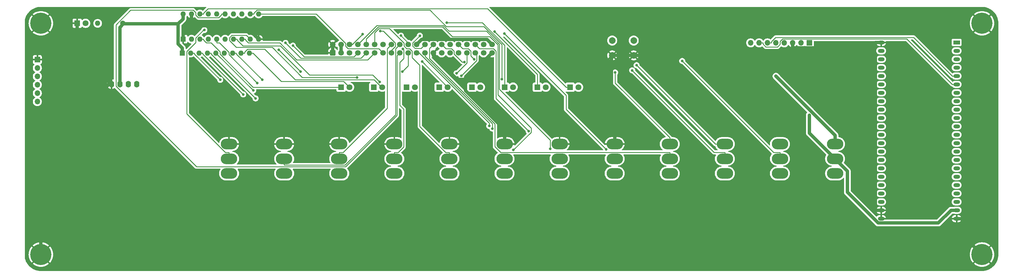
<source format=gbr>
%TF.GenerationSoftware,KiCad,Pcbnew,8.0.6*%
%TF.CreationDate,2024-11-02T14:39:30-05:00*%
%TF.ProjectId,front-panel.processor,66726f6e-742d-4706-916e-656c2e70726f,rev?*%
%TF.SameCoordinates,Original*%
%TF.FileFunction,Copper,L2,Bot*%
%TF.FilePolarity,Positive*%
%FSLAX46Y46*%
G04 Gerber Fmt 4.6, Leading zero omitted, Abs format (unit mm)*
G04 Created by KiCad (PCBNEW 8.0.6) date 2024-11-02 14:39:30*
%MOMM*%
%LPD*%
G01*
G04 APERTURE LIST*
G04 Aperture macros list*
%AMRoundRect*
0 Rectangle with rounded corners*
0 $1 Rounding radius*
0 $2 $3 $4 $5 $6 $7 $8 $9 X,Y pos of 4 corners*
0 Add a 4 corners polygon primitive as box body*
4,1,4,$2,$3,$4,$5,$6,$7,$8,$9,$2,$3,0*
0 Add four circle primitives for the rounded corners*
1,1,$1+$1,$2,$3*
1,1,$1+$1,$4,$5*
1,1,$1+$1,$6,$7*
1,1,$1+$1,$8,$9*
0 Add four rect primitives between the rounded corners*
20,1,$1+$1,$2,$3,$4,$5,0*
20,1,$1+$1,$4,$5,$6,$7,0*
20,1,$1+$1,$6,$7,$8,$9,0*
20,1,$1+$1,$8,$9,$2,$3,0*%
G04 Aperture macros list end*
%TA.AperFunction,ComponentPad*%
%ADD10RoundRect,0.250000X0.600000X-0.600000X0.600000X0.600000X-0.600000X0.600000X-0.600000X-0.600000X0*%
%TD*%
%TA.AperFunction,ComponentPad*%
%ADD11C,1.700000*%
%TD*%
%TA.AperFunction,ComponentPad*%
%ADD12R,1.700000X1.700000*%
%TD*%
%TA.AperFunction,ComponentPad*%
%ADD13O,1.700000X1.700000*%
%TD*%
%TA.AperFunction,ComponentPad*%
%ADD14C,6.400000*%
%TD*%
%TA.AperFunction,ComponentPad*%
%ADD15R,1.800000X1.800000*%
%TD*%
%TA.AperFunction,ComponentPad*%
%ADD16C,1.800000*%
%TD*%
%TA.AperFunction,ComponentPad*%
%ADD17C,1.600000*%
%TD*%
%TA.AperFunction,ComponentPad*%
%ADD18O,1.600000X1.600000*%
%TD*%
%TA.AperFunction,ComponentPad*%
%ADD19C,2.000000*%
%TD*%
%TA.AperFunction,ComponentPad*%
%ADD20R,1.600000X1.600000*%
%TD*%
%TA.AperFunction,ComponentPad*%
%ADD21O,5.000000X3.200000*%
%TD*%
%TA.AperFunction,ComponentPad*%
%ADD22O,1.600000X2.000000*%
%TD*%
%TA.AperFunction,ComponentPad*%
%ADD23R,2.000000X1.200000*%
%TD*%
%TA.AperFunction,ComponentPad*%
%ADD24O,2.000000X1.200000*%
%TD*%
%TA.AperFunction,ViaPad*%
%ADD25C,0.800000*%
%TD*%
%TA.AperFunction,Conductor*%
%ADD26C,1.000000*%
%TD*%
%TA.AperFunction,Conductor*%
%ADD27C,0.250000*%
%TD*%
G04 APERTURE END LIST*
D10*
%TO.P,J1,1,Pin_1*%
%TO.N,GND*%
X128370000Y-163947500D03*
D11*
%TO.P,J1,2,Pin_2*%
X128370000Y-161407500D03*
%TO.P,J1,3,Pin_3*%
%TO.N,VCC*%
X130910000Y-163947500D03*
%TO.P,J1,4,Pin_4*%
X130910000Y-161407500D03*
%TO.P,J1,5,Pin_5*%
%TO.N,/LED0*%
X133450000Y-163947500D03*
%TO.P,J1,6,Pin_6*%
%TO.N,/FP-D0*%
X133450000Y-161407500D03*
%TO.P,J1,7,Pin_7*%
%TO.N,/LED1*%
X135990000Y-163947500D03*
%TO.P,J1,8,Pin_8*%
%TO.N,/FP-D1*%
X135990000Y-161407500D03*
%TO.P,J1,9,Pin_9*%
%TO.N,/LED2*%
X138530000Y-163947500D03*
%TO.P,J1,10,Pin_10*%
%TO.N,/FP-D2*%
X138530000Y-161407500D03*
%TO.P,J1,11,Pin_11*%
%TO.N,/LED3*%
X141070000Y-163947500D03*
%TO.P,J1,12,Pin_12*%
%TO.N,/FP-D3*%
X141070000Y-161407500D03*
%TO.P,J1,13,Pin_13*%
%TO.N,/LED4*%
X143610000Y-163947500D03*
%TO.P,J1,14,Pin_14*%
%TO.N,/FP-D4*%
X143610000Y-161407500D03*
%TO.P,J1,15,Pin_15*%
%TO.N,/LED5*%
X146150000Y-163947500D03*
%TO.P,J1,16,Pin_16*%
%TO.N,/FP-D5*%
X146150000Y-161407500D03*
%TO.P,J1,17,Pin_17*%
%TO.N,/LED6*%
X148690000Y-163947500D03*
%TO.P,J1,18,Pin_18*%
%TO.N,/FP-D6*%
X148690000Y-161407500D03*
%TO.P,J1,19,Pin_19*%
%TO.N,/LED7*%
X151230000Y-163947500D03*
%TO.P,J1,20,Pin_20*%
%TO.N,/FP-D7*%
X151230000Y-161407500D03*
%TO.P,J1,21,Pin_21*%
%TO.N,I2C_SDA*%
X153770000Y-163947500D03*
%TO.P,J1,22,Pin_22*%
%TO.N,GND*%
X153770000Y-161407500D03*
%TO.P,J1,23,Pin_23*%
%TO.N,I2C_SCL*%
X156310000Y-163947500D03*
%TO.P,J1,24,Pin_24*%
%TO.N,~{EXT_RES}*%
X156310000Y-161407500D03*
%TO.P,J1,25,Pin_25*%
%TO.N,GND*%
X158850000Y-163947500D03*
%TO.P,J1,26,Pin_26*%
%TO.N,~{IM2-EN}*%
X158850000Y-161407500D03*
%TO.P,J1,27,Pin_27*%
%TO.N,~{RTS}*%
X161390000Y-163947500D03*
%TO.P,J1,28,Pin_28*%
%TO.N,~{IM2-EN-OE}*%
X161390000Y-161407500D03*
%TO.P,J1,29,Pin_29*%
%TO.N,/VCC-TS*%
X163930000Y-163947500D03*
%TO.P,J1,30,Pin_30*%
%TO.N,~{INT0-EN}*%
X163930000Y-161407500D03*
%TO.P,J1,31,Pin_31*%
%TO.N,RX*%
X166470000Y-163947500D03*
%TO.P,J1,32,Pin_32*%
%TO.N,~{INT0}*%
X166470000Y-161407500D03*
%TO.P,J1,33,Pin_33*%
%TO.N,TX*%
X169010000Y-163947500D03*
%TO.P,J1,34,Pin_34*%
%TO.N,~{WAIT-EN}*%
X169010000Y-161407500D03*
%TO.P,J1,35,Pin_35*%
%TO.N,~{CTS}*%
X171550000Y-163947500D03*
%TO.P,J1,36,Pin_36*%
%TO.N,~{WAIT}*%
X171550000Y-161407500D03*
%TO.P,J1,37,Pin_37*%
%TO.N,VCC*%
X174090000Y-163947500D03*
%TO.P,J1,38,Pin_38*%
X174090000Y-161407500D03*
%TO.P,J1,39,Pin_39*%
%TO.N,GND*%
X176630000Y-163947500D03*
%TO.P,J1,40,Pin_40*%
X176630000Y-161407500D03*
%TD*%
D12*
%TO.P,J2,1,Pin_1*%
%TO.N,GND*%
X38937000Y-165992000D03*
D13*
%TO.P,J2,2,Pin_2*%
%TO.N,~{RTS}*%
X38937000Y-168532000D03*
%TO.P,J2,3,Pin_3*%
%TO.N,/VCC-TS*%
X38937000Y-171072000D03*
%TO.P,J2,4,Pin_4*%
%TO.N,RX*%
X38937000Y-173612000D03*
%TO.P,J2,5,Pin_5*%
%TO.N,TX*%
X38937000Y-176152000D03*
%TO.P,J2,6,Pin_6*%
%TO.N,~{CTS}*%
X38937000Y-178692000D03*
%TD*%
D14*
%TO.P,H1,1,1*%
%TO.N,GND*%
X40000000Y-155000000D03*
%TD*%
%TO.P,H2,1,1*%
%TO.N,GND*%
X325000000Y-155000000D03*
%TD*%
%TO.P,H3,1,1*%
%TO.N,GND*%
X325000000Y-225000000D03*
%TD*%
%TO.P,H4,1,1*%
%TO.N,GND*%
X40000000Y-225000000D03*
%TD*%
D15*
%TO.P,D5,1,K*%
%TO.N,GND*%
X51000000Y-155000000D03*
D16*
%TO.P,D5,2,A*%
%TO.N,Net-(D5-A)*%
X53540000Y-155000000D03*
%TD*%
D17*
%TO.P,R6,1*%
%TO.N,VCC*%
X64810000Y-155000000D03*
D18*
%TO.P,R6,2*%
%TO.N,Net-(D5-A)*%
X57190000Y-155000000D03*
%TD*%
D15*
%TO.P,D4,1,K*%
%TO.N,Net-(D4-K)*%
X170549000Y-174327000D03*
D16*
%TO.P,D4,2,A*%
%TO.N,Net-(D4-A)*%
X173089000Y-174327000D03*
%TD*%
D19*
%TO.P,SW9,1,1*%
%TO.N,~{EXT_RES}*%
X213031000Y-160222000D03*
X219531000Y-160222000D03*
%TO.P,SW9,2,2*%
%TO.N,GND*%
X213031000Y-164722000D03*
X219531000Y-164722000D03*
%TD*%
D15*
%TO.P,D6,1,K*%
%TO.N,Net-(D6-K)*%
X160643100Y-174327000D03*
D16*
%TO.P,D6,2,A*%
%TO.N,Net-(D6-A)*%
X163183100Y-174327000D03*
%TD*%
D15*
%TO.P,D3,1,K*%
%TO.N,Net-(D3-K)*%
X180454900Y-174329300D03*
D16*
%TO.P,D3,2,A*%
%TO.N,Net-(D3-A)*%
X182994900Y-174329300D03*
%TD*%
D20*
%TO.P,U1,1,OEa*%
%TO.N,GND*%
X83075000Y-159800000D03*
D18*
%TO.P,U1,2,I0a*%
%TO.N,/LED0*%
X85615000Y-159800000D03*
%TO.P,U1,3,O3b*%
%TO.N,Net-(D9-K)*%
X88155000Y-159800000D03*
%TO.P,U1,4,I1a*%
%TO.N,/LED1*%
X90695000Y-159800000D03*
%TO.P,U1,5,O2b*%
%TO.N,Net-(D8-K)*%
X93235000Y-159800000D03*
%TO.P,U1,6,I2a*%
%TO.N,/LED2*%
X95775000Y-159800000D03*
%TO.P,U1,7,O1b*%
%TO.N,Net-(D7-K)*%
X98315000Y-159800000D03*
%TO.P,U1,8,I3a*%
%TO.N,/LED3*%
X100855000Y-159800000D03*
%TO.P,U1,9,O0b*%
%TO.N,Net-(D6-K)*%
X103395000Y-159800000D03*
%TO.P,U1,10,GND*%
%TO.N,GND*%
X105935000Y-159800000D03*
%TO.P,U1,11,I0b*%
%TO.N,/LED4*%
X105935000Y-152180000D03*
%TO.P,U1,12,O3a*%
%TO.N,Net-(D4-K)*%
X103395000Y-152180000D03*
%TO.P,U1,13,I1b*%
%TO.N,/LED5*%
X100855000Y-152180000D03*
%TO.P,U1,14,O2a*%
%TO.N,Net-(D3-K)*%
X98315000Y-152180000D03*
%TO.P,U1,15,I2b*%
%TO.N,/LED6*%
X95775000Y-152180000D03*
%TO.P,U1,16,O1a*%
%TO.N,Net-(D2-K)*%
X93235000Y-152180000D03*
%TO.P,U1,17,I3b*%
%TO.N,/LED7*%
X90695000Y-152180000D03*
%TO.P,U1,18,O0a*%
%TO.N,Net-(D1-K)*%
X88155000Y-152180000D03*
%TO.P,U1,19,OEb*%
%TO.N,GND*%
X85615000Y-152180000D03*
%TO.P,U1,20,VCC*%
%TO.N,VCC*%
X83075000Y-152180000D03*
%TD*%
D21*
%TO.P,SW8,1,A*%
%TO.N,GND*%
X97000000Y-191550000D03*
%TO.P,SW8,2,B*%
%TO.N,/FP-D7*%
X97000000Y-196000000D03*
%TO.P,SW8,3,C*%
%TO.N,unconnected-(SW8-C-Pad3)*%
X97000000Y-200450000D03*
%TD*%
%TO.P,SW3,1,A*%
%TO.N,GND*%
X180405000Y-191550000D03*
%TO.P,SW3,2,B*%
%TO.N,/FP-D2*%
X180405000Y-196000000D03*
%TO.P,SW3,3,C*%
%TO.N,unconnected-(SW3-C-Pad3)*%
X180405000Y-200450000D03*
%TD*%
%TO.P,SW7,1,A*%
%TO.N,GND*%
X113681000Y-191550000D03*
%TO.P,SW7,2,B*%
%TO.N,/FP-D6*%
X113681000Y-196000000D03*
%TO.P,SW7,3,C*%
%TO.N,unconnected-(SW7-C-Pad3)*%
X113681000Y-200450000D03*
%TD*%
%TO.P,SW1,1,A*%
%TO.N,GND*%
X213767000Y-191550000D03*
%TO.P,SW1,2,B*%
%TO.N,/FP-D0*%
X213767000Y-196000000D03*
%TO.P,SW1,3,C*%
%TO.N,unconnected-(SW1-C-Pad3)*%
X213767000Y-200450000D03*
%TD*%
%TO.P,SW5,1,A*%
%TO.N,GND*%
X147043000Y-191550000D03*
%TO.P,SW5,2,B*%
%TO.N,/FP-D4*%
X147043000Y-196000000D03*
%TO.P,SW5,3,C*%
%TO.N,unconnected-(SW5-C-Pad3)*%
X147043000Y-200450000D03*
%TD*%
D15*
%TO.P,D2,1,K*%
%TO.N,Net-(D2-K)*%
X190360800Y-174328800D03*
D16*
%TO.P,D2,2,A*%
%TO.N,Net-(D2-A)*%
X192900800Y-174328800D03*
%TD*%
D21*
%TO.P,SW10,1,A*%
%TO.N,~{IM2-EN-OE}*%
X230448000Y-191550000D03*
%TO.P,SW10,2,B*%
%TO.N,~{IM2-EN}*%
X230448000Y-196000000D03*
%TO.P,SW10,3,C*%
%TO.N,unconnected-(SW10-C-Pad3)*%
X230448000Y-200450000D03*
%TD*%
D15*
%TO.P,D7,1,K*%
%TO.N,Net-(D7-K)*%
X150737300Y-174328800D03*
D16*
%TO.P,D7,2,A*%
%TO.N,Net-(D7-A)*%
X153277300Y-174328800D03*
%TD*%
D21*
%TO.P,SW6,1,A*%
%TO.N,GND*%
X130362000Y-191550000D03*
%TO.P,SW6,2,B*%
%TO.N,/FP-D5*%
X130362000Y-196000000D03*
%TO.P,SW6,3,C*%
%TO.N,unconnected-(SW6-C-Pad3)*%
X130362000Y-200450000D03*
%TD*%
%TO.P,SW11,1,A*%
%TO.N,~{INT0}*%
X247129000Y-191550000D03*
%TO.P,SW11,2,B*%
%TO.N,~{INT0-EN}*%
X247129000Y-196000000D03*
%TO.P,SW11,3,C*%
%TO.N,unconnected-(SW11-C-Pad3)*%
X247129000Y-200450000D03*
%TD*%
D20*
%TO.P,RN1,1,common*%
%TO.N,VCC*%
X82825000Y-164000000D03*
D18*
%TO.P,RN1,2,R1*%
%TO.N,Net-(D1-A)*%
X85365000Y-164000000D03*
%TO.P,RN1,3,R2*%
%TO.N,Net-(D2-A)*%
X87905000Y-164000000D03*
%TO.P,RN1,4,R3*%
%TO.N,Net-(D3-A)*%
X90445000Y-164000000D03*
%TO.P,RN1,5,R4*%
%TO.N,Net-(D4-A)*%
X92985000Y-164000000D03*
%TO.P,RN1,6,R5*%
%TO.N,Net-(D6-A)*%
X95525000Y-164000000D03*
%TO.P,RN1,7,R6*%
%TO.N,Net-(D7-A)*%
X98065000Y-164000000D03*
%TO.P,RN1,8,R7*%
%TO.N,Net-(D8-A)*%
X100605000Y-164000000D03*
%TO.P,RN1,9,R8*%
%TO.N,Net-(D9-A)*%
X103145000Y-164000000D03*
%TD*%
D15*
%TO.P,D8,1,K*%
%TO.N,Net-(D8-K)*%
X140831400Y-174327000D03*
D16*
%TO.P,D8,2,A*%
%TO.N,Net-(D8-A)*%
X143371400Y-174327000D03*
%TD*%
D15*
%TO.P,D1,1,K*%
%TO.N,Net-(D1-K)*%
X200266600Y-174327000D03*
D16*
%TO.P,D1,2,A*%
%TO.N,Net-(D1-A)*%
X202806600Y-174327000D03*
%TD*%
D21*
%TO.P,SW2,1,A*%
%TO.N,GND*%
X197086000Y-191550000D03*
%TO.P,SW2,2,B*%
%TO.N,/FP-D1*%
X197086000Y-196000000D03*
%TO.P,SW2,3,C*%
%TO.N,unconnected-(SW2-C-Pad3)*%
X197086000Y-200450000D03*
%TD*%
D15*
%TO.P,D9,1,K*%
%TO.N,Net-(D9-K)*%
X130925500Y-174327000D03*
D16*
%TO.P,D9,2,A*%
%TO.N,Net-(D9-A)*%
X133465500Y-174327000D03*
%TD*%
D22*
%TO.P,Brd1,1,GND*%
%TO.N,GND*%
X61380000Y-173400000D03*
%TO.P,Brd1,2,VCC*%
%TO.N,VCC*%
X63920000Y-173400000D03*
%TO.P,Brd1,3,SCL*%
%TO.N,I2C_SCL_1*%
X66460000Y-173400000D03*
%TO.P,Brd1,4,SDA*%
%TO.N,I2C_SDA_1*%
X69000000Y-173400000D03*
%TD*%
D21*
%TO.P,SW13,1,A*%
%TO.N,/VCC-TS*%
X280491000Y-191550000D03*
%TO.P,SW13,2,B*%
%TO.N,VCC*%
X280491000Y-196000000D03*
%TO.P,SW13,3,C*%
%TO.N,unconnected-(SW13-C-Pad3)*%
X280491000Y-200450000D03*
%TD*%
%TO.P,SW12,1,A*%
%TO.N,~{WAIT}*%
X263810000Y-191550000D03*
%TO.P,SW12,2,B*%
%TO.N,~{WAIT-EN}*%
X263810000Y-196000000D03*
%TO.P,SW12,3,C*%
%TO.N,unconnected-(SW12-C-Pad3)*%
X263810000Y-200450000D03*
%TD*%
%TO.P,SW4,1,A*%
%TO.N,GND*%
X163724000Y-191550000D03*
%TO.P,SW4,2,B*%
%TO.N,/FP-D3*%
X163724000Y-196000000D03*
%TO.P,SW4,3,C*%
%TO.N,unconnected-(SW4-C-Pad3)*%
X163724000Y-200450000D03*
%TD*%
D12*
%TO.P,J3,1,Pin_1*%
%TO.N,VCC*%
X272744000Y-160912000D03*
D13*
%TO.P,J3,2,Pin_2*%
%TO.N,unconnected-(J3-Pin_2-Pad2)*%
X270204000Y-160912000D03*
%TO.P,J3,3,Pin_3*%
%TO.N,GND*%
X267664000Y-160912000D03*
%TO.P,J3,4,Pin_4*%
%TO.N,CLK*%
X265124000Y-160912000D03*
%TO.P,J3,5,Pin_5*%
%TO.N,DO*%
X262584000Y-160912000D03*
%TO.P,J3,6,Pin_6*%
%TO.N,DI*%
X260044000Y-160912000D03*
%TO.P,J3,7,Pin_7*%
%TO.N,CS*%
X257504000Y-160912000D03*
%TO.P,J3,8,Pin_8*%
%TO.N,unconnected-(J3-Pin_8-Pad8)*%
X254964000Y-160912000D03*
%TD*%
D23*
%TO.P,U2,1,3V3*%
%TO.N,unconnected-(U2-3V3-Pad1)_1*%
X317317300Y-160787700D03*
D24*
%TO.P,U2,2,3V3*%
%TO.N,unconnected-(U2-3V3-Pad1)*%
X317317300Y-163327700D03*
%TO.P,U2,3,CHIP_PU*%
%TO.N,unconnected-(U2-CHIP_PU-Pad3)*%
X317317300Y-165867700D03*
%TO.P,U2,4,GPIO4/ADC1_CH3*%
%TO.N,DO*%
X317317300Y-168407700D03*
%TO.P,U2,5,GPIO5/ADC1_CH4*%
%TO.N,DI*%
X317317300Y-170947700D03*
%TO.P,U2,6,GPIO6/ADC1_CH5*%
%TO.N,CS*%
X317317300Y-173487700D03*
%TO.P,U2,7,GPIO7/ADC1_CH6*%
%TO.N,unconnected-(U2-GPIO7{slash}ADC1_CH6-Pad7)*%
X317317300Y-176027700D03*
%TO.P,U2,8,GPIO15/ADC2_CH4/32K_P*%
%TO.N,unconnected-(U2-GPIO15{slash}ADC2_CH4{slash}32K_P-Pad8)*%
X317317300Y-178567700D03*
%TO.P,U2,9,GPIO16/ADC2_CH5/32K_N*%
%TO.N,unconnected-(U2-GPIO16{slash}ADC2_CH5{slash}32K_N-Pad9)*%
X317317300Y-181107700D03*
%TO.P,U2,10,GPIO17/ADC2_CH6*%
%TO.N,unconnected-(U2-GPIO17{slash}ADC2_CH6-Pad10)*%
X317317300Y-183647700D03*
%TO.P,U2,11,GPIO18/ADC2_CH7*%
%TO.N,unconnected-(U2-GPIO18{slash}ADC2_CH7-Pad11)*%
X317317300Y-186187700D03*
%TO.P,U2,12,GPIO8/ADC1_CH7*%
%TO.N,unconnected-(U2-GPIO8{slash}ADC1_CH7-Pad12)*%
X317317300Y-188727700D03*
%TO.P,U2,13,GPIO3/ADC1_CH2*%
%TO.N,CLK*%
X317317300Y-191267700D03*
%TO.P,U2,14,GPIO46*%
%TO.N,unconnected-(U2-GPIO46-Pad14)*%
X317317300Y-193807700D03*
%TO.P,U2,15,GPIO9/ADC1_CH8*%
%TO.N,unconnected-(U2-GPIO9{slash}ADC1_CH8-Pad15)*%
X317317300Y-196347700D03*
%TO.P,U2,16,GPIO10/ADC1_CH9*%
%TO.N,unconnected-(U2-GPIO10{slash}ADC1_CH9-Pad16)*%
X317317300Y-198887700D03*
%TO.P,U2,17,GPIO11/ADC2_CH0*%
%TO.N,unconnected-(U2-GPIO11{slash}ADC2_CH0-Pad17)*%
X317317300Y-201427700D03*
%TO.P,U2,18,GPIO12/ADC2_CH1*%
%TO.N,unconnected-(U2-GPIO12{slash}ADC2_CH1-Pad18)*%
X317317300Y-203967700D03*
%TO.P,U2,19,GPIO13/ADC2_CH2*%
%TO.N,unconnected-(U2-GPIO13{slash}ADC2_CH2-Pad19)*%
X317317300Y-206507700D03*
%TO.P,U2,20,GPIO14/ADC2_CH3*%
%TO.N,unconnected-(U2-GPIO14{slash}ADC2_CH3-Pad20)*%
X317320980Y-209044980D03*
%TO.P,U2,21,5V*%
%TO.N,VCC*%
X317320980Y-211584980D03*
%TO.P,U2,22,GND*%
%TO.N,GND*%
X317320980Y-214124980D03*
%TO.P,U2,23,GND*%
X294457300Y-214127700D03*
%TO.P,U2,24,GND*%
X294457300Y-211587700D03*
%TO.P,U2,25,GPIO19/USB_D-*%
%TO.N,unconnected-(U2-GPIO19{slash}USB_D--Pad25)*%
X294457300Y-209047700D03*
%TO.P,U2,26,GPIO20/USB_D+*%
%TO.N,unconnected-(U2-GPIO20{slash}USB_D+-Pad26)*%
X294457300Y-206507700D03*
%TO.P,U2,27,GPIO21*%
%TO.N,I2C_SCL*%
X294457300Y-203967700D03*
%TO.P,U2,28,GPIO47*%
%TO.N,unconnected-(U2-GPIO47-Pad28)*%
X294457300Y-201427700D03*
%TO.P,U2,29,GPIO48*%
%TO.N,unconnected-(U2-GPIO48-Pad29)*%
X294457300Y-198887700D03*
%TO.P,U2,30,GPIO45*%
%TO.N,unconnected-(U2-GPIO45-Pad30)*%
X294457300Y-196347700D03*
%TO.P,U2,31,GPIO0*%
%TO.N,unconnected-(U2-GPIO0-Pad31)*%
X294457300Y-193807700D03*
%TO.P,U2,32,GPIO35*%
%TO.N,I2C_SDA*%
X294457300Y-191267700D03*
%TO.P,U2,33,GPIO36*%
%TO.N,I2C_SCL_1*%
X294457300Y-188727700D03*
%TO.P,U2,34,GPIO37*%
%TO.N,I2C_SDA_1*%
X294457300Y-186187700D03*
%TO.P,U2,35,GPIO38*%
%TO.N,unconnected-(U2-GPIO38-Pad35)*%
X294457300Y-183647700D03*
%TO.P,U2,36,GPIO39/MTCK*%
%TO.N,unconnected-(U2-GPIO39{slash}MTCK-Pad36)*%
X294457300Y-181107700D03*
%TO.P,U2,37,GPIO40/MTDO*%
%TO.N,unconnected-(U2-GPIO40{slash}MTDO-Pad37)*%
X294457300Y-178567700D03*
%TO.P,U2,38,GPIO41/MTDI*%
%TO.N,unconnected-(U2-GPIO41{slash}MTDI-Pad38)*%
X294457300Y-176027700D03*
%TO.P,U2,39,GPIO42/MTMS*%
%TO.N,unconnected-(U2-GPIO42{slash}MTMS-Pad39)*%
X294457300Y-173487700D03*
%TO.P,U2,40,GPIO2/ADC1_CH1*%
%TO.N,unconnected-(U2-GPIO2{slash}ADC1_CH1-Pad40)*%
X294457300Y-170947700D03*
%TO.P,U2,41,GPIO1/ADC1_CH0*%
%TO.N,unconnected-(U2-GPIO1{slash}ADC1_CH0-Pad41)*%
X294457300Y-168407700D03*
%TO.P,U2,42,GPIO44/U0RXD*%
%TO.N,unconnected-(U2-GPIO44{slash}U0RXD-Pad42)*%
X294457300Y-165867700D03*
%TO.P,U2,43,GPIO43/U0TXD*%
%TO.N,unconnected-(U2-GPIO43{slash}U0TXD-Pad43)*%
X294457300Y-163327700D03*
%TO.P,U2,44,GND*%
%TO.N,GND*%
X294457300Y-160787700D03*
%TD*%
D25*
%TO.N,VCC*%
X272707900Y-182810900D03*
%TO.N,Net-(D1-A)*%
X94315400Y-172106600D03*
%TO.N,Net-(D2-K)*%
X177402600Y-157473800D03*
%TO.N,Net-(D2-A)*%
X101276900Y-176528200D03*
%TO.N,Net-(D3-A)*%
X105020700Y-177731900D03*
%TO.N,Net-(D3-K)*%
X162888400Y-154832600D03*
%TO.N,Net-(D4-K)*%
X179576700Y-171926500D03*
%TO.N,Net-(D4-A)*%
X104313900Y-175328900D03*
%TO.N,Net-(D6-A)*%
X155459700Y-166603600D03*
%TO.N,Net-(D6-K)*%
X135754900Y-171369700D03*
%TO.N,Net-(D7-A)*%
X107009200Y-172100400D03*
%TO.N,Net-(D7-K)*%
X142633000Y-172761900D03*
%TO.N,Net-(D8-K)*%
X105549600Y-173101900D03*
%TO.N,/FP-D0*%
X211197400Y-193198500D03*
X137437100Y-158247800D03*
X180336800Y-158134800D03*
%TO.N,/LED1*%
X116329000Y-161750800D03*
%TO.N,/FP-D1*%
X194231800Y-192999900D03*
%TO.N,/LED2*%
X114096300Y-160932100D03*
%TO.N,/FP-D2*%
X183099200Y-193335300D03*
%TO.N,/FP-D4*%
X149630400Y-162772300D03*
%TO.N,/LED5*%
X142745900Y-157313700D03*
%TO.N,/LED7*%
X149462800Y-169582400D03*
X112045800Y-163019800D03*
X118616300Y-169590400D03*
%TO.N,/FP-D7*%
X149018200Y-158735100D03*
X89497800Y-157027100D03*
%TO.N,I2C_SDA*%
X175778000Y-186066900D03*
%TO.N,I2C_SCL*%
X176740400Y-186868900D03*
%TO.N,~{EXT_RES}*%
X154765800Y-158746300D03*
%TO.N,~{IM2-EN-OE}*%
X213893200Y-169893800D03*
X168269200Y-166710700D03*
%TO.N,/VCC-TS*%
X262593200Y-170998900D03*
%TO.N,~{INT0-EN}*%
X219064500Y-169248900D03*
%TO.N,~{INT0}*%
X220397800Y-167687100D03*
X171207000Y-165881800D03*
%TO.N,TX*%
X165851400Y-170155400D03*
%TO.N,~{WAIT-EN}*%
X234211000Y-166400300D03*
%TO.N,~{CTS}*%
X167306300Y-170882100D03*
%TO.N,~{WAIT}*%
X187714700Y-187660400D03*
%TD*%
D26*
%TO.N,GND*%
X40000000Y-194030000D02*
X40000000Y-225000000D01*
X219531000Y-164722000D02*
X265404100Y-164722000D01*
X60630000Y-166230100D02*
X51000000Y-156600100D01*
X61380000Y-173400000D02*
X60630000Y-173400000D01*
X158850000Y-163947500D02*
X158850000Y-164771900D01*
X51000000Y-155000000D02*
X51000000Y-156600100D01*
X267664000Y-160912000D02*
X267664000Y-162462100D01*
X265404100Y-164722000D02*
X267664000Y-162462100D01*
X213767000Y-189249900D02*
X212793100Y-188276000D01*
X317321000Y-214125000D02*
X319021100Y-214125000D01*
X212793100Y-164959900D02*
X213031000Y-164722000D01*
X294457300Y-211587700D02*
X292757200Y-211587700D01*
X292757200Y-211587700D02*
X292757200Y-164136500D01*
X60630000Y-173400000D02*
X40000000Y-194030000D01*
X168572800Y-172004700D02*
X176630000Y-163947500D01*
X294457300Y-160787700D02*
X292757200Y-160787700D01*
X319021100Y-219021100D02*
X319021100Y-214125000D01*
X83075000Y-159800000D02*
X83075000Y-158299900D01*
X158850000Y-164771900D02*
X166082800Y-172004700D01*
X180405000Y-191550000D02*
X180405000Y-187228100D01*
X155320200Y-159857300D02*
X175079800Y-159857300D01*
X325000000Y-225000000D02*
X319021100Y-219021100D01*
X153770000Y-161407500D02*
X155320200Y-159857300D01*
X83075000Y-158299900D02*
X85615000Y-155759900D01*
X212793100Y-188276000D02*
X212793100Y-164959900D01*
X166082800Y-172004700D02*
X168572800Y-172004700D01*
X85615000Y-155759900D02*
X85615000Y-152180000D01*
X180405000Y-187228100D02*
X168572800Y-175395900D01*
X101894900Y-155759900D02*
X85615000Y-155759900D01*
X128370000Y-161407500D02*
X128370000Y-163947500D01*
X213031000Y-164722000D02*
X219531000Y-164722000D01*
X175079800Y-159857300D02*
X176630000Y-161407500D01*
X60630000Y-173400000D02*
X60630000Y-166230100D01*
X267664000Y-162462100D02*
X291082800Y-162462100D01*
X291082800Y-162462100D02*
X292757200Y-160787700D01*
X292757200Y-164136500D02*
X291082800Y-162462100D01*
X105935000Y-159800000D02*
X101894900Y-155759900D01*
X168572800Y-175395900D02*
X168572800Y-172004700D01*
X213767000Y-191550000D02*
X213767000Y-189249900D01*
%TO.N,VCC*%
X64990300Y-155180300D02*
X64810000Y-155000000D01*
X284237100Y-199746100D02*
X280491000Y-196000000D01*
X63920000Y-156250600D02*
X64990300Y-155180300D01*
X272707900Y-188216900D02*
X272707900Y-182810900D01*
X293527400Y-215443800D02*
X284237100Y-206153500D01*
X83075000Y-152180000D02*
X83075000Y-153680100D01*
X315620900Y-211585000D02*
X311762100Y-215443800D01*
X63920000Y-173400000D02*
X63920000Y-156250600D01*
X82825000Y-162499900D02*
X81574800Y-161249700D01*
X284237100Y-206153500D02*
X284237100Y-199746100D01*
X81574800Y-155180300D02*
X83075000Y-153680100D01*
X81574800Y-161249700D02*
X81574800Y-155180300D01*
X311762100Y-215443800D02*
X293527400Y-215443800D01*
X130910000Y-161407500D02*
X130910000Y-163947500D01*
X280491000Y-196000000D02*
X272707900Y-188216900D01*
X81574800Y-155180300D02*
X64990300Y-155180300D01*
X317321000Y-211585000D02*
X315620900Y-211585000D01*
X82825000Y-164000000D02*
X82825000Y-162499900D01*
D27*
%TO.N,Net-(D1-K)*%
X200266600Y-174327000D02*
X199041500Y-174327000D01*
X89280100Y-152180000D02*
X89280100Y-151898700D01*
X89280100Y-151898700D02*
X90600600Y-150578200D01*
X88155000Y-152180000D02*
X89280100Y-152180000D01*
X90600600Y-150578200D02*
X175292700Y-150578200D01*
X175292700Y-150578200D02*
X199041500Y-174327000D01*
%TO.N,Net-(D1-A)*%
X85365000Y-164000000D02*
X86490100Y-164000000D01*
X86490100Y-164281300D02*
X94315400Y-172106600D01*
X86490100Y-164000000D02*
X86490100Y-164281300D01*
%TO.N,Net-(D2-K)*%
X190360800Y-174328800D02*
X190360800Y-170432000D01*
X190360800Y-170432000D02*
X177402600Y-157473800D01*
%TO.N,Net-(D2-A)*%
X89030100Y-164000000D02*
X89030100Y-164281400D01*
X87905000Y-164000000D02*
X89030100Y-164000000D01*
X89030100Y-164281400D02*
X101276900Y-176528200D01*
%TO.N,Net-(D3-A)*%
X91570100Y-164281300D02*
X91570100Y-164000000D01*
X105020700Y-177731900D02*
X91570100Y-164281300D01*
X90445000Y-164000000D02*
X91570100Y-164000000D01*
%TO.N,Net-(D3-K)*%
X180454900Y-174329300D02*
X180454900Y-173104200D01*
X180454900Y-161634300D02*
X180454900Y-173104200D01*
X162888400Y-154832600D02*
X173653200Y-154832600D01*
X173653200Y-154832600D02*
X180454900Y-161634300D01*
%TO.N,Net-(D4-K)*%
X174141600Y-155957700D02*
X179576700Y-161392800D01*
X104520100Y-152180000D02*
X104520100Y-151898700D01*
X162788800Y-155957700D02*
X174141600Y-155957700D01*
X179576700Y-161392800D02*
X179576700Y-171926500D01*
X105390400Y-151028400D02*
X157859500Y-151028400D01*
X104520100Y-151898700D02*
X105390400Y-151028400D01*
X157859500Y-151028400D02*
X162788800Y-155957700D01*
X103395000Y-152180000D02*
X104520100Y-152180000D01*
%TO.N,Net-(D4-A)*%
X92985000Y-164000000D02*
X104313900Y-175328900D01*
%TO.N,Net-(D6-A)*%
X155459700Y-166603600D02*
X163183100Y-174327000D01*
%TO.N,Net-(D6-K)*%
X119188600Y-171369700D02*
X135754900Y-171369700D01*
X110085300Y-162266400D02*
X119188600Y-171369700D01*
X97834600Y-158652500D02*
X97133600Y-159353500D01*
X97133600Y-160223900D02*
X99176100Y-162266400D01*
X99176100Y-162266400D02*
X110085300Y-162266400D01*
X103395000Y-159800000D02*
X102247500Y-158652500D01*
X97133600Y-159353500D02*
X97133600Y-160223900D01*
X102247500Y-158652500D02*
X97834600Y-158652500D01*
%TO.N,Net-(D7-A)*%
X98065000Y-164000000D02*
X99190100Y-164000000D01*
X99190100Y-164281300D02*
X107009200Y-172100400D01*
X99190100Y-164000000D02*
X99190100Y-164281300D01*
%TO.N,Net-(D7-K)*%
X101175000Y-161816200D02*
X112563100Y-161816200D01*
X140515700Y-170644600D02*
X142633000Y-172761900D01*
X98315000Y-159800000D02*
X99440100Y-159800000D01*
X99440100Y-160081300D02*
X101175000Y-161816200D01*
X99440100Y-159800000D02*
X99440100Y-160081300D01*
X121391500Y-170644600D02*
X140515700Y-170644600D01*
X112563100Y-161816200D02*
X121391500Y-170644600D01*
%TO.N,Net-(D8-K)*%
X94113300Y-160925100D02*
X96939800Y-163751600D01*
X93235000Y-160925100D02*
X94113300Y-160925100D01*
X93235000Y-159800000D02*
X93235000Y-160925100D01*
X96939800Y-163751600D02*
X96939800Y-164492100D01*
X96939800Y-164492100D02*
X105549600Y-173101900D01*
%TO.N,/FP-D0*%
X134277400Y-161407500D02*
X137437100Y-158247800D01*
X199041400Y-176839400D02*
X180336800Y-158134800D01*
X133450000Y-161407500D02*
X134277400Y-161407500D01*
X211197400Y-193198500D02*
X199041400Y-181042500D01*
X199041400Y-181042500D02*
X199041400Y-176839400D01*
%TO.N,/LED1*%
X119708800Y-165130600D02*
X116329000Y-161750800D01*
X135990000Y-163947500D02*
X134806900Y-165130600D01*
X134806900Y-165130600D02*
X119708800Y-165130600D01*
%TO.N,/FP-D1*%
X174915200Y-157368000D02*
X163562400Y-157368000D01*
X178851600Y-174985700D02*
X178851600Y-161304400D01*
X161856500Y-155662100D02*
X141735400Y-155662100D01*
X194231800Y-192999900D02*
X194231800Y-190365900D01*
X163562400Y-157368000D02*
X161856500Y-155662100D01*
X141735400Y-155662100D02*
X135990000Y-161407500D01*
X194231800Y-190365900D02*
X178851600Y-174985700D01*
X178851600Y-161304400D02*
X174915200Y-157368000D01*
%TO.N,/LED2*%
X136894900Y-165582600D02*
X118746800Y-165582600D01*
X118746800Y-165582600D02*
X114096300Y-160932100D01*
X138530000Y-163947500D02*
X136894900Y-165582600D01*
%TO.N,/FP-D2*%
X178401400Y-161490900D02*
X178401400Y-176666500D01*
X175942600Y-159032100D02*
X178401400Y-161490900D01*
X142165200Y-156112300D02*
X161670000Y-156112300D01*
X188476100Y-186741200D02*
X188476100Y-187958400D01*
X138530000Y-161407500D02*
X138530000Y-159747500D01*
X164589800Y-159032100D02*
X175942600Y-159032100D01*
X161670000Y-156112300D02*
X164589800Y-159032100D01*
X178401400Y-176666500D02*
X188476100Y-186741200D01*
X188476100Y-187958400D02*
X183099200Y-193335300D01*
X138530000Y-159747500D02*
X142165200Y-156112300D01*
%TO.N,/LED3*%
X102823800Y-160925100D02*
X112385500Y-160925100D01*
X100855000Y-159800000D02*
X101980100Y-159800000D01*
X138980400Y-166037100D02*
X141070000Y-163947500D01*
X101980100Y-160081400D02*
X102823800Y-160925100D01*
X112385500Y-160925100D02*
X117497500Y-166037100D01*
X101980100Y-159800000D02*
X101980100Y-160081400D01*
X117497500Y-166037100D02*
X138980400Y-166037100D01*
%TO.N,/FP-D3*%
X149960000Y-161864800D02*
X149960000Y-160998900D01*
X154738500Y-167680300D02*
X152410200Y-165352000D01*
X145549700Y-156588600D02*
X142368700Y-156588600D01*
X152410200Y-163412900D02*
X151668400Y-162671100D01*
X163724000Y-196000000D02*
X163724000Y-194074900D01*
X142368700Y-156588600D02*
X141070000Y-157887300D01*
X163724000Y-194074900D02*
X162596000Y-194074900D01*
X150766300Y-162671100D02*
X149960000Y-161864800D01*
X162596000Y-194074900D02*
X154738500Y-186217400D01*
X151668400Y-162671100D02*
X150766300Y-162671100D01*
X154738500Y-186217400D02*
X154738500Y-167680300D01*
X152410200Y-165352000D02*
X152410200Y-163412900D01*
X149960000Y-160998900D02*
X145549700Y-156588600D01*
X141070000Y-157887300D02*
X141070000Y-161407500D01*
%TO.N,/LED4*%
X107060100Y-152180000D02*
X123348300Y-152180000D01*
X133019100Y-162677500D02*
X142340000Y-162677500D01*
X132274800Y-161106500D02*
X132274800Y-161933200D01*
X142340000Y-162677500D02*
X143610000Y-163947500D01*
X132274800Y-161933200D02*
X133019100Y-162677500D01*
X123348300Y-152180000D02*
X132274800Y-161106500D01*
X105935000Y-152180000D02*
X107060100Y-152180000D01*
%TO.N,/FP-D4*%
X147043000Y-196000000D02*
X147043000Y-194074900D01*
X147043000Y-194074900D02*
X148171000Y-194074900D01*
X148735500Y-179857100D02*
X148735500Y-166827700D01*
X149868200Y-180989800D02*
X148735500Y-179857100D01*
X148735500Y-166827700D02*
X149901300Y-165661900D01*
X149901300Y-165661900D02*
X149901300Y-163043200D01*
X149868200Y-192377700D02*
X149868200Y-180989800D01*
X149901300Y-163043200D02*
X149630400Y-162772300D01*
X148171000Y-194074900D02*
X149868200Y-192377700D01*
%TO.N,/LED5*%
X146150000Y-163190200D02*
X146150000Y-163947500D01*
X143721900Y-157313700D02*
X147358500Y-160950300D01*
X142745900Y-157313700D02*
X143721900Y-157313700D01*
X147358500Y-161981700D02*
X146150000Y-163190200D01*
X147358500Y-160950300D02*
X147358500Y-161981700D01*
%TO.N,/FP-D5*%
X144880000Y-180684900D02*
X144880000Y-162677500D01*
X130362000Y-194074900D02*
X131490000Y-194074900D01*
X130362000Y-196000000D02*
X130362000Y-194074900D01*
X131490000Y-194074900D02*
X144880000Y-180684900D01*
X144880000Y-162677500D02*
X146150000Y-161407500D01*
%TO.N,/LED6*%
X95775000Y-152180000D02*
X94649900Y-152180000D01*
X93806000Y-153305200D02*
X87682800Y-153305200D01*
X147837700Y-164799800D02*
X148690000Y-163947500D01*
X67180100Y-151033000D02*
X62736400Y-155476700D01*
X87109600Y-198389300D02*
X132291600Y-198389300D01*
X87682800Y-153305200D02*
X86885000Y-152507400D01*
X62736400Y-174016100D02*
X87109600Y-198389300D01*
X62736400Y-155476700D02*
X62736400Y-174016100D01*
X86885000Y-151781000D02*
X86137000Y-151033000D01*
X147837700Y-182843200D02*
X147837700Y-164799800D01*
X94649900Y-152461300D02*
X93806000Y-153305200D01*
X86137000Y-151033000D02*
X67180100Y-151033000D01*
X94649900Y-152180000D02*
X94649900Y-152461300D01*
X132291600Y-198389300D02*
X147837700Y-182843200D01*
X86885000Y-152507400D02*
X86885000Y-151781000D01*
%TO.N,/FP-D6*%
X147387500Y-182648100D02*
X132110500Y-197925100D01*
X147387500Y-162710000D02*
X147387500Y-182648100D01*
X113681000Y-196000000D02*
X113681000Y-197925100D01*
X132110500Y-197925100D02*
X113681000Y-197925100D01*
X148690000Y-161407500D02*
X147387500Y-162710000D01*
%TO.N,/LED7*%
X112045800Y-163019900D02*
X112045800Y-163019800D01*
X149462800Y-169582400D02*
X151230000Y-167815200D01*
X151230000Y-167815200D02*
X151230000Y-163947500D01*
X118616300Y-169590400D02*
X112045800Y-163019900D01*
%TO.N,/FP-D7*%
X89300500Y-157027100D02*
X89497800Y-157027100D01*
X84215800Y-182418700D02*
X84215800Y-163504200D01*
X86885000Y-159442600D02*
X89300500Y-157027100D01*
X84215800Y-163504200D02*
X86885000Y-160835000D01*
X97000000Y-194074900D02*
X95872000Y-194074900D01*
X86885000Y-160835000D02*
X86885000Y-159442600D01*
X95872000Y-194074900D02*
X84215800Y-182418700D01*
X97000000Y-196000000D02*
X97000000Y-194074900D01*
X151230000Y-161407500D02*
X151230000Y-160946900D01*
X151230000Y-160946900D02*
X149018200Y-158735100D01*
%TO.N,I2C_SDA*%
X175778000Y-185166900D02*
X175778000Y-186066900D01*
X154558600Y-163947500D02*
X175778000Y-185166900D01*
X153770000Y-163947500D02*
X154558600Y-163947500D01*
%TO.N,I2C_SCL*%
X176740400Y-185367100D02*
X176740400Y-186868900D01*
X156310000Y-163947500D02*
X156310000Y-164936700D01*
X156310000Y-164936700D02*
X176740400Y-185367100D01*
%TO.N,~{EXT_RES}*%
X156310000Y-161407500D02*
X155094200Y-162623300D01*
X153313300Y-162623300D02*
X152579500Y-161889500D01*
X152579500Y-160932600D02*
X154765800Y-158746300D01*
X152579500Y-161889500D02*
X152579500Y-160932600D01*
X155094200Y-162623300D02*
X153313300Y-162623300D01*
%TO.N,~{IM2-EN}*%
X179269300Y-194074900D02*
X177491500Y-192297100D01*
X177491500Y-185481400D02*
X157659400Y-165649300D01*
X230448000Y-194074900D02*
X179269300Y-194074900D01*
X157659400Y-162598100D02*
X158850000Y-161407500D01*
X230448000Y-196000000D02*
X230448000Y-194074900D01*
X157659400Y-165649300D02*
X157659400Y-162598100D01*
X177491500Y-192297100D02*
X177491500Y-185481400D01*
%TO.N,~{IM2-EN-OE}*%
X162660000Y-162677500D02*
X164361000Y-162677500D01*
X213893200Y-173070100D02*
X213893200Y-169893800D01*
X167544200Y-166710700D02*
X168269200Y-166710700D01*
X164361000Y-162677500D02*
X165105200Y-163421700D01*
X230448000Y-191550000D02*
X230448000Y-189624900D01*
X165105200Y-164271700D02*
X167544200Y-166710700D01*
X165105200Y-163421700D02*
X165105200Y-164271700D01*
X230448000Y-189624900D02*
X213893200Y-173070100D01*
X161390000Y-161407500D02*
X162660000Y-162677500D01*
D26*
%TO.N,/VCC-TS*%
X280491000Y-189249900D02*
X280491000Y-188896700D01*
X280491000Y-188896700D02*
X262593200Y-170998900D01*
X280491000Y-191550000D02*
X280491000Y-189249900D01*
D27*
%TO.N,~{INT0-EN}*%
X247129000Y-196000000D02*
X247129000Y-194074900D01*
X247129000Y-194074900D02*
X243890500Y-194074900D01*
X243890500Y-194074900D02*
X219064500Y-169248900D01*
%TO.N,~{INT0}*%
X170185200Y-164860000D02*
X170185200Y-163421700D01*
X247129000Y-191550000D02*
X244260700Y-191550000D01*
X171207000Y-165881800D02*
X170185200Y-164860000D01*
X169441000Y-162677500D02*
X167740000Y-162677500D01*
X244260700Y-191550000D02*
X220397800Y-167687100D01*
X170185200Y-163421700D02*
X169441000Y-162677500D01*
X167740000Y-162677500D02*
X166470000Y-161407500D01*
%TO.N,TX*%
X169010000Y-166996800D02*
X165851400Y-170155400D01*
X169010000Y-163947500D02*
X169010000Y-166996800D01*
%TO.N,~{WAIT-EN}*%
X263810000Y-194074900D02*
X261885600Y-194074900D01*
X261885600Y-194074900D02*
X234211000Y-166400300D01*
X263810000Y-196000000D02*
X263810000Y-194074900D01*
%TO.N,~{CTS}*%
X171550000Y-163947500D02*
X171963800Y-164361300D01*
X171963800Y-166224600D02*
X167306300Y-170882100D01*
X171963800Y-164361300D02*
X171963800Y-166224600D01*
%TO.N,~{WAIT}*%
X177834900Y-163438400D02*
X177074000Y-162677500D01*
X177074000Y-162677500D02*
X172820000Y-162677500D01*
X177834900Y-177780600D02*
X177834900Y-163438400D01*
X187714700Y-187660400D02*
X177834900Y-177780600D01*
X172820000Y-162677500D02*
X171550000Y-161407500D01*
%TO.N,Net-(D8-A)*%
X143371400Y-174327000D02*
X143172700Y-174327000D01*
X143172700Y-174327000D02*
X140946100Y-172100400D01*
X101730100Y-163718700D02*
X101730100Y-164000000D01*
X102577800Y-162871000D02*
X101730100Y-163718700D01*
X140946100Y-172100400D02*
X117061000Y-172100400D01*
X100605000Y-164000000D02*
X101730100Y-164000000D01*
X107831600Y-162871000D02*
X102577800Y-162871000D01*
X117061000Y-172100400D02*
X107831600Y-162871000D01*
%TO.N,Net-(D9-K)*%
X90123800Y-160925100D02*
X89280100Y-160081400D01*
X91555000Y-160925100D02*
X90123800Y-160925100D01*
X88155000Y-159800000D02*
X89280100Y-159800000D01*
X94255000Y-163625100D02*
X91555000Y-160925100D01*
X89280100Y-160081400D02*
X89280100Y-159800000D01*
X129700400Y-174327000D02*
X104260700Y-174327000D01*
X94255000Y-164321300D02*
X94255000Y-163625100D01*
X130925500Y-174327000D02*
X129700400Y-174327000D01*
X104260700Y-174327000D02*
X94255000Y-164321300D01*
%TO.N,Net-(D9-A)*%
X104270100Y-164000000D02*
X112820700Y-172550600D01*
X131689100Y-172550600D02*
X133465500Y-174327000D01*
X103145000Y-164000000D02*
X104270100Y-164000000D01*
X112820700Y-172550600D02*
X131689100Y-172550600D01*
%TO.N,CS*%
X263854000Y-160480200D02*
X264598600Y-159735600D01*
X258679100Y-161279200D02*
X259545300Y-162145400D01*
X259545300Y-162145400D02*
X263064800Y-162145400D01*
X258679100Y-160912000D02*
X258679100Y-161279200D01*
X264598600Y-159735600D02*
X302240100Y-159735600D01*
X302240100Y-159735600D02*
X315992200Y-173487700D01*
X263854000Y-161356200D02*
X263854000Y-160480200D01*
X263064800Y-162145400D02*
X263854000Y-161356200D01*
X317317300Y-173487700D02*
X315992200Y-173487700D01*
X257504000Y-160912000D02*
X258679100Y-160912000D01*
%TO.N,DI*%
X315992200Y-170947700D02*
X304330000Y-159285500D01*
X317317300Y-170947700D02*
X315992200Y-170947700D01*
X261219100Y-160544800D02*
X261219100Y-160912000D01*
X260044000Y-160912000D02*
X261219100Y-160912000D01*
X262478400Y-159285500D02*
X261219100Y-160544800D01*
X304330000Y-159285500D02*
X262478400Y-159285500D01*
%TD*%
%TA.AperFunction,Conductor*%
%TO.N,GND*%
G36*
X90025072Y-150045185D02*
G01*
X90070827Y-150097989D01*
X90080771Y-150167147D01*
X90051746Y-150230703D01*
X90045714Y-150237181D01*
X89137449Y-151145446D01*
X89076126Y-151178931D01*
X89006434Y-151173947D01*
X88978647Y-151159340D01*
X88811749Y-151042477D01*
X88811745Y-151042475D01*
X88604249Y-150945718D01*
X88604238Y-150945714D01*
X88383089Y-150886457D01*
X88383081Y-150886456D01*
X88155002Y-150866502D01*
X88154998Y-150866502D01*
X87926918Y-150886456D01*
X87926910Y-150886457D01*
X87705761Y-150945714D01*
X87705750Y-150945718D01*
X87498254Y-151042475D01*
X87498246Y-151042479D01*
X87315356Y-151170541D01*
X87249150Y-151192868D01*
X87181383Y-151175858D01*
X87156552Y-151156647D01*
X86540836Y-150540931D01*
X86540832Y-150540928D01*
X86437081Y-150471603D01*
X86437072Y-150471598D01*
X86321785Y-150423845D01*
X86321777Y-150423843D01*
X86199398Y-150399500D01*
X86199394Y-150399500D01*
X67242494Y-150399500D01*
X67117706Y-150399500D01*
X67117701Y-150399500D01*
X66995322Y-150423843D01*
X66995314Y-150423845D01*
X66880023Y-150471600D01*
X66880022Y-150471600D01*
X66776268Y-150540926D01*
X66776261Y-150540932D01*
X63051976Y-154265220D01*
X62332567Y-154984629D01*
X62288912Y-155028284D01*
X62244327Y-155072868D01*
X62175003Y-155176618D01*
X62174998Y-155176627D01*
X62127245Y-155291914D01*
X62127243Y-155291922D01*
X62102900Y-155414301D01*
X62102900Y-171906961D01*
X62083215Y-171974000D01*
X62030411Y-172019755D01*
X61961253Y-172029699D01*
X61922607Y-172017447D01*
X61879030Y-171995244D01*
X61684413Y-171932009D01*
X61630000Y-171923390D01*
X61630000Y-172966988D01*
X61572993Y-172934075D01*
X61445826Y-172900000D01*
X61314174Y-172900000D01*
X61187007Y-172934075D01*
X61130000Y-172966988D01*
X61130000Y-171923390D01*
X61075586Y-171932009D01*
X60880970Y-171995244D01*
X60698650Y-172088140D01*
X60533105Y-172208417D01*
X60533104Y-172208417D01*
X60388417Y-172353104D01*
X60388417Y-172353105D01*
X60268140Y-172518650D01*
X60175244Y-172700968D01*
X60112009Y-172895582D01*
X60080000Y-173097682D01*
X60080000Y-173150000D01*
X60946988Y-173150000D01*
X60914075Y-173207007D01*
X60880000Y-173334174D01*
X60880000Y-173465826D01*
X60914075Y-173592993D01*
X60946988Y-173650000D01*
X60080000Y-173650000D01*
X60080000Y-173702317D01*
X60112009Y-173904417D01*
X60175244Y-174099031D01*
X60268140Y-174281349D01*
X60388417Y-174446894D01*
X60388417Y-174446895D01*
X60533104Y-174591582D01*
X60698650Y-174711859D01*
X60880968Y-174804754D01*
X61075578Y-174867988D01*
X61130000Y-174876607D01*
X61130000Y-173833012D01*
X61187007Y-173865925D01*
X61314174Y-173900000D01*
X61445826Y-173900000D01*
X61572993Y-173865925D01*
X61630000Y-173833012D01*
X61630000Y-174876606D01*
X61684421Y-174867988D01*
X61879031Y-174804754D01*
X62061349Y-174711859D01*
X62226894Y-174591583D01*
X62233751Y-174584726D01*
X62295072Y-174551238D01*
X62364764Y-174556219D01*
X62409117Y-174584722D01*
X86705763Y-198881368D01*
X86705767Y-198881371D01*
X86809518Y-198950696D01*
X86809524Y-198950699D01*
X86809525Y-198950700D01*
X86924815Y-198998455D01*
X87047201Y-199022799D01*
X87047205Y-199022800D01*
X87047206Y-199022800D01*
X87171994Y-199022800D01*
X94285976Y-199022800D01*
X94353015Y-199042485D01*
X94398770Y-199095289D01*
X94408714Y-199164447D01*
X94384352Y-199222286D01*
X94343091Y-199276057D01*
X94343085Y-199276067D01*
X94204886Y-199515432D01*
X94204881Y-199515442D01*
X94099116Y-199770783D01*
X94027576Y-200037772D01*
X93991501Y-200311791D01*
X93991500Y-200311808D01*
X93991500Y-200588191D01*
X93991501Y-200588208D01*
X94027576Y-200862227D01*
X94099116Y-201129216D01*
X94204881Y-201384557D01*
X94204886Y-201384567D01*
X94343085Y-201623933D01*
X94343087Y-201623936D01*
X94343091Y-201623942D01*
X94511342Y-201843212D01*
X94511348Y-201843219D01*
X94706780Y-202038651D01*
X94706787Y-202038657D01*
X94926057Y-202206908D01*
X94926061Y-202206910D01*
X94926067Y-202206915D01*
X95165433Y-202345114D01*
X95165438Y-202345116D01*
X95165442Y-202345118D01*
X95420783Y-202450883D01*
X95420785Y-202450883D01*
X95420791Y-202450886D01*
X95687769Y-202522423D01*
X95961802Y-202558500D01*
X95961809Y-202558500D01*
X98038191Y-202558500D01*
X98038198Y-202558500D01*
X98312231Y-202522423D01*
X98579209Y-202450886D01*
X98834567Y-202345114D01*
X99073933Y-202206915D01*
X99293214Y-202038656D01*
X99488656Y-201843214D01*
X99656915Y-201623933D01*
X99795114Y-201384567D01*
X99900886Y-201129209D01*
X99972423Y-200862231D01*
X100008500Y-200588198D01*
X100008500Y-200311802D01*
X99972423Y-200037769D01*
X99900886Y-199770791D01*
X99885322Y-199733217D01*
X99795118Y-199515442D01*
X99795113Y-199515432D01*
X99768123Y-199468684D01*
X99656915Y-199276067D01*
X99656910Y-199276061D01*
X99656908Y-199276057D01*
X99615648Y-199222286D01*
X99590454Y-199157117D01*
X99604493Y-199088672D01*
X99653307Y-199038682D01*
X99714024Y-199022800D01*
X110966976Y-199022800D01*
X111034015Y-199042485D01*
X111079770Y-199095289D01*
X111089714Y-199164447D01*
X111065352Y-199222286D01*
X111024091Y-199276057D01*
X111024085Y-199276067D01*
X110885886Y-199515432D01*
X110885881Y-199515442D01*
X110780116Y-199770783D01*
X110708576Y-200037772D01*
X110672501Y-200311791D01*
X110672500Y-200311808D01*
X110672500Y-200588191D01*
X110672501Y-200588208D01*
X110708576Y-200862227D01*
X110780116Y-201129216D01*
X110885881Y-201384557D01*
X110885886Y-201384567D01*
X111024085Y-201623933D01*
X111024087Y-201623936D01*
X111024091Y-201623942D01*
X111192342Y-201843212D01*
X111192348Y-201843219D01*
X111387780Y-202038651D01*
X111387787Y-202038657D01*
X111607057Y-202206908D01*
X111607061Y-202206910D01*
X111607067Y-202206915D01*
X111846433Y-202345114D01*
X111846438Y-202345116D01*
X111846442Y-202345118D01*
X112101783Y-202450883D01*
X112101785Y-202450883D01*
X112101791Y-202450886D01*
X112368769Y-202522423D01*
X112642802Y-202558500D01*
X112642809Y-202558500D01*
X114719191Y-202558500D01*
X114719198Y-202558500D01*
X114993231Y-202522423D01*
X115260209Y-202450886D01*
X115515567Y-202345114D01*
X115754933Y-202206915D01*
X115974214Y-202038656D01*
X116169656Y-201843214D01*
X116337915Y-201623933D01*
X116476114Y-201384567D01*
X116581886Y-201129209D01*
X116653423Y-200862231D01*
X116689500Y-200588198D01*
X116689500Y-200311802D01*
X116653423Y-200037769D01*
X116581886Y-199770791D01*
X116566322Y-199733217D01*
X116476118Y-199515442D01*
X116476113Y-199515432D01*
X116449123Y-199468684D01*
X116337915Y-199276067D01*
X116337910Y-199276061D01*
X116337908Y-199276057D01*
X116296648Y-199222286D01*
X116271454Y-199157117D01*
X116285493Y-199088672D01*
X116334307Y-199038682D01*
X116395024Y-199022800D01*
X127647976Y-199022800D01*
X127715015Y-199042485D01*
X127760770Y-199095289D01*
X127770714Y-199164447D01*
X127746352Y-199222286D01*
X127705091Y-199276057D01*
X127705085Y-199276067D01*
X127566886Y-199515432D01*
X127566881Y-199515442D01*
X127461116Y-199770783D01*
X127389576Y-200037772D01*
X127353501Y-200311791D01*
X127353500Y-200311808D01*
X127353500Y-200588191D01*
X127353501Y-200588208D01*
X127389576Y-200862227D01*
X127461116Y-201129216D01*
X127566881Y-201384557D01*
X127566886Y-201384567D01*
X127705085Y-201623933D01*
X127705087Y-201623936D01*
X127705091Y-201623942D01*
X127873342Y-201843212D01*
X127873348Y-201843219D01*
X128068780Y-202038651D01*
X128068787Y-202038657D01*
X128288057Y-202206908D01*
X128288061Y-202206910D01*
X128288067Y-202206915D01*
X128527433Y-202345114D01*
X128527438Y-202345116D01*
X128527442Y-202345118D01*
X128782783Y-202450883D01*
X128782785Y-202450883D01*
X128782791Y-202450886D01*
X129049769Y-202522423D01*
X129323802Y-202558500D01*
X129323809Y-202558500D01*
X131400191Y-202558500D01*
X131400198Y-202558500D01*
X131674231Y-202522423D01*
X131941209Y-202450886D01*
X132196567Y-202345114D01*
X132435933Y-202206915D01*
X132655214Y-202038656D01*
X132850656Y-201843214D01*
X133018915Y-201623933D01*
X133157114Y-201384567D01*
X133262886Y-201129209D01*
X133334423Y-200862231D01*
X133370500Y-200588198D01*
X133370500Y-200311802D01*
X133334423Y-200037769D01*
X133262886Y-199770791D01*
X133247322Y-199733217D01*
X133157118Y-199515442D01*
X133157113Y-199515432D01*
X133130123Y-199468684D01*
X133018915Y-199276067D01*
X133018910Y-199276061D01*
X133018908Y-199276057D01*
X132850657Y-199056787D01*
X132850651Y-199056780D01*
X132773018Y-198979147D01*
X132739533Y-198917824D01*
X132744517Y-198848132D01*
X132773016Y-198803787D01*
X148329771Y-183247033D01*
X148399100Y-183143275D01*
X148400386Y-183140171D01*
X148446855Y-183027985D01*
X148471200Y-182905594D01*
X148471200Y-180788066D01*
X148490885Y-180721027D01*
X148543689Y-180675272D01*
X148612847Y-180665328D01*
X148676403Y-180694353D01*
X148682881Y-180700385D01*
X149198381Y-181215885D01*
X149231866Y-181277208D01*
X149234700Y-181303566D01*
X149234700Y-189656117D01*
X149215015Y-189723156D01*
X149162211Y-189768911D01*
X149093053Y-189778855D01*
X149048700Y-189763504D01*
X148873802Y-189662527D01*
X148873787Y-189662520D01*
X148619471Y-189557180D01*
X148353565Y-189485930D01*
X148080642Y-189450000D01*
X147293000Y-189450000D01*
X147293000Y-191050000D01*
X146793000Y-191050000D01*
X146793000Y-189450000D01*
X146005358Y-189450000D01*
X145732434Y-189485930D01*
X145466528Y-189557180D01*
X145212212Y-189662520D01*
X145212197Y-189662527D01*
X144973798Y-189800166D01*
X144755402Y-189967749D01*
X144560749Y-190162402D01*
X144393166Y-190380798D01*
X144255527Y-190619197D01*
X144255520Y-190619212D01*
X144150180Y-190873528D01*
X144078930Y-191139434D01*
X144057791Y-191300000D01*
X145959988Y-191300000D01*
X145927075Y-191357007D01*
X145893000Y-191484174D01*
X145893000Y-191615826D01*
X145927075Y-191742993D01*
X145959988Y-191800000D01*
X144057792Y-191800000D01*
X144078930Y-191960565D01*
X144150180Y-192226471D01*
X144255520Y-192480787D01*
X144255527Y-192480802D01*
X144393166Y-192719201D01*
X144560749Y-192937597D01*
X144560757Y-192937606D01*
X144755394Y-193132243D01*
X144755402Y-193132250D01*
X144973798Y-193299833D01*
X145212197Y-193437472D01*
X145212212Y-193437479D01*
X145466528Y-193542819D01*
X145732434Y-193614069D01*
X145988452Y-193647774D01*
X146052349Y-193676040D01*
X146090820Y-193734365D01*
X146091652Y-193804229D01*
X146054579Y-193863453D01*
X145991374Y-193893232D01*
X145988452Y-193893652D01*
X145730772Y-193927576D01*
X145463783Y-193999116D01*
X145208442Y-194104881D01*
X145208432Y-194104886D01*
X144969067Y-194243085D01*
X144969057Y-194243091D01*
X144749787Y-194411342D01*
X144749780Y-194411348D01*
X144554348Y-194606780D01*
X144554342Y-194606787D01*
X144386091Y-194826057D01*
X144386085Y-194826067D01*
X144247886Y-195065432D01*
X144247881Y-195065442D01*
X144142116Y-195320783D01*
X144070576Y-195587772D01*
X144034501Y-195861791D01*
X144034500Y-195861808D01*
X144034500Y-196138191D01*
X144034501Y-196138208D01*
X144070576Y-196412227D01*
X144142116Y-196679216D01*
X144247881Y-196934557D01*
X144247886Y-196934567D01*
X144386085Y-197173933D01*
X144386087Y-197173936D01*
X144386091Y-197173942D01*
X144554342Y-197393212D01*
X144554348Y-197393219D01*
X144749780Y-197588651D01*
X144749787Y-197588657D01*
X144969057Y-197756908D01*
X144969061Y-197756910D01*
X144969067Y-197756915D01*
X145208433Y-197895114D01*
X145208438Y-197895116D01*
X145208442Y-197895118D01*
X145463783Y-198000883D01*
X145463785Y-198000883D01*
X145463791Y-198000886D01*
X145730769Y-198072423D01*
X145872517Y-198091084D01*
X145955891Y-198102061D01*
X146019788Y-198130327D01*
X146058259Y-198188652D01*
X146059090Y-198258517D01*
X146022018Y-198317740D01*
X145958812Y-198347519D01*
X145955891Y-198347939D01*
X145730772Y-198377576D01*
X145463783Y-198449116D01*
X145208442Y-198554881D01*
X145208432Y-198554886D01*
X144969067Y-198693085D01*
X144969057Y-198693091D01*
X144749787Y-198861342D01*
X144749780Y-198861348D01*
X144554348Y-199056780D01*
X144554342Y-199056787D01*
X144386091Y-199276057D01*
X144386085Y-199276067D01*
X144247886Y-199515432D01*
X144247881Y-199515442D01*
X144142116Y-199770783D01*
X144070576Y-200037772D01*
X144034501Y-200311791D01*
X144034500Y-200311808D01*
X144034500Y-200588191D01*
X144034501Y-200588208D01*
X144070576Y-200862227D01*
X144142116Y-201129216D01*
X144247881Y-201384557D01*
X144247886Y-201384567D01*
X144386085Y-201623933D01*
X144386087Y-201623936D01*
X144386091Y-201623942D01*
X144554342Y-201843212D01*
X144554348Y-201843219D01*
X144749780Y-202038651D01*
X144749787Y-202038657D01*
X144969057Y-202206908D01*
X144969061Y-202206910D01*
X144969067Y-202206915D01*
X145208433Y-202345114D01*
X145208438Y-202345116D01*
X145208442Y-202345118D01*
X145463783Y-202450883D01*
X145463785Y-202450883D01*
X145463791Y-202450886D01*
X145730769Y-202522423D01*
X146004802Y-202558500D01*
X146004809Y-202558500D01*
X148081191Y-202558500D01*
X148081198Y-202558500D01*
X148355231Y-202522423D01*
X148622209Y-202450886D01*
X148877567Y-202345114D01*
X149116933Y-202206915D01*
X149336214Y-202038656D01*
X149531656Y-201843214D01*
X149699915Y-201623933D01*
X149838114Y-201384567D01*
X149943886Y-201129209D01*
X150015423Y-200862231D01*
X150051500Y-200588198D01*
X150051500Y-200311802D01*
X150015423Y-200037769D01*
X149943886Y-199770791D01*
X149928322Y-199733217D01*
X149838118Y-199515442D01*
X149838113Y-199515432D01*
X149811123Y-199468684D01*
X149699915Y-199276067D01*
X149699910Y-199276061D01*
X149699908Y-199276057D01*
X149531657Y-199056787D01*
X149531651Y-199056780D01*
X149336219Y-198861348D01*
X149336212Y-198861342D01*
X149116942Y-198693091D01*
X149116936Y-198693087D01*
X149116933Y-198693085D01*
X148877567Y-198554886D01*
X148877557Y-198554881D01*
X148622216Y-198449116D01*
X148355227Y-198377576D01*
X148130108Y-198347939D01*
X148066211Y-198319673D01*
X148027740Y-198261348D01*
X148026909Y-198191483D01*
X148063981Y-198132260D01*
X148127187Y-198102481D01*
X148130108Y-198102061D01*
X148166232Y-198097305D01*
X148355231Y-198072423D01*
X148622209Y-198000886D01*
X148877567Y-197895114D01*
X149116933Y-197756915D01*
X149336214Y-197588656D01*
X149531656Y-197393214D01*
X149699915Y-197173933D01*
X149838114Y-196934567D01*
X149943886Y-196679209D01*
X150015423Y-196412231D01*
X150051500Y-196138198D01*
X150051500Y-195861802D01*
X150015423Y-195587769D01*
X149943886Y-195320791D01*
X149838114Y-195065433D01*
X149699915Y-194826067D01*
X149699910Y-194826061D01*
X149699908Y-194826057D01*
X149531657Y-194606787D01*
X149531651Y-194606780D01*
X149336219Y-194411348D01*
X149336212Y-194411342D01*
X149116942Y-194243091D01*
X149113560Y-194240832D01*
X149114360Y-194239634D01*
X149070318Y-194193434D01*
X149057102Y-194124825D01*
X149083076Y-194059963D01*
X149092849Y-194048953D01*
X150360271Y-192781533D01*
X150429600Y-192677775D01*
X150477355Y-192562485D01*
X150501700Y-192440094D01*
X150501700Y-192315306D01*
X150501700Y-180927406D01*
X150490219Y-180869686D01*
X150477357Y-180805022D01*
X150477354Y-180805013D01*
X150470334Y-180788066D01*
X150453446Y-180747293D01*
X150429601Y-180689725D01*
X150429599Y-180689723D01*
X150429599Y-180689721D01*
X150360272Y-180585967D01*
X150360269Y-180585963D01*
X149405319Y-179631013D01*
X149371834Y-179569690D01*
X149369000Y-179543332D01*
X149369000Y-175761150D01*
X149388685Y-175694111D01*
X149441489Y-175648356D01*
X149510647Y-175638412D01*
X149567310Y-175661883D01*
X149591096Y-175679689D01*
X149728099Y-175730789D01*
X149755350Y-175733718D01*
X149788645Y-175737299D01*
X149788662Y-175737300D01*
X151685938Y-175737300D01*
X151685954Y-175737299D01*
X151712992Y-175734391D01*
X151746501Y-175730789D01*
X151883504Y-175679689D01*
X152000561Y-175592061D01*
X152088189Y-175475004D01*
X152112697Y-175409295D01*
X152154568Y-175353363D01*
X152220033Y-175328947D01*
X152288305Y-175343799D01*
X152316024Y-175365456D01*
X152316310Y-175365147D01*
X152320074Y-175368611D01*
X152320080Y-175368618D01*
X152504283Y-175511990D01*
X152504285Y-175511991D01*
X152504288Y-175511993D01*
X152623631Y-175576577D01*
X152709573Y-175623087D01*
X152822584Y-175661884D01*
X152930345Y-175698879D01*
X152930347Y-175698879D01*
X152930349Y-175698880D01*
X153160588Y-175737300D01*
X153160589Y-175737300D01*
X153394011Y-175737300D01*
X153394012Y-175737300D01*
X153624251Y-175698880D01*
X153845027Y-175623087D01*
X153845034Y-175623083D01*
X153845037Y-175623082D01*
X153905686Y-175590260D01*
X153921982Y-175581440D01*
X153990310Y-175566845D01*
X154055682Y-175591507D01*
X154097343Y-175647597D01*
X154105000Y-175690495D01*
X154105000Y-186279798D01*
X154129343Y-186402177D01*
X154129345Y-186402185D01*
X154177098Y-186517472D01*
X154177103Y-186517481D01*
X154246428Y-186621232D01*
X154246431Y-186621236D01*
X161674140Y-194048944D01*
X161707625Y-194110267D01*
X161702641Y-194179959D01*
X161660769Y-194235892D01*
X161653392Y-194240761D01*
X161653440Y-194240832D01*
X161650057Y-194243091D01*
X161430787Y-194411342D01*
X161430780Y-194411348D01*
X161235348Y-194606780D01*
X161235342Y-194606787D01*
X161067091Y-194826057D01*
X161067085Y-194826067D01*
X160928886Y-195065432D01*
X160928881Y-195065442D01*
X160823116Y-195320783D01*
X160751576Y-195587772D01*
X160715501Y-195861791D01*
X160715500Y-195861808D01*
X160715500Y-196138191D01*
X160715501Y-196138208D01*
X160751576Y-196412227D01*
X160823116Y-196679216D01*
X160928881Y-196934557D01*
X160928886Y-196934567D01*
X161067085Y-197173933D01*
X161067087Y-197173936D01*
X161067091Y-197173942D01*
X161235342Y-197393212D01*
X161235348Y-197393219D01*
X161430780Y-197588651D01*
X161430787Y-197588657D01*
X161650057Y-197756908D01*
X161650061Y-197756910D01*
X161650067Y-197756915D01*
X161889433Y-197895114D01*
X161889438Y-197895116D01*
X161889442Y-197895118D01*
X162144783Y-198000883D01*
X162144785Y-198000883D01*
X162144791Y-198000886D01*
X162411769Y-198072423D01*
X162553517Y-198091084D01*
X162636891Y-198102061D01*
X162700788Y-198130327D01*
X162739259Y-198188652D01*
X162740090Y-198258517D01*
X162703018Y-198317740D01*
X162639812Y-198347519D01*
X162636891Y-198347939D01*
X162411772Y-198377576D01*
X162144783Y-198449116D01*
X161889442Y-198554881D01*
X161889432Y-198554886D01*
X161650067Y-198693085D01*
X161650057Y-198693091D01*
X161430787Y-198861342D01*
X161430780Y-198861348D01*
X161235348Y-199056780D01*
X161235342Y-199056787D01*
X161067091Y-199276057D01*
X161067085Y-199276067D01*
X160928886Y-199515432D01*
X160928881Y-199515442D01*
X160823116Y-199770783D01*
X160751576Y-200037772D01*
X160715501Y-200311791D01*
X160715500Y-200311808D01*
X160715500Y-200588191D01*
X160715501Y-200588208D01*
X160751576Y-200862227D01*
X160823116Y-201129216D01*
X160928881Y-201384557D01*
X160928886Y-201384567D01*
X161067085Y-201623933D01*
X161067087Y-201623936D01*
X161067091Y-201623942D01*
X161235342Y-201843212D01*
X161235348Y-201843219D01*
X161430780Y-202038651D01*
X161430787Y-202038657D01*
X161650057Y-202206908D01*
X161650061Y-202206910D01*
X161650067Y-202206915D01*
X161889433Y-202345114D01*
X161889438Y-202345116D01*
X161889442Y-202345118D01*
X162144783Y-202450883D01*
X162144785Y-202450883D01*
X162144791Y-202450886D01*
X162411769Y-202522423D01*
X162685802Y-202558500D01*
X162685809Y-202558500D01*
X164762191Y-202558500D01*
X164762198Y-202558500D01*
X165036231Y-202522423D01*
X165303209Y-202450886D01*
X165558567Y-202345114D01*
X165797933Y-202206915D01*
X166017214Y-202038656D01*
X166212656Y-201843214D01*
X166380915Y-201623933D01*
X166519114Y-201384567D01*
X166624886Y-201129209D01*
X166696423Y-200862231D01*
X166732500Y-200588198D01*
X166732500Y-200311802D01*
X166696423Y-200037769D01*
X166624886Y-199770791D01*
X166609322Y-199733217D01*
X166519118Y-199515442D01*
X166519113Y-199515432D01*
X166492123Y-199468684D01*
X166380915Y-199276067D01*
X166380910Y-199276061D01*
X166380908Y-199276057D01*
X166212657Y-199056787D01*
X166212651Y-199056780D01*
X166017219Y-198861348D01*
X166017212Y-198861342D01*
X165797942Y-198693091D01*
X165797936Y-198693087D01*
X165797933Y-198693085D01*
X165558567Y-198554886D01*
X165558557Y-198554881D01*
X165303216Y-198449116D01*
X165036227Y-198377576D01*
X164811108Y-198347939D01*
X164747211Y-198319673D01*
X164708740Y-198261348D01*
X164707909Y-198191483D01*
X164744981Y-198132260D01*
X164808187Y-198102481D01*
X164811108Y-198102061D01*
X164847232Y-198097305D01*
X165036231Y-198072423D01*
X165303209Y-198000886D01*
X165558567Y-197895114D01*
X165797933Y-197756915D01*
X166017214Y-197588656D01*
X166212656Y-197393214D01*
X166380915Y-197173933D01*
X166519114Y-196934567D01*
X166624886Y-196679209D01*
X166696423Y-196412231D01*
X166732500Y-196138198D01*
X166732500Y-195861802D01*
X166696423Y-195587769D01*
X166624886Y-195320791D01*
X166519114Y-195065433D01*
X166380915Y-194826067D01*
X166380910Y-194826061D01*
X166380908Y-194826057D01*
X166212657Y-194606787D01*
X166212651Y-194606780D01*
X166017219Y-194411348D01*
X166017212Y-194411342D01*
X165797942Y-194243091D01*
X165797936Y-194243087D01*
X165797933Y-194243085D01*
X165558567Y-194104886D01*
X165558557Y-194104881D01*
X165303216Y-193999116D01*
X165036227Y-193927576D01*
X164778547Y-193893652D01*
X164714650Y-193865385D01*
X164676179Y-193807061D01*
X164675348Y-193737196D01*
X164712420Y-193677973D01*
X164775626Y-193648194D01*
X164778547Y-193647774D01*
X165034565Y-193614069D01*
X165300471Y-193542819D01*
X165554787Y-193437479D01*
X165554802Y-193437472D01*
X165793201Y-193299833D01*
X166011597Y-193132250D01*
X166011606Y-193132243D01*
X166206243Y-192937606D01*
X166206250Y-192937597D01*
X166373833Y-192719201D01*
X166511472Y-192480802D01*
X166511479Y-192480787D01*
X166616819Y-192226471D01*
X166688069Y-191960565D01*
X166709208Y-191800000D01*
X164807012Y-191800000D01*
X164839925Y-191742993D01*
X164874000Y-191615826D01*
X164874000Y-191484174D01*
X164839925Y-191357007D01*
X164807012Y-191300000D01*
X166709208Y-191300000D01*
X166688069Y-191139434D01*
X166616819Y-190873528D01*
X166511479Y-190619212D01*
X166511472Y-190619197D01*
X166373833Y-190380798D01*
X166206250Y-190162402D01*
X166206243Y-190162394D01*
X166011606Y-189967757D01*
X166011597Y-189967749D01*
X165793201Y-189800166D01*
X165554802Y-189662527D01*
X165554787Y-189662520D01*
X165300471Y-189557180D01*
X165034565Y-189485930D01*
X164761642Y-189450000D01*
X163974000Y-189450000D01*
X163974000Y-191050000D01*
X163474000Y-191050000D01*
X163474000Y-189450000D01*
X162686358Y-189450000D01*
X162413434Y-189485930D01*
X162147528Y-189557180D01*
X161893212Y-189662520D01*
X161893197Y-189662527D01*
X161654798Y-189800166D01*
X161436402Y-189967749D01*
X161241749Y-190162402D01*
X161074166Y-190380798D01*
X160936527Y-190619197D01*
X160936520Y-190619212D01*
X160831180Y-190873528D01*
X160772515Y-191092468D01*
X160736150Y-191152128D01*
X160673302Y-191182657D01*
X160603927Y-191174362D01*
X160565059Y-191148055D01*
X155408319Y-185991315D01*
X155374834Y-185929992D01*
X155372000Y-185903634D01*
X155372000Y-167711166D01*
X155391685Y-167644127D01*
X155444489Y-167598372D01*
X155513647Y-167588428D01*
X155577203Y-167617453D01*
X155583681Y-167623485D01*
X160667015Y-172706819D01*
X160700500Y-172768142D01*
X160695516Y-172837834D01*
X160653644Y-172893767D01*
X160588180Y-172918184D01*
X160579334Y-172918500D01*
X159694445Y-172918500D01*
X159633897Y-172925011D01*
X159633895Y-172925011D01*
X159496895Y-172976111D01*
X159379839Y-173063739D01*
X159292211Y-173180795D01*
X159241111Y-173317795D01*
X159241111Y-173317797D01*
X159234600Y-173378345D01*
X159234600Y-175275654D01*
X159241111Y-175336202D01*
X159241111Y-175336204D01*
X159290803Y-175469428D01*
X159292211Y-175473204D01*
X159379839Y-175590261D01*
X159496896Y-175677889D01*
X159633899Y-175728989D01*
X159661150Y-175731918D01*
X159694445Y-175735499D01*
X159694462Y-175735500D01*
X161591738Y-175735500D01*
X161591754Y-175735499D01*
X161618792Y-175732591D01*
X161652301Y-175728989D01*
X161789304Y-175677889D01*
X161906361Y-175590261D01*
X161993989Y-175473204D01*
X162018497Y-175407495D01*
X162060368Y-175351563D01*
X162125833Y-175327147D01*
X162194105Y-175341999D01*
X162221824Y-175363656D01*
X162222110Y-175363347D01*
X162225874Y-175366811D01*
X162225880Y-175366818D01*
X162410083Y-175510190D01*
X162410085Y-175510191D01*
X162410088Y-175510193D01*
X162426050Y-175518831D01*
X162615373Y-175621287D01*
X162716363Y-175655957D01*
X162836145Y-175697079D01*
X162836147Y-175697079D01*
X162836149Y-175697080D01*
X163066388Y-175735500D01*
X163066389Y-175735500D01*
X163299811Y-175735500D01*
X163299812Y-175735500D01*
X163530051Y-175697080D01*
X163750827Y-175621287D01*
X163956117Y-175510190D01*
X164140320Y-175366818D01*
X164298414Y-175195083D01*
X164426084Y-174999669D01*
X164441229Y-174965139D01*
X164486184Y-174911656D01*
X164552919Y-174890965D01*
X164620247Y-174909639D01*
X164642466Y-174927270D01*
X175053446Y-185338250D01*
X175086931Y-185399573D01*
X175081947Y-185469265D01*
X175057917Y-185508901D01*
X175038961Y-185529954D01*
X175038957Y-185529959D01*
X174943473Y-185695343D01*
X174943470Y-185695350D01*
X174884459Y-185876968D01*
X174884458Y-185876972D01*
X174864496Y-186066900D01*
X174884458Y-186256828D01*
X174884459Y-186256831D01*
X174943470Y-186438449D01*
X174943473Y-186438456D01*
X175038960Y-186603844D01*
X175166747Y-186745766D01*
X175321248Y-186858018D01*
X175495712Y-186935694D01*
X175682513Y-186975400D01*
X175729659Y-186975400D01*
X175796698Y-186995085D01*
X175842453Y-187047889D01*
X175847590Y-187061082D01*
X175905870Y-187240449D01*
X175905873Y-187240456D01*
X176001360Y-187405844D01*
X176129147Y-187547766D01*
X176283648Y-187660018D01*
X176458112Y-187737694D01*
X176644913Y-187777400D01*
X176734000Y-187777400D01*
X176801039Y-187797085D01*
X176846794Y-187849889D01*
X176858000Y-187901400D01*
X176858000Y-192359498D01*
X176882343Y-192481877D01*
X176882345Y-192481885D01*
X176930098Y-192597172D01*
X176930103Y-192597181D01*
X176999428Y-192700932D01*
X176999431Y-192700936D01*
X178350421Y-194051925D01*
X178383906Y-194113248D01*
X178378922Y-194182940D01*
X178337050Y-194238873D01*
X178331632Y-194242708D01*
X178331059Y-194243090D01*
X178111787Y-194411342D01*
X178111780Y-194411348D01*
X177916348Y-194606780D01*
X177916342Y-194606787D01*
X177748091Y-194826057D01*
X177748085Y-194826067D01*
X177609886Y-195065432D01*
X177609881Y-195065442D01*
X177504116Y-195320783D01*
X177432576Y-195587772D01*
X177396501Y-195861791D01*
X177396500Y-195861808D01*
X177396500Y-196138191D01*
X177396501Y-196138208D01*
X177432576Y-196412227D01*
X177504116Y-196679216D01*
X177609881Y-196934557D01*
X177609886Y-196934567D01*
X177748085Y-197173933D01*
X177748087Y-197173936D01*
X177748091Y-197173942D01*
X177916342Y-197393212D01*
X177916348Y-197393219D01*
X178111780Y-197588651D01*
X178111787Y-197588657D01*
X178331057Y-197756908D01*
X178331061Y-197756910D01*
X178331067Y-197756915D01*
X178570433Y-197895114D01*
X178570438Y-197895116D01*
X178570442Y-197895118D01*
X178825783Y-198000883D01*
X178825785Y-198000883D01*
X178825791Y-198000886D01*
X179092769Y-198072423D01*
X179234517Y-198091084D01*
X179317891Y-198102061D01*
X179381788Y-198130327D01*
X179420259Y-198188652D01*
X179421090Y-198258517D01*
X179384018Y-198317740D01*
X179320812Y-198347519D01*
X179317891Y-198347939D01*
X179092772Y-198377576D01*
X178825783Y-198449116D01*
X178570442Y-198554881D01*
X178570432Y-198554886D01*
X178331067Y-198693085D01*
X178331057Y-198693091D01*
X178111787Y-198861342D01*
X178111780Y-198861348D01*
X177916348Y-199056780D01*
X177916342Y-199056787D01*
X177748091Y-199276057D01*
X177748085Y-199276067D01*
X177609886Y-199515432D01*
X177609881Y-199515442D01*
X177504116Y-199770783D01*
X177432576Y-200037772D01*
X177396501Y-200311791D01*
X177396500Y-200311808D01*
X177396500Y-200588191D01*
X177396501Y-200588208D01*
X177432576Y-200862227D01*
X177504116Y-201129216D01*
X177609881Y-201384557D01*
X177609886Y-201384567D01*
X177748085Y-201623933D01*
X177748087Y-201623936D01*
X177748091Y-201623942D01*
X177916342Y-201843212D01*
X177916348Y-201843219D01*
X178111780Y-202038651D01*
X178111787Y-202038657D01*
X178331057Y-202206908D01*
X178331061Y-202206910D01*
X178331067Y-202206915D01*
X178570433Y-202345114D01*
X178570438Y-202345116D01*
X178570442Y-202345118D01*
X178825783Y-202450883D01*
X178825785Y-202450883D01*
X178825791Y-202450886D01*
X179092769Y-202522423D01*
X179366802Y-202558500D01*
X179366809Y-202558500D01*
X181443191Y-202558500D01*
X181443198Y-202558500D01*
X181717231Y-202522423D01*
X181984209Y-202450886D01*
X182239567Y-202345114D01*
X182478933Y-202206915D01*
X182698214Y-202038656D01*
X182893656Y-201843214D01*
X183061915Y-201623933D01*
X183200114Y-201384567D01*
X183305886Y-201129209D01*
X183377423Y-200862231D01*
X183413500Y-200588198D01*
X183413500Y-200311802D01*
X183377423Y-200037769D01*
X183305886Y-199770791D01*
X183290322Y-199733217D01*
X183200118Y-199515442D01*
X183200113Y-199515432D01*
X183173123Y-199468684D01*
X183061915Y-199276067D01*
X183061910Y-199276061D01*
X183061908Y-199276057D01*
X182893657Y-199056787D01*
X182893651Y-199056780D01*
X182698219Y-198861348D01*
X182698212Y-198861342D01*
X182478942Y-198693091D01*
X182478936Y-198693087D01*
X182478933Y-198693085D01*
X182239567Y-198554886D01*
X182239557Y-198554881D01*
X181984216Y-198449116D01*
X181717227Y-198377576D01*
X181492108Y-198347939D01*
X181428211Y-198319673D01*
X181389740Y-198261348D01*
X181388909Y-198191483D01*
X181425981Y-198132260D01*
X181489187Y-198102481D01*
X181492108Y-198102061D01*
X181528232Y-198097305D01*
X181717231Y-198072423D01*
X181984209Y-198000886D01*
X182239567Y-197895114D01*
X182478933Y-197756915D01*
X182698214Y-197588656D01*
X182893656Y-197393214D01*
X183061915Y-197173933D01*
X183200114Y-196934567D01*
X183305886Y-196679209D01*
X183377423Y-196412231D01*
X183413500Y-196138198D01*
X183413500Y-195861802D01*
X183377423Y-195587769D01*
X183305886Y-195320791D01*
X183200114Y-195065433D01*
X183200112Y-195065430D01*
X183200110Y-195065425D01*
X183101368Y-194894400D01*
X183084895Y-194826500D01*
X183107747Y-194760473D01*
X183162669Y-194717283D01*
X183208755Y-194708400D01*
X194282245Y-194708400D01*
X194349284Y-194728085D01*
X194395039Y-194780889D01*
X194404983Y-194850047D01*
X194389632Y-194894400D01*
X194290889Y-195065425D01*
X194290881Y-195065442D01*
X194185116Y-195320783D01*
X194113576Y-195587772D01*
X194077501Y-195861791D01*
X194077500Y-195861808D01*
X194077500Y-196138191D01*
X194077501Y-196138208D01*
X194113576Y-196412227D01*
X194185116Y-196679216D01*
X194290881Y-196934557D01*
X194290886Y-196934567D01*
X194429085Y-197173933D01*
X194429087Y-197173936D01*
X194429091Y-197173942D01*
X194597342Y-197393212D01*
X194597348Y-197393219D01*
X194792780Y-197588651D01*
X194792787Y-197588657D01*
X195012057Y-197756908D01*
X195012061Y-197756910D01*
X195012067Y-197756915D01*
X195251433Y-197895114D01*
X195251438Y-197895116D01*
X195251442Y-197895118D01*
X195506783Y-198000883D01*
X195506785Y-198000883D01*
X195506791Y-198000886D01*
X195773769Y-198072423D01*
X195915517Y-198091084D01*
X195998891Y-198102061D01*
X196062788Y-198130327D01*
X196101259Y-198188652D01*
X196102090Y-198258517D01*
X196065018Y-198317740D01*
X196001812Y-198347519D01*
X195998891Y-198347939D01*
X195773772Y-198377576D01*
X195506783Y-198449116D01*
X195251442Y-198554881D01*
X195251432Y-198554886D01*
X195012067Y-198693085D01*
X195012057Y-198693091D01*
X194792787Y-198861342D01*
X194792780Y-198861348D01*
X194597348Y-199056780D01*
X194597342Y-199056787D01*
X194429091Y-199276057D01*
X194429085Y-199276067D01*
X194290886Y-199515432D01*
X194290881Y-199515442D01*
X194185116Y-199770783D01*
X194113576Y-200037772D01*
X194077501Y-200311791D01*
X194077500Y-200311808D01*
X194077500Y-200588191D01*
X194077501Y-200588208D01*
X194113576Y-200862227D01*
X194185116Y-201129216D01*
X194290881Y-201384557D01*
X194290886Y-201384567D01*
X194429085Y-201623933D01*
X194429087Y-201623936D01*
X194429091Y-201623942D01*
X194597342Y-201843212D01*
X194597348Y-201843219D01*
X194792780Y-202038651D01*
X194792787Y-202038657D01*
X195012057Y-202206908D01*
X195012061Y-202206910D01*
X195012067Y-202206915D01*
X195251433Y-202345114D01*
X195251438Y-202345116D01*
X195251442Y-202345118D01*
X195506783Y-202450883D01*
X195506785Y-202450883D01*
X195506791Y-202450886D01*
X195773769Y-202522423D01*
X196047802Y-202558500D01*
X196047809Y-202558500D01*
X198124191Y-202558500D01*
X198124198Y-202558500D01*
X198398231Y-202522423D01*
X198665209Y-202450886D01*
X198920567Y-202345114D01*
X199159933Y-202206915D01*
X199379214Y-202038656D01*
X199574656Y-201843214D01*
X199742915Y-201623933D01*
X199881114Y-201384567D01*
X199986886Y-201129209D01*
X200058423Y-200862231D01*
X200094500Y-200588198D01*
X200094500Y-200311802D01*
X200058423Y-200037769D01*
X199986886Y-199770791D01*
X199971322Y-199733217D01*
X199881118Y-199515442D01*
X199881113Y-199515432D01*
X199854123Y-199468684D01*
X199742915Y-199276067D01*
X199742910Y-199276061D01*
X199742908Y-199276057D01*
X199574657Y-199056787D01*
X199574651Y-199056780D01*
X199379219Y-198861348D01*
X199379212Y-198861342D01*
X199159942Y-198693091D01*
X199159936Y-198693087D01*
X199159933Y-198693085D01*
X198920567Y-198554886D01*
X198920557Y-198554881D01*
X198665216Y-198449116D01*
X198398227Y-198377576D01*
X198173108Y-198347939D01*
X198109211Y-198319673D01*
X198070740Y-198261348D01*
X198069909Y-198191483D01*
X198106981Y-198132260D01*
X198170187Y-198102481D01*
X198173108Y-198102061D01*
X198209232Y-198097305D01*
X198398231Y-198072423D01*
X198665209Y-198000886D01*
X198920567Y-197895114D01*
X199159933Y-197756915D01*
X199379214Y-197588656D01*
X199574656Y-197393214D01*
X199742915Y-197173933D01*
X199881114Y-196934567D01*
X199986886Y-196679209D01*
X200058423Y-196412231D01*
X200094500Y-196138198D01*
X200094500Y-195861802D01*
X200058423Y-195587769D01*
X199986886Y-195320791D01*
X199881114Y-195065433D01*
X199881112Y-195065430D01*
X199881110Y-195065425D01*
X199782368Y-194894400D01*
X199765895Y-194826500D01*
X199788747Y-194760473D01*
X199843669Y-194717283D01*
X199889755Y-194708400D01*
X210963245Y-194708400D01*
X211030284Y-194728085D01*
X211076039Y-194780889D01*
X211085983Y-194850047D01*
X211070632Y-194894400D01*
X210971889Y-195065425D01*
X210971881Y-195065442D01*
X210866116Y-195320783D01*
X210794576Y-195587772D01*
X210758501Y-195861791D01*
X210758500Y-195861808D01*
X210758500Y-196138191D01*
X210758501Y-196138208D01*
X210794576Y-196412227D01*
X210866116Y-196679216D01*
X210971881Y-196934557D01*
X210971886Y-196934567D01*
X211110085Y-197173933D01*
X211110087Y-197173936D01*
X211110091Y-197173942D01*
X211278342Y-197393212D01*
X211278348Y-197393219D01*
X211473780Y-197588651D01*
X211473787Y-197588657D01*
X211693057Y-197756908D01*
X211693061Y-197756910D01*
X211693067Y-197756915D01*
X211932433Y-197895114D01*
X211932438Y-197895116D01*
X211932442Y-197895118D01*
X212187783Y-198000883D01*
X212187785Y-198000883D01*
X212187791Y-198000886D01*
X212454769Y-198072423D01*
X212596517Y-198091084D01*
X212679891Y-198102061D01*
X212743788Y-198130327D01*
X212782259Y-198188652D01*
X212783090Y-198258517D01*
X212746018Y-198317740D01*
X212682812Y-198347519D01*
X212679891Y-198347939D01*
X212454772Y-198377576D01*
X212187783Y-198449116D01*
X211932442Y-198554881D01*
X211932432Y-198554886D01*
X211693067Y-198693085D01*
X211693057Y-198693091D01*
X211473787Y-198861342D01*
X211473780Y-198861348D01*
X211278348Y-199056780D01*
X211278342Y-199056787D01*
X211110091Y-199276057D01*
X211110085Y-199276067D01*
X210971886Y-199515432D01*
X210971881Y-199515442D01*
X210866116Y-199770783D01*
X210794576Y-200037772D01*
X210758501Y-200311791D01*
X210758500Y-200311808D01*
X210758500Y-200588191D01*
X210758501Y-200588208D01*
X210794576Y-200862227D01*
X210866116Y-201129216D01*
X210971881Y-201384557D01*
X210971886Y-201384567D01*
X211110085Y-201623933D01*
X211110087Y-201623936D01*
X211110091Y-201623942D01*
X211278342Y-201843212D01*
X211278348Y-201843219D01*
X211473780Y-202038651D01*
X211473787Y-202038657D01*
X211693057Y-202206908D01*
X211693061Y-202206910D01*
X211693067Y-202206915D01*
X211932433Y-202345114D01*
X211932438Y-202345116D01*
X211932442Y-202345118D01*
X212187783Y-202450883D01*
X212187785Y-202450883D01*
X212187791Y-202450886D01*
X212454769Y-202522423D01*
X212728802Y-202558500D01*
X212728809Y-202558500D01*
X214805191Y-202558500D01*
X214805198Y-202558500D01*
X215079231Y-202522423D01*
X215346209Y-202450886D01*
X215601567Y-202345114D01*
X215840933Y-202206915D01*
X216060214Y-202038656D01*
X216255656Y-201843214D01*
X216423915Y-201623933D01*
X216562114Y-201384567D01*
X216667886Y-201129209D01*
X216739423Y-200862231D01*
X216775500Y-200588198D01*
X216775500Y-200311802D01*
X216739423Y-200037769D01*
X216667886Y-199770791D01*
X216652322Y-199733217D01*
X216562118Y-199515442D01*
X216562113Y-199515432D01*
X216535123Y-199468684D01*
X216423915Y-199276067D01*
X216423910Y-199276061D01*
X216423908Y-199276057D01*
X216255657Y-199056787D01*
X216255651Y-199056780D01*
X216060219Y-198861348D01*
X216060212Y-198861342D01*
X215840942Y-198693091D01*
X215840936Y-198693087D01*
X215840933Y-198693085D01*
X215601567Y-198554886D01*
X215601557Y-198554881D01*
X215346216Y-198449116D01*
X215079227Y-198377576D01*
X214854108Y-198347939D01*
X214790211Y-198319673D01*
X214751740Y-198261348D01*
X214750909Y-198191483D01*
X214787981Y-198132260D01*
X214851187Y-198102481D01*
X214854108Y-198102061D01*
X214890232Y-198097305D01*
X215079231Y-198072423D01*
X215346209Y-198000886D01*
X215601567Y-197895114D01*
X215840933Y-197756915D01*
X216060214Y-197588656D01*
X216255656Y-197393214D01*
X216423915Y-197173933D01*
X216562114Y-196934567D01*
X216667886Y-196679209D01*
X216739423Y-196412231D01*
X216775500Y-196138198D01*
X216775500Y-195861802D01*
X216739423Y-195587769D01*
X216667886Y-195320791D01*
X216562114Y-195065433D01*
X216562112Y-195065430D01*
X216562110Y-195065425D01*
X216463368Y-194894400D01*
X216446895Y-194826500D01*
X216469747Y-194760473D01*
X216524669Y-194717283D01*
X216570755Y-194708400D01*
X227644245Y-194708400D01*
X227711284Y-194728085D01*
X227757039Y-194780889D01*
X227766983Y-194850047D01*
X227751632Y-194894400D01*
X227652889Y-195065425D01*
X227652881Y-195065442D01*
X227547116Y-195320783D01*
X227475576Y-195587772D01*
X227439501Y-195861791D01*
X227439500Y-195861808D01*
X227439500Y-196138191D01*
X227439501Y-196138208D01*
X227475576Y-196412227D01*
X227547116Y-196679216D01*
X227652881Y-196934557D01*
X227652886Y-196934567D01*
X227791085Y-197173933D01*
X227791087Y-197173936D01*
X227791091Y-197173942D01*
X227959342Y-197393212D01*
X227959348Y-197393219D01*
X228154780Y-197588651D01*
X228154787Y-197588657D01*
X228374057Y-197756908D01*
X228374061Y-197756910D01*
X228374067Y-197756915D01*
X228613433Y-197895114D01*
X228613438Y-197895116D01*
X228613442Y-197895118D01*
X228868783Y-198000883D01*
X228868785Y-198000883D01*
X228868791Y-198000886D01*
X229135769Y-198072423D01*
X229277517Y-198091084D01*
X229360891Y-198102061D01*
X229424788Y-198130327D01*
X229463259Y-198188652D01*
X229464090Y-198258517D01*
X229427018Y-198317740D01*
X229363812Y-198347519D01*
X229360891Y-198347939D01*
X229135772Y-198377576D01*
X228868783Y-198449116D01*
X228613442Y-198554881D01*
X228613432Y-198554886D01*
X228374067Y-198693085D01*
X228374057Y-198693091D01*
X228154787Y-198861342D01*
X228154780Y-198861348D01*
X227959348Y-199056780D01*
X227959342Y-199056787D01*
X227791091Y-199276057D01*
X227791085Y-199276067D01*
X227652886Y-199515432D01*
X227652881Y-199515442D01*
X227547116Y-199770783D01*
X227475576Y-200037772D01*
X227439501Y-200311791D01*
X227439500Y-200311808D01*
X227439500Y-200588191D01*
X227439501Y-200588208D01*
X227475576Y-200862227D01*
X227547116Y-201129216D01*
X227652881Y-201384557D01*
X227652886Y-201384567D01*
X227791085Y-201623933D01*
X227791087Y-201623936D01*
X227791091Y-201623942D01*
X227959342Y-201843212D01*
X227959348Y-201843219D01*
X228154780Y-202038651D01*
X228154787Y-202038657D01*
X228374057Y-202206908D01*
X228374061Y-202206910D01*
X228374067Y-202206915D01*
X228613433Y-202345114D01*
X228613438Y-202345116D01*
X228613442Y-202345118D01*
X228868783Y-202450883D01*
X228868785Y-202450883D01*
X228868791Y-202450886D01*
X229135769Y-202522423D01*
X229409802Y-202558500D01*
X229409809Y-202558500D01*
X231486191Y-202558500D01*
X231486198Y-202558500D01*
X231760231Y-202522423D01*
X232027209Y-202450886D01*
X232282567Y-202345114D01*
X232521933Y-202206915D01*
X232741214Y-202038656D01*
X232936656Y-201843214D01*
X233104915Y-201623933D01*
X233243114Y-201384567D01*
X233348886Y-201129209D01*
X233420423Y-200862231D01*
X233456500Y-200588198D01*
X233456500Y-200311802D01*
X233420423Y-200037769D01*
X233348886Y-199770791D01*
X233333322Y-199733217D01*
X233243118Y-199515442D01*
X233243113Y-199515432D01*
X233216123Y-199468684D01*
X233104915Y-199276067D01*
X233104910Y-199276061D01*
X233104908Y-199276057D01*
X232936657Y-199056787D01*
X232936651Y-199056780D01*
X232741219Y-198861348D01*
X232741212Y-198861342D01*
X232521942Y-198693091D01*
X232521936Y-198693087D01*
X232521933Y-198693085D01*
X232282567Y-198554886D01*
X232282557Y-198554881D01*
X232027216Y-198449116D01*
X231760227Y-198377576D01*
X231535108Y-198347939D01*
X231471211Y-198319673D01*
X231432740Y-198261348D01*
X231431909Y-198191483D01*
X231468981Y-198132260D01*
X231532187Y-198102481D01*
X231535108Y-198102061D01*
X231571232Y-198097305D01*
X231760231Y-198072423D01*
X232027209Y-198000886D01*
X232282567Y-197895114D01*
X232521933Y-197756915D01*
X232741214Y-197588656D01*
X232936656Y-197393214D01*
X233104915Y-197173933D01*
X233243114Y-196934567D01*
X233348886Y-196679209D01*
X233420423Y-196412231D01*
X233456500Y-196138198D01*
X233456500Y-195861802D01*
X233420423Y-195587769D01*
X233348886Y-195320791D01*
X233243114Y-195065433D01*
X233104915Y-194826067D01*
X233104910Y-194826061D01*
X233104908Y-194826057D01*
X232936657Y-194606787D01*
X232936651Y-194606780D01*
X232741219Y-194411348D01*
X232741212Y-194411342D01*
X232521942Y-194243091D01*
X232521936Y-194243087D01*
X232521933Y-194243085D01*
X232282567Y-194104886D01*
X232282557Y-194104881D01*
X232027216Y-193999116D01*
X231760227Y-193927576D01*
X231535108Y-193897939D01*
X231471211Y-193869673D01*
X231432740Y-193811348D01*
X231431909Y-193741483D01*
X231468981Y-193682260D01*
X231532187Y-193652481D01*
X231535108Y-193652061D01*
X231571232Y-193647305D01*
X231760231Y-193622423D01*
X232027209Y-193550886D01*
X232282567Y-193445114D01*
X232521933Y-193306915D01*
X232741214Y-193138656D01*
X232936656Y-192943214D01*
X233104915Y-192723933D01*
X233243114Y-192484567D01*
X233243117Y-192484558D01*
X233243122Y-192484550D01*
X233348883Y-192229216D01*
X233348882Y-192229216D01*
X233348886Y-192229209D01*
X233420423Y-191962231D01*
X233456500Y-191688198D01*
X233456500Y-191411802D01*
X233420423Y-191137769D01*
X233348886Y-190870791D01*
X233337036Y-190842183D01*
X233243118Y-190615442D01*
X233243113Y-190615432D01*
X233218080Y-190572074D01*
X233104915Y-190376067D01*
X233104910Y-190376061D01*
X233104908Y-190376057D01*
X232936657Y-190156787D01*
X232936651Y-190156780D01*
X232741219Y-189961348D01*
X232741212Y-189961342D01*
X232521942Y-189793091D01*
X232521936Y-189793087D01*
X232521933Y-189793085D01*
X232282567Y-189654886D01*
X232282557Y-189654881D01*
X232027216Y-189549116D01*
X231791404Y-189485930D01*
X231760231Y-189477577D01*
X231760230Y-189477576D01*
X231760227Y-189477576D01*
X231486208Y-189441501D01*
X231486203Y-189441500D01*
X231486198Y-189441500D01*
X231486191Y-189441500D01*
X231140583Y-189441500D01*
X231073544Y-189421815D01*
X231027789Y-189369011D01*
X231026022Y-189364952D01*
X231019509Y-189349228D01*
X231019508Y-189349226D01*
X231009403Y-189324829D01*
X231009400Y-189324824D01*
X230940072Y-189221066D01*
X214563019Y-172844013D01*
X214529534Y-172782690D01*
X214526700Y-172756332D01*
X214526700Y-170595556D01*
X214546385Y-170528517D01*
X214558546Y-170512588D01*
X214632240Y-170430744D01*
X214727727Y-170265356D01*
X214786742Y-170083728D01*
X214806704Y-169893800D01*
X214786742Y-169703872D01*
X214727727Y-169522244D01*
X214632240Y-169356856D01*
X214535036Y-169248900D01*
X218150996Y-169248900D01*
X218170958Y-169438828D01*
X218170959Y-169438831D01*
X218229970Y-169620449D01*
X218229973Y-169620456D01*
X218325460Y-169785844D01*
X218422664Y-169893800D01*
X218446624Y-169920411D01*
X218453247Y-169927766D01*
X218607748Y-170040018D01*
X218782212Y-170117694D01*
X218969013Y-170157400D01*
X219025734Y-170157400D01*
X219092773Y-170177085D01*
X219113415Y-170193719D01*
X243398429Y-194478733D01*
X243449528Y-194529832D01*
X243486668Y-194566972D01*
X243590418Y-194636296D01*
X243590424Y-194636299D01*
X243590425Y-194636300D01*
X243705715Y-194684055D01*
X243828101Y-194708399D01*
X243828105Y-194708400D01*
X243828106Y-194708400D01*
X244325245Y-194708400D01*
X244392284Y-194728085D01*
X244438039Y-194780889D01*
X244447983Y-194850047D01*
X244432632Y-194894400D01*
X244333889Y-195065425D01*
X244333881Y-195065442D01*
X244228116Y-195320783D01*
X244156576Y-195587772D01*
X244120501Y-195861791D01*
X244120500Y-195861808D01*
X244120500Y-196138191D01*
X244120501Y-196138208D01*
X244156576Y-196412227D01*
X244228116Y-196679216D01*
X244333881Y-196934557D01*
X244333886Y-196934567D01*
X244472085Y-197173933D01*
X244472087Y-197173936D01*
X244472091Y-197173942D01*
X244640342Y-197393212D01*
X244640348Y-197393219D01*
X244835780Y-197588651D01*
X244835787Y-197588657D01*
X245055057Y-197756908D01*
X245055061Y-197756910D01*
X245055067Y-197756915D01*
X245294433Y-197895114D01*
X245294438Y-197895116D01*
X245294442Y-197895118D01*
X245549783Y-198000883D01*
X245549785Y-198000883D01*
X245549791Y-198000886D01*
X245816769Y-198072423D01*
X245958517Y-198091084D01*
X246041891Y-198102061D01*
X246105788Y-198130327D01*
X246144259Y-198188652D01*
X246145090Y-198258517D01*
X246108018Y-198317740D01*
X246044812Y-198347519D01*
X246041891Y-198347939D01*
X245816772Y-198377576D01*
X245549783Y-198449116D01*
X245294442Y-198554881D01*
X245294432Y-198554886D01*
X245055067Y-198693085D01*
X245055057Y-198693091D01*
X244835787Y-198861342D01*
X244835780Y-198861348D01*
X244640348Y-199056780D01*
X244640342Y-199056787D01*
X244472091Y-199276057D01*
X244472085Y-199276067D01*
X244333886Y-199515432D01*
X244333881Y-199515442D01*
X244228116Y-199770783D01*
X244156576Y-200037772D01*
X244120501Y-200311791D01*
X244120500Y-200311808D01*
X244120500Y-200588191D01*
X244120501Y-200588208D01*
X244156576Y-200862227D01*
X244228116Y-201129216D01*
X244333881Y-201384557D01*
X244333886Y-201384567D01*
X244472085Y-201623933D01*
X244472087Y-201623936D01*
X244472091Y-201623942D01*
X244640342Y-201843212D01*
X244640348Y-201843219D01*
X244835780Y-202038651D01*
X244835787Y-202038657D01*
X245055057Y-202206908D01*
X245055061Y-202206910D01*
X245055067Y-202206915D01*
X245294433Y-202345114D01*
X245294438Y-202345116D01*
X245294442Y-202345118D01*
X245549783Y-202450883D01*
X245549785Y-202450883D01*
X245549791Y-202450886D01*
X245816769Y-202522423D01*
X246090802Y-202558500D01*
X246090809Y-202558500D01*
X248167191Y-202558500D01*
X248167198Y-202558500D01*
X248441231Y-202522423D01*
X248708209Y-202450886D01*
X248963567Y-202345114D01*
X249202933Y-202206915D01*
X249422214Y-202038656D01*
X249617656Y-201843214D01*
X249785915Y-201623933D01*
X249924114Y-201384567D01*
X250029886Y-201129209D01*
X250101423Y-200862231D01*
X250137500Y-200588198D01*
X250137500Y-200311802D01*
X250101423Y-200037769D01*
X250029886Y-199770791D01*
X250014322Y-199733217D01*
X249924118Y-199515442D01*
X249924113Y-199515432D01*
X249897123Y-199468684D01*
X249785915Y-199276067D01*
X249785910Y-199276061D01*
X249785908Y-199276057D01*
X249617657Y-199056787D01*
X249617651Y-199056780D01*
X249422219Y-198861348D01*
X249422212Y-198861342D01*
X249202942Y-198693091D01*
X249202936Y-198693087D01*
X249202933Y-198693085D01*
X248963567Y-198554886D01*
X248963557Y-198554881D01*
X248708216Y-198449116D01*
X248441227Y-198377576D01*
X248216108Y-198347939D01*
X248152211Y-198319673D01*
X248113740Y-198261348D01*
X248112909Y-198191483D01*
X248149981Y-198132260D01*
X248213187Y-198102481D01*
X248216108Y-198102061D01*
X248252232Y-198097305D01*
X248441231Y-198072423D01*
X248708209Y-198000886D01*
X248963567Y-197895114D01*
X249202933Y-197756915D01*
X249422214Y-197588656D01*
X249617656Y-197393214D01*
X249785915Y-197173933D01*
X249924114Y-196934567D01*
X250029886Y-196679209D01*
X250101423Y-196412231D01*
X250137500Y-196138198D01*
X250137500Y-195861802D01*
X250101423Y-195587769D01*
X250029886Y-195320791D01*
X249924114Y-195065433D01*
X249785915Y-194826067D01*
X249785910Y-194826061D01*
X249785908Y-194826057D01*
X249617657Y-194606787D01*
X249617651Y-194606780D01*
X249422219Y-194411348D01*
X249422212Y-194411342D01*
X249202942Y-194243091D01*
X249202936Y-194243087D01*
X249202933Y-194243085D01*
X248963567Y-194104886D01*
X248963557Y-194104881D01*
X248708216Y-193999116D01*
X248441227Y-193927576D01*
X248216108Y-193897939D01*
X248152211Y-193869673D01*
X248113740Y-193811348D01*
X248112909Y-193741483D01*
X248149981Y-193682260D01*
X248213187Y-193652481D01*
X248216108Y-193652061D01*
X248252232Y-193647305D01*
X248441231Y-193622423D01*
X248708209Y-193550886D01*
X248963567Y-193445114D01*
X249202933Y-193306915D01*
X249422214Y-193138656D01*
X249617656Y-192943214D01*
X249785915Y-192723933D01*
X249924114Y-192484567D01*
X249924117Y-192484558D01*
X249924122Y-192484550D01*
X250029883Y-192229216D01*
X250029882Y-192229216D01*
X250029886Y-192229209D01*
X250101423Y-191962231D01*
X250137500Y-191688198D01*
X250137500Y-191411802D01*
X250101423Y-191137769D01*
X250029886Y-190870791D01*
X250018036Y-190842183D01*
X249924118Y-190615442D01*
X249924113Y-190615432D01*
X249899080Y-190572074D01*
X249785915Y-190376067D01*
X249785910Y-190376061D01*
X249785908Y-190376057D01*
X249617657Y-190156787D01*
X249617651Y-190156780D01*
X249422219Y-189961348D01*
X249422212Y-189961342D01*
X249202942Y-189793091D01*
X249202936Y-189793087D01*
X249202933Y-189793085D01*
X248963567Y-189654886D01*
X248963557Y-189654881D01*
X248708216Y-189549116D01*
X248472404Y-189485930D01*
X248441231Y-189477577D01*
X248441230Y-189477576D01*
X248441227Y-189477576D01*
X248167208Y-189441501D01*
X248167203Y-189441500D01*
X248167198Y-189441500D01*
X246090802Y-189441500D01*
X246090796Y-189441500D01*
X246090791Y-189441501D01*
X245816772Y-189477576D01*
X245549783Y-189549116D01*
X245294442Y-189654881D01*
X245294432Y-189654886D01*
X245055067Y-189793085D01*
X245055057Y-189793091D01*
X244835787Y-189961342D01*
X244835780Y-189961348D01*
X244640348Y-190156780D01*
X244640342Y-190156787D01*
X244472091Y-190376057D01*
X244472085Y-190376067D01*
X244373746Y-190546394D01*
X244323178Y-190594609D01*
X244254571Y-190607831D01*
X244189707Y-190581863D01*
X244178678Y-190572074D01*
X221344420Y-167737816D01*
X221310935Y-167676493D01*
X221308783Y-167663115D01*
X221291342Y-167497172D01*
X221232327Y-167315544D01*
X221136840Y-167150156D01*
X221009053Y-167008234D01*
X220854552Y-166895982D01*
X220680088Y-166818306D01*
X220680086Y-166818305D01*
X220493287Y-166778600D01*
X220302313Y-166778600D01*
X220115514Y-166818305D01*
X220115512Y-166818306D01*
X219943279Y-166894989D01*
X219941046Y-166895983D01*
X219786545Y-167008235D01*
X219658759Y-167150157D01*
X219563273Y-167315543D01*
X219563270Y-167315550D01*
X219504306Y-167497024D01*
X219504258Y-167497172D01*
X219484296Y-167687100D01*
X219504258Y-167877028D01*
X219504259Y-167877031D01*
X219563270Y-168058649D01*
X219563273Y-168058656D01*
X219658760Y-168224044D01*
X219734019Y-168307628D01*
X219738037Y-168312090D01*
X219768267Y-168375081D01*
X219760981Y-168433646D01*
X219814051Y-168416959D01*
X219881453Y-168435364D01*
X219889293Y-168440615D01*
X219941048Y-168478218D01*
X220115512Y-168555894D01*
X220302313Y-168595600D01*
X220359034Y-168595600D01*
X220426073Y-168615285D01*
X220446715Y-168631919D01*
X243768629Y-191953833D01*
X243830721Y-192015925D01*
X243856868Y-192042072D01*
X243960618Y-192111396D01*
X243960627Y-192111401D01*
X243986743Y-192122218D01*
X244075915Y-192159155D01*
X244112536Y-192166439D01*
X244145150Y-192172927D01*
X244207061Y-192205311D01*
X244235520Y-192247091D01*
X244332775Y-192481885D01*
X244333886Y-192484567D01*
X244472085Y-192723933D01*
X244472087Y-192723936D01*
X244472091Y-192723942D01*
X244640342Y-192943212D01*
X244640348Y-192943219D01*
X244835780Y-193138651D01*
X244835787Y-193138657D01*
X244940524Y-193219024D01*
X244981727Y-193275451D01*
X244985882Y-193345197D01*
X244951670Y-193406118D01*
X244889953Y-193438871D01*
X244865038Y-193441400D01*
X244204266Y-193441400D01*
X244137227Y-193421715D01*
X244116585Y-193405081D01*
X220011120Y-169299616D01*
X219977635Y-169238293D01*
X219975483Y-169224915D01*
X219958042Y-169058972D01*
X219899027Y-168877344D01*
X219803540Y-168711956D01*
X219724261Y-168623908D01*
X219694032Y-168560918D01*
X219701317Y-168502352D01*
X219648248Y-168519040D01*
X219580846Y-168500635D01*
X219573002Y-168495380D01*
X219521256Y-168457784D01*
X219467041Y-168433646D01*
X219346788Y-168380106D01*
X219346786Y-168380105D01*
X219159987Y-168340400D01*
X218969013Y-168340400D01*
X218782214Y-168380105D01*
X218607746Y-168457783D01*
X218453245Y-168570035D01*
X218325459Y-168711957D01*
X218229973Y-168877343D01*
X218229970Y-168877350D01*
X218181994Y-169025006D01*
X218170958Y-169058972D01*
X218150996Y-169248900D01*
X214535036Y-169248900D01*
X214504453Y-169214934D01*
X214349952Y-169102682D01*
X214175488Y-169025006D01*
X214175486Y-169025005D01*
X213988687Y-168985300D01*
X213797713Y-168985300D01*
X213610914Y-169025005D01*
X213436446Y-169102683D01*
X213281945Y-169214935D01*
X213154159Y-169356857D01*
X213058673Y-169522243D01*
X213058670Y-169522250D01*
X213009627Y-169673190D01*
X212999658Y-169703872D01*
X212979696Y-169893800D01*
X212999658Y-170083728D01*
X212999659Y-170083731D01*
X213058670Y-170265349D01*
X213058673Y-170265356D01*
X213149809Y-170423209D01*
X213154160Y-170430744D01*
X213227849Y-170512584D01*
X213258080Y-170575575D01*
X213259700Y-170595556D01*
X213259700Y-173132498D01*
X213284043Y-173254877D01*
X213284045Y-173254885D01*
X213331798Y-173370172D01*
X213331803Y-173370181D01*
X213401128Y-173473932D01*
X213401131Y-173473936D01*
X229196101Y-189268906D01*
X229229586Y-189330229D01*
X229224602Y-189399921D01*
X229182730Y-189455854D01*
X229139343Y-189475235D01*
X229139690Y-189476527D01*
X229135773Y-189477576D01*
X229135769Y-189477577D01*
X228918714Y-189535736D01*
X228868783Y-189549116D01*
X228613442Y-189654881D01*
X228613432Y-189654886D01*
X228374067Y-189793085D01*
X228374057Y-189793091D01*
X228154787Y-189961342D01*
X228154780Y-189961348D01*
X227959348Y-190156780D01*
X227959342Y-190156787D01*
X227791091Y-190376057D01*
X227791085Y-190376067D01*
X227652886Y-190615432D01*
X227652881Y-190615442D01*
X227547116Y-190870783D01*
X227475576Y-191137772D01*
X227439501Y-191411791D01*
X227439500Y-191411808D01*
X227439500Y-191688191D01*
X227439501Y-191688208D01*
X227475357Y-191960565D01*
X227475577Y-191962231D01*
X227496970Y-192042072D01*
X227547116Y-192229216D01*
X227652878Y-192484550D01*
X227652884Y-192484563D01*
X227652886Y-192484567D01*
X227791085Y-192723933D01*
X227791087Y-192723936D01*
X227791091Y-192723942D01*
X227959342Y-192943212D01*
X227959348Y-192943219D01*
X228154780Y-193138651D01*
X228154787Y-193138657D01*
X228259524Y-193219024D01*
X228300727Y-193275451D01*
X228304882Y-193345197D01*
X228270670Y-193406118D01*
X228208953Y-193438871D01*
X228184038Y-193441400D01*
X216016999Y-193441400D01*
X215949960Y-193421715D01*
X215904205Y-193368911D01*
X215894261Y-193299753D01*
X215923286Y-193236197D01*
X215941512Y-193219025D01*
X216054597Y-193132250D01*
X216054606Y-193132243D01*
X216249243Y-192937606D01*
X216249250Y-192937597D01*
X216416833Y-192719201D01*
X216554472Y-192480802D01*
X216554479Y-192480787D01*
X216659819Y-192226471D01*
X216731069Y-191960565D01*
X216752208Y-191800000D01*
X214850012Y-191800000D01*
X214882925Y-191742993D01*
X214917000Y-191615826D01*
X214917000Y-191484174D01*
X214882925Y-191357007D01*
X214850012Y-191300000D01*
X216752208Y-191300000D01*
X216731069Y-191139434D01*
X216659819Y-190873528D01*
X216554479Y-190619212D01*
X216554472Y-190619197D01*
X216416833Y-190380798D01*
X216249250Y-190162402D01*
X216249243Y-190162394D01*
X216054606Y-189967757D01*
X216054597Y-189967749D01*
X215836201Y-189800166D01*
X215597802Y-189662527D01*
X215597787Y-189662520D01*
X215343471Y-189557180D01*
X215077565Y-189485930D01*
X214804642Y-189450000D01*
X214017000Y-189450000D01*
X214017000Y-191050000D01*
X213517000Y-191050000D01*
X213517000Y-189450000D01*
X212729358Y-189450000D01*
X212456434Y-189485930D01*
X212190528Y-189557180D01*
X211936212Y-189662520D01*
X211936197Y-189662527D01*
X211697798Y-189800166D01*
X211479402Y-189967749D01*
X211284749Y-190162402D01*
X211117166Y-190380798D01*
X210979527Y-190619197D01*
X210979520Y-190619212D01*
X210874180Y-190873528D01*
X210802930Y-191139434D01*
X210781791Y-191300000D01*
X212683988Y-191300000D01*
X212651075Y-191357007D01*
X212617000Y-191484174D01*
X212617000Y-191615826D01*
X212651075Y-191742993D01*
X212683988Y-191800000D01*
X210746166Y-191800000D01*
X210679127Y-191780315D01*
X210658485Y-191763681D01*
X199711219Y-180816415D01*
X199677734Y-180755092D01*
X199674900Y-180728734D01*
X199674900Y-176777005D01*
X199674899Y-176777001D01*
X199650556Y-176654622D01*
X199650555Y-176654615D01*
X199602800Y-176539325D01*
X199602799Y-176539324D01*
X199602796Y-176539318D01*
X199533472Y-176435568D01*
X199502000Y-176404096D01*
X199445233Y-176347329D01*
X198971125Y-175873221D01*
X198937640Y-175811898D01*
X198942624Y-175742206D01*
X198984496Y-175686273D01*
X199049960Y-175661856D01*
X199111887Y-175675326D01*
X199112088Y-175674790D01*
X199115819Y-175676181D01*
X199118229Y-175676706D01*
X199120393Y-175677888D01*
X199176672Y-175698879D01*
X199257399Y-175728989D01*
X199284650Y-175731918D01*
X199317945Y-175735499D01*
X199317962Y-175735500D01*
X201215238Y-175735500D01*
X201215254Y-175735499D01*
X201242292Y-175732591D01*
X201275801Y-175728989D01*
X201412804Y-175677889D01*
X201529861Y-175590261D01*
X201617489Y-175473204D01*
X201641997Y-175407495D01*
X201683868Y-175351563D01*
X201749333Y-175327147D01*
X201817605Y-175341999D01*
X201845324Y-175363656D01*
X201845610Y-175363347D01*
X201849374Y-175366811D01*
X201849380Y-175366818D01*
X202033583Y-175510190D01*
X202033585Y-175510191D01*
X202033588Y-175510193D01*
X202049550Y-175518831D01*
X202238873Y-175621287D01*
X202339863Y-175655957D01*
X202459645Y-175697079D01*
X202459647Y-175697079D01*
X202459649Y-175697080D01*
X202689888Y-175735500D01*
X202689889Y-175735500D01*
X202923311Y-175735500D01*
X202923312Y-175735500D01*
X203153551Y-175697080D01*
X203374327Y-175621287D01*
X203579617Y-175510190D01*
X203763820Y-175366818D01*
X203921914Y-175195083D01*
X204049584Y-174999669D01*
X204143349Y-174785907D01*
X204200651Y-174559626D01*
X204212226Y-174419933D01*
X204219927Y-174327005D01*
X204219927Y-174326994D01*
X204201037Y-174099031D01*
X204200651Y-174094374D01*
X204143349Y-173868093D01*
X204049584Y-173654331D01*
X203997716Y-173574941D01*
X203921913Y-173458915D01*
X203763823Y-173287185D01*
X203763822Y-173287184D01*
X203763820Y-173287182D01*
X203579617Y-173143810D01*
X203579615Y-173143809D01*
X203579614Y-173143808D01*
X203579611Y-173143806D01*
X203374333Y-173032716D01*
X203374330Y-173032715D01*
X203374327Y-173032713D01*
X203374321Y-173032711D01*
X203374319Y-173032710D01*
X203153554Y-172956920D01*
X202980871Y-172928105D01*
X202923312Y-172918500D01*
X202689888Y-172918500D01*
X202650870Y-172925011D01*
X202459645Y-172956920D01*
X202238880Y-173032710D01*
X202238866Y-173032716D01*
X202033588Y-173143806D01*
X202033585Y-173143808D01*
X201849381Y-173287181D01*
X201845610Y-173290653D01*
X201844890Y-173289871D01*
X201789499Y-173323147D01*
X201719661Y-173321034D01*
X201662052Y-173281500D01*
X201641997Y-173246503D01*
X201627265Y-173207007D01*
X201617489Y-173180796D01*
X201529861Y-173063739D01*
X201412804Y-172976111D01*
X201378213Y-172963209D01*
X201275803Y-172925011D01*
X201215254Y-172918500D01*
X201215238Y-172918500D01*
X199317962Y-172918500D01*
X199317945Y-172918500D01*
X199257397Y-172925011D01*
X199257395Y-172925011D01*
X199120395Y-172976111D01*
X199042384Y-173034510D01*
X199003339Y-173063739D01*
X198967211Y-173112001D01*
X198948165Y-173137443D01*
X198892231Y-173179314D01*
X198822539Y-173184298D01*
X198761217Y-173150813D01*
X192010705Y-166400300D01*
X233297496Y-166400300D01*
X233317458Y-166590228D01*
X233317459Y-166590231D01*
X233376470Y-166771849D01*
X233376473Y-166771856D01*
X233471960Y-166937244D01*
X233599747Y-167079166D01*
X233754248Y-167191418D01*
X233928712Y-167269094D01*
X234115513Y-167308800D01*
X234172234Y-167308800D01*
X234239273Y-167328485D01*
X234259915Y-167345119D01*
X261333781Y-194418986D01*
X261367266Y-194480309D01*
X261362282Y-194550001D01*
X261333784Y-194594345D01*
X261321345Y-194606783D01*
X261321339Y-194606791D01*
X261153091Y-194826057D01*
X261153085Y-194826067D01*
X261014886Y-195065432D01*
X261014881Y-195065442D01*
X260909116Y-195320783D01*
X260837576Y-195587772D01*
X260801501Y-195861791D01*
X260801500Y-195861808D01*
X260801500Y-196138191D01*
X260801501Y-196138208D01*
X260837576Y-196412227D01*
X260909116Y-196679216D01*
X261014881Y-196934557D01*
X261014886Y-196934567D01*
X261153085Y-197173933D01*
X261153087Y-197173936D01*
X261153091Y-197173942D01*
X261321342Y-197393212D01*
X261321348Y-197393219D01*
X261516780Y-197588651D01*
X261516787Y-197588657D01*
X261736057Y-197756908D01*
X261736061Y-197756910D01*
X261736067Y-197756915D01*
X261975433Y-197895114D01*
X261975438Y-197895116D01*
X261975442Y-197895118D01*
X262230783Y-198000883D01*
X262230785Y-198000883D01*
X262230791Y-198000886D01*
X262497769Y-198072423D01*
X262639517Y-198091084D01*
X262722891Y-198102061D01*
X262786788Y-198130327D01*
X262825259Y-198188652D01*
X262826090Y-198258517D01*
X262789018Y-198317740D01*
X262725812Y-198347519D01*
X262722891Y-198347939D01*
X262497772Y-198377576D01*
X262230783Y-198449116D01*
X261975442Y-198554881D01*
X261975432Y-198554886D01*
X261736067Y-198693085D01*
X261736057Y-198693091D01*
X261516787Y-198861342D01*
X261516780Y-198861348D01*
X261321348Y-199056780D01*
X261321342Y-199056787D01*
X261153091Y-199276057D01*
X261153085Y-199276067D01*
X261014886Y-199515432D01*
X261014881Y-199515442D01*
X260909116Y-199770783D01*
X260837576Y-200037772D01*
X260801501Y-200311791D01*
X260801500Y-200311808D01*
X260801500Y-200588191D01*
X260801501Y-200588208D01*
X260837576Y-200862227D01*
X260909116Y-201129216D01*
X261014881Y-201384557D01*
X261014886Y-201384567D01*
X261153085Y-201623933D01*
X261153087Y-201623936D01*
X261153091Y-201623942D01*
X261321342Y-201843212D01*
X261321348Y-201843219D01*
X261516780Y-202038651D01*
X261516787Y-202038657D01*
X261736057Y-202206908D01*
X261736061Y-202206910D01*
X261736067Y-202206915D01*
X261975433Y-202345114D01*
X261975438Y-202345116D01*
X261975442Y-202345118D01*
X262230783Y-202450883D01*
X262230785Y-202450883D01*
X262230791Y-202450886D01*
X262497769Y-202522423D01*
X262771802Y-202558500D01*
X262771809Y-202558500D01*
X264848191Y-202558500D01*
X264848198Y-202558500D01*
X265122231Y-202522423D01*
X265389209Y-202450886D01*
X265644567Y-202345114D01*
X265883933Y-202206915D01*
X266103214Y-202038656D01*
X266298656Y-201843214D01*
X266466915Y-201623933D01*
X266605114Y-201384567D01*
X266710886Y-201129209D01*
X266782423Y-200862231D01*
X266818500Y-200588198D01*
X266818500Y-200311802D01*
X266782423Y-200037769D01*
X266710886Y-199770791D01*
X266695322Y-199733217D01*
X266605118Y-199515442D01*
X266605113Y-199515432D01*
X266578123Y-199468684D01*
X266466915Y-199276067D01*
X266466910Y-199276061D01*
X266466908Y-199276057D01*
X266298657Y-199056787D01*
X266298651Y-199056780D01*
X266103219Y-198861348D01*
X266103212Y-198861342D01*
X265883942Y-198693091D01*
X265883936Y-198693087D01*
X265883933Y-198693085D01*
X265644567Y-198554886D01*
X265644557Y-198554881D01*
X265389216Y-198449116D01*
X265122227Y-198377576D01*
X264897108Y-198347939D01*
X264833211Y-198319673D01*
X264794740Y-198261348D01*
X264793909Y-198191483D01*
X264830981Y-198132260D01*
X264894187Y-198102481D01*
X264897108Y-198102061D01*
X264933232Y-198097305D01*
X265122231Y-198072423D01*
X265389209Y-198000886D01*
X265644567Y-197895114D01*
X265883933Y-197756915D01*
X266103214Y-197588656D01*
X266298656Y-197393214D01*
X266466915Y-197173933D01*
X266605114Y-196934567D01*
X266710886Y-196679209D01*
X266782423Y-196412231D01*
X266818500Y-196138198D01*
X266818500Y-195861802D01*
X266782423Y-195587769D01*
X266710886Y-195320791D01*
X266605114Y-195065433D01*
X266466915Y-194826067D01*
X266466910Y-194826061D01*
X266466908Y-194826057D01*
X266298657Y-194606787D01*
X266298651Y-194606780D01*
X266103219Y-194411348D01*
X266103212Y-194411342D01*
X265883942Y-194243091D01*
X265883936Y-194243087D01*
X265883933Y-194243085D01*
X265644567Y-194104886D01*
X265644557Y-194104881D01*
X265389216Y-193999116D01*
X265122227Y-193927576D01*
X264897108Y-193897939D01*
X264833211Y-193869673D01*
X264794740Y-193811348D01*
X264793909Y-193741483D01*
X264830981Y-193682260D01*
X264894187Y-193652481D01*
X264897108Y-193652061D01*
X264933232Y-193647305D01*
X265122231Y-193622423D01*
X265389209Y-193550886D01*
X265644567Y-193445114D01*
X265883933Y-193306915D01*
X266103214Y-193138656D01*
X266298656Y-192943214D01*
X266466915Y-192723933D01*
X266605114Y-192484567D01*
X266605117Y-192484558D01*
X266605122Y-192484550D01*
X266710883Y-192229216D01*
X266710882Y-192229216D01*
X266710886Y-192229209D01*
X266782423Y-191962231D01*
X266818500Y-191688198D01*
X266818500Y-191411802D01*
X266782423Y-191137769D01*
X266710886Y-190870791D01*
X266699036Y-190842183D01*
X266605118Y-190615442D01*
X266605113Y-190615432D01*
X266580080Y-190572074D01*
X266466915Y-190376067D01*
X266466910Y-190376061D01*
X266466908Y-190376057D01*
X266298657Y-190156787D01*
X266298651Y-190156780D01*
X266103219Y-189961348D01*
X266103212Y-189961342D01*
X265883942Y-189793091D01*
X265883936Y-189793087D01*
X265883933Y-189793085D01*
X265644567Y-189654886D01*
X265644557Y-189654881D01*
X265389216Y-189549116D01*
X265153404Y-189485930D01*
X265122231Y-189477577D01*
X265122230Y-189477576D01*
X265122227Y-189477576D01*
X264848208Y-189441501D01*
X264848203Y-189441500D01*
X264848198Y-189441500D01*
X262771802Y-189441500D01*
X262771796Y-189441500D01*
X262771791Y-189441501D01*
X262497772Y-189477576D01*
X262230783Y-189549116D01*
X261975442Y-189654881D01*
X261975432Y-189654886D01*
X261736067Y-189793085D01*
X261736057Y-189793091D01*
X261516787Y-189961342D01*
X261516780Y-189961348D01*
X261321348Y-190156780D01*
X261321342Y-190156787D01*
X261153091Y-190376057D01*
X261153085Y-190376067D01*
X261014886Y-190615432D01*
X261014881Y-190615442D01*
X260909116Y-190870783D01*
X260837576Y-191137772D01*
X260801501Y-191411791D01*
X260801500Y-191411808D01*
X260801500Y-191688191D01*
X260801501Y-191688208D01*
X260815480Y-191794389D01*
X260804714Y-191863424D01*
X260758334Y-191915680D01*
X260691065Y-191934565D01*
X260624265Y-191914084D01*
X260604860Y-191898255D01*
X239606170Y-170899566D01*
X261584700Y-170899566D01*
X261584700Y-171098233D01*
X261623454Y-171293060D01*
X261623456Y-171293068D01*
X261699477Y-171476601D01*
X261699482Y-171476610D01*
X261809846Y-171641780D01*
X261809849Y-171641784D01*
X272042634Y-181874568D01*
X272076119Y-181935891D01*
X272071135Y-182005583D01*
X272042635Y-182049930D01*
X271924546Y-182168019D01*
X271814182Y-182333189D01*
X271814177Y-182333198D01*
X271738156Y-182516730D01*
X271738154Y-182516738D01*
X271699400Y-182711566D01*
X271699400Y-188316233D01*
X271738154Y-188511061D01*
X271738156Y-188511069D01*
X271776041Y-188602531D01*
X271814177Y-188694601D01*
X271814182Y-188694610D01*
X271924546Y-188859780D01*
X271924549Y-188859784D01*
X277787575Y-194722809D01*
X277821060Y-194784132D01*
X277816076Y-194853824D01*
X277807281Y-194872490D01*
X277695889Y-195065425D01*
X277695881Y-195065442D01*
X277590116Y-195320783D01*
X277518576Y-195587772D01*
X277482501Y-195861791D01*
X277482500Y-195861808D01*
X277482500Y-196138191D01*
X277482501Y-196138208D01*
X277518576Y-196412227D01*
X277590116Y-196679216D01*
X277695881Y-196934557D01*
X277695886Y-196934567D01*
X277834085Y-197173933D01*
X277834087Y-197173936D01*
X277834091Y-197173942D01*
X278002342Y-197393212D01*
X278002348Y-197393219D01*
X278197780Y-197588651D01*
X278197787Y-197588657D01*
X278417057Y-197756908D01*
X278417061Y-197756910D01*
X278417067Y-197756915D01*
X278656433Y-197895114D01*
X278656438Y-197895116D01*
X278656442Y-197895118D01*
X278911783Y-198000883D01*
X278911785Y-198000883D01*
X278911791Y-198000886D01*
X279178769Y-198072423D01*
X279320517Y-198091084D01*
X279403891Y-198102061D01*
X279467788Y-198130327D01*
X279506259Y-198188652D01*
X279507090Y-198258517D01*
X279470018Y-198317740D01*
X279406812Y-198347519D01*
X279403891Y-198347939D01*
X279178772Y-198377576D01*
X278911783Y-198449116D01*
X278656442Y-198554881D01*
X278656432Y-198554886D01*
X278417067Y-198693085D01*
X278417057Y-198693091D01*
X278197787Y-198861342D01*
X278197780Y-198861348D01*
X278002348Y-199056780D01*
X278002342Y-199056787D01*
X277834091Y-199276057D01*
X277834085Y-199276067D01*
X277695886Y-199515432D01*
X277695881Y-199515442D01*
X277590116Y-199770783D01*
X277518576Y-200037772D01*
X277482501Y-200311791D01*
X277482500Y-200311808D01*
X277482500Y-200588191D01*
X277482501Y-200588208D01*
X277518576Y-200862227D01*
X277590116Y-201129216D01*
X277695881Y-201384557D01*
X277695886Y-201384567D01*
X277834085Y-201623933D01*
X277834087Y-201623936D01*
X277834091Y-201623942D01*
X278002342Y-201843212D01*
X278002348Y-201843219D01*
X278197780Y-202038651D01*
X278197787Y-202038657D01*
X278417057Y-202206908D01*
X278417061Y-202206910D01*
X278417067Y-202206915D01*
X278656433Y-202345114D01*
X278656438Y-202345116D01*
X278656442Y-202345118D01*
X278911783Y-202450883D01*
X278911785Y-202450883D01*
X278911791Y-202450886D01*
X279178769Y-202522423D01*
X279452802Y-202558500D01*
X279452809Y-202558500D01*
X281529191Y-202558500D01*
X281529198Y-202558500D01*
X281803231Y-202522423D01*
X282070209Y-202450886D01*
X282325567Y-202345114D01*
X282564933Y-202206915D01*
X282784214Y-202038656D01*
X282979656Y-201843214D01*
X283006224Y-201808590D01*
X283062651Y-201767387D01*
X283132397Y-201763232D01*
X283193318Y-201797444D01*
X283226071Y-201859161D01*
X283228600Y-201884076D01*
X283228600Y-206252833D01*
X283261497Y-206418219D01*
X283261498Y-206418219D01*
X283261498Y-206418221D01*
X283265403Y-206437852D01*
X283267356Y-206447669D01*
X283343377Y-206631201D01*
X283343382Y-206631210D01*
X283453746Y-206796380D01*
X283453749Y-206796384D01*
X292744047Y-216086681D01*
X292884519Y-216227153D01*
X292884520Y-216227154D01*
X293049689Y-216337517D01*
X293049695Y-216337520D01*
X293049696Y-216337521D01*
X293233231Y-216413544D01*
X293428066Y-216452299D01*
X293428070Y-216452300D01*
X293428071Y-216452300D01*
X311861430Y-216452300D01*
X311861431Y-216452299D01*
X312056269Y-216413544D01*
X312239804Y-216337521D01*
X312404981Y-216227153D01*
X312545453Y-216086681D01*
X314757155Y-213874979D01*
X315846864Y-213874979D01*
X315846865Y-213874980D01*
X317005294Y-213874980D01*
X317000900Y-213879374D01*
X316948239Y-213970586D01*
X316920980Y-214072319D01*
X316920980Y-214177641D01*
X316948239Y-214279374D01*
X317000900Y-214370586D01*
X317005294Y-214374980D01*
X315846865Y-214374980D01*
X315848065Y-214382564D01*
X315901571Y-214547235D01*
X315980175Y-214701504D01*
X316081947Y-214841582D01*
X316204377Y-214964012D01*
X316344455Y-215065784D01*
X316498722Y-215144388D01*
X316663395Y-215197894D01*
X316834409Y-215224980D01*
X317070980Y-215224980D01*
X317070980Y-214440666D01*
X317075374Y-214445060D01*
X317166586Y-214497721D01*
X317268319Y-214524980D01*
X317373641Y-214524980D01*
X317475374Y-214497721D01*
X317566586Y-214445060D01*
X317570980Y-214440666D01*
X317570980Y-215224980D01*
X317807551Y-215224980D01*
X317978564Y-215197894D01*
X318143237Y-215144388D01*
X318297504Y-215065784D01*
X318437582Y-214964012D01*
X318560012Y-214841582D01*
X318661784Y-214701504D01*
X318740388Y-214547235D01*
X318793894Y-214382564D01*
X318795095Y-214374980D01*
X317636666Y-214374980D01*
X317641060Y-214370586D01*
X317693721Y-214279374D01*
X317720980Y-214177641D01*
X317720980Y-214072319D01*
X317693721Y-213970586D01*
X317641060Y-213879374D01*
X317636666Y-213874980D01*
X318795095Y-213874980D01*
X318795095Y-213874979D01*
X318793894Y-213867395D01*
X318740388Y-213702724D01*
X318661784Y-213548455D01*
X318560012Y-213408377D01*
X318437582Y-213285947D01*
X318297504Y-213184175D01*
X318143237Y-213105571D01*
X317978564Y-213052065D01*
X317807551Y-213024980D01*
X317570980Y-213024980D01*
X317570980Y-213809294D01*
X317566586Y-213804900D01*
X317475374Y-213752239D01*
X317373641Y-213724980D01*
X317268319Y-213724980D01*
X317166586Y-213752239D01*
X317075374Y-213804900D01*
X317070980Y-213809294D01*
X317070980Y-213024980D01*
X316834409Y-213024980D01*
X316663395Y-213052065D01*
X316498722Y-213105571D01*
X316344455Y-213184175D01*
X316204377Y-213285947D01*
X316081947Y-213408377D01*
X315980175Y-213548455D01*
X315901571Y-213702724D01*
X315848065Y-213867395D01*
X315846864Y-213874979D01*
X314757155Y-213874979D01*
X316002315Y-212629819D01*
X316063638Y-212596334D01*
X316089996Y-212593500D01*
X316428859Y-212593500D01*
X316485153Y-212607015D01*
X316495458Y-212612265D01*
X316495466Y-212612269D01*
X316549481Y-212629819D01*
X316661406Y-212666185D01*
X316833739Y-212693480D01*
X316833740Y-212693480D01*
X317808220Y-212693480D01*
X317808221Y-212693480D01*
X317980554Y-212666185D01*
X318146496Y-212612268D01*
X318301961Y-212533054D01*
X318443119Y-212430497D01*
X318566497Y-212307119D01*
X318669054Y-212165961D01*
X318748268Y-212010496D01*
X318802185Y-211844554D01*
X318829480Y-211672221D01*
X318829480Y-211497739D01*
X318802185Y-211325406D01*
X318766299Y-211214959D01*
X318748269Y-211159466D01*
X318748268Y-211159463D01*
X318720836Y-211105626D01*
X318669054Y-211003999D01*
X318655951Y-210985964D01*
X318566502Y-210862847D01*
X318566498Y-210862842D01*
X318443117Y-210739461D01*
X318443112Y-210739457D01*
X318301964Y-210636908D01*
X318301963Y-210636907D01*
X318301961Y-210636906D01*
X318252155Y-210611528D01*
X318146496Y-210557691D01*
X318146493Y-210557690D01*
X317980555Y-210503775D01*
X317879061Y-210487700D01*
X317808221Y-210476480D01*
X316833739Y-210476480D01*
X316776294Y-210485578D01*
X316661404Y-210503775D01*
X316495468Y-210557690D01*
X316495464Y-210557691D01*
X316495464Y-210557692D01*
X316485077Y-210562984D01*
X316428783Y-210576500D01*
X315521566Y-210576500D01*
X315326738Y-210615254D01*
X315326730Y-210615256D01*
X315143198Y-210691277D01*
X315143189Y-210691282D01*
X314978019Y-210801646D01*
X314978015Y-210801649D01*
X311380685Y-214398981D01*
X311319362Y-214432466D01*
X311293004Y-214435300D01*
X296037775Y-214435300D01*
X295970736Y-214415615D01*
X295943485Y-214391832D01*
X295931415Y-214377700D01*
X294772986Y-214377700D01*
X294777380Y-214373306D01*
X294830041Y-214282094D01*
X294857300Y-214180361D01*
X294857300Y-214075039D01*
X294830041Y-213973306D01*
X294777380Y-213882094D01*
X294772986Y-213877700D01*
X295931415Y-213877700D01*
X295931415Y-213877699D01*
X295930214Y-213870115D01*
X295876708Y-213705444D01*
X295798104Y-213551175D01*
X295696332Y-213411097D01*
X295573902Y-213288667D01*
X295433824Y-213186895D01*
X295279557Y-213108291D01*
X295114884Y-213054785D01*
X294943871Y-213027700D01*
X294707300Y-213027700D01*
X294707300Y-213812014D01*
X294702906Y-213807620D01*
X294611694Y-213754959D01*
X294509961Y-213727700D01*
X294404639Y-213727700D01*
X294302906Y-213754959D01*
X294211694Y-213807620D01*
X294207300Y-213812014D01*
X294207300Y-213027700D01*
X293970729Y-213027700D01*
X293799715Y-213054785D01*
X293635042Y-213108291D01*
X293480775Y-213186895D01*
X293340697Y-213288667D01*
X293218265Y-213411099D01*
X293178483Y-213465855D01*
X293123153Y-213508520D01*
X293053539Y-213514499D01*
X292991744Y-213481893D01*
X292990484Y-213480650D01*
X290847533Y-211337699D01*
X292983184Y-211337699D01*
X292983185Y-211337700D01*
X294141614Y-211337700D01*
X294137220Y-211342094D01*
X294084559Y-211433306D01*
X294057300Y-211535039D01*
X294057300Y-211640361D01*
X294084559Y-211742094D01*
X294137220Y-211833306D01*
X294141614Y-211837700D01*
X292983185Y-211837700D01*
X292984385Y-211845284D01*
X293037891Y-212009955D01*
X293116495Y-212164224D01*
X293218267Y-212304302D01*
X293340697Y-212426732D01*
X293480775Y-212528504D01*
X293635042Y-212607108D01*
X293799715Y-212660614D01*
X293970729Y-212687700D01*
X294207300Y-212687700D01*
X294207300Y-211903386D01*
X294211694Y-211907780D01*
X294302906Y-211960441D01*
X294404639Y-211987700D01*
X294509961Y-211987700D01*
X294611694Y-211960441D01*
X294702906Y-211907780D01*
X294707300Y-211903386D01*
X294707300Y-212687700D01*
X294943871Y-212687700D01*
X295114884Y-212660614D01*
X295279557Y-212607108D01*
X295433824Y-212528504D01*
X295573902Y-212426732D01*
X295696332Y-212304302D01*
X295798104Y-212164224D01*
X295876708Y-212009955D01*
X295930214Y-211845284D01*
X295931415Y-211837700D01*
X294772986Y-211837700D01*
X294777380Y-211833306D01*
X294830041Y-211742094D01*
X294857300Y-211640361D01*
X294857300Y-211535039D01*
X294830041Y-211433306D01*
X294777380Y-211342094D01*
X294772986Y-211337700D01*
X295931415Y-211337700D01*
X295931415Y-211337699D01*
X295930214Y-211330115D01*
X295876708Y-211165444D01*
X295798104Y-211011175D01*
X295696332Y-210871097D01*
X295573902Y-210748667D01*
X295433824Y-210646895D01*
X295279557Y-210568291D01*
X295114884Y-210514785D01*
X294943871Y-210487700D01*
X294707300Y-210487700D01*
X294707300Y-211272014D01*
X294702906Y-211267620D01*
X294611694Y-211214959D01*
X294509961Y-211187700D01*
X294404639Y-211187700D01*
X294302906Y-211214959D01*
X294211694Y-211267620D01*
X294207300Y-211272014D01*
X294207300Y-210487700D01*
X293970729Y-210487700D01*
X293799715Y-210514785D01*
X293635042Y-210568291D01*
X293480775Y-210646895D01*
X293340697Y-210748667D01*
X293218267Y-210871097D01*
X293116495Y-211011175D01*
X293037891Y-211165444D01*
X292984385Y-211330115D01*
X292983184Y-211337699D01*
X290847533Y-211337699D01*
X288470293Y-208960459D01*
X292948800Y-208960459D01*
X292948800Y-209134940D01*
X292976095Y-209307275D01*
X293030010Y-209473213D01*
X293030011Y-209473216D01*
X293083848Y-209578875D01*
X293107840Y-209625961D01*
X293109228Y-209628684D01*
X293211777Y-209769832D01*
X293211781Y-209769837D01*
X293335162Y-209893218D01*
X293335167Y-209893222D01*
X293458284Y-209982671D01*
X293476319Y-209995774D01*
X293577946Y-210047556D01*
X293631783Y-210074988D01*
X293631786Y-210074989D01*
X293714755Y-210101946D01*
X293797726Y-210128905D01*
X293970059Y-210156200D01*
X293970060Y-210156200D01*
X294944540Y-210156200D01*
X294944541Y-210156200D01*
X295116874Y-210128905D01*
X295282816Y-210074988D01*
X295438281Y-209995774D01*
X295579439Y-209893217D01*
X295702817Y-209769839D01*
X295805374Y-209628681D01*
X295884588Y-209473216D01*
X295938505Y-209307274D01*
X295965800Y-209134941D01*
X295965800Y-208960459D01*
X295965369Y-208957739D01*
X315812480Y-208957739D01*
X315812480Y-209132220D01*
X315839775Y-209304555D01*
X315893690Y-209470493D01*
X315893691Y-209470496D01*
X315972908Y-209625964D01*
X316075457Y-209767112D01*
X316075461Y-209767117D01*
X316198842Y-209890498D01*
X316198847Y-209890502D01*
X316321964Y-209979951D01*
X316339999Y-209993054D01*
X316441626Y-210044836D01*
X316495463Y-210072268D01*
X316495466Y-210072269D01*
X316578435Y-210099226D01*
X316661406Y-210126185D01*
X316833739Y-210153480D01*
X316833740Y-210153480D01*
X317808220Y-210153480D01*
X317808221Y-210153480D01*
X317980554Y-210126185D01*
X318146496Y-210072268D01*
X318301961Y-209993054D01*
X318443119Y-209890497D01*
X318566497Y-209767119D01*
X318669054Y-209625961D01*
X318748268Y-209470496D01*
X318802185Y-209304554D01*
X318829480Y-209132221D01*
X318829480Y-208957739D01*
X318802185Y-208785406D01*
X318775226Y-208702435D01*
X318748269Y-208619466D01*
X318748268Y-208619463D01*
X318720836Y-208565626D01*
X318669054Y-208463999D01*
X318568478Y-208325567D01*
X318566502Y-208322847D01*
X318566498Y-208322842D01*
X318443117Y-208199461D01*
X318443112Y-208199457D01*
X318301964Y-208096908D01*
X318301963Y-208096907D01*
X318301961Y-208096906D01*
X318252155Y-208071528D01*
X318146496Y-208017691D01*
X318146493Y-208017690D01*
X317980555Y-207963775D01*
X317825394Y-207939200D01*
X317808221Y-207936480D01*
X316833739Y-207936480D01*
X316816566Y-207939200D01*
X316661404Y-207963775D01*
X316495466Y-208017690D01*
X316495463Y-208017691D01*
X316339995Y-208096908D01*
X316198847Y-208199457D01*
X316198842Y-208199461D01*
X316075461Y-208322842D01*
X316075457Y-208322847D01*
X315972908Y-208463995D01*
X315893691Y-208619463D01*
X315893690Y-208619466D01*
X315839775Y-208785404D01*
X315812480Y-208957739D01*
X295965369Y-208957739D01*
X295938505Y-208788126D01*
X295884588Y-208622184D01*
X295884588Y-208622183D01*
X295857156Y-208568346D01*
X295805374Y-208466719D01*
X295792271Y-208448684D01*
X295702822Y-208325567D01*
X295702818Y-208325562D01*
X295579437Y-208202181D01*
X295579432Y-208202177D01*
X295438284Y-208099628D01*
X295438283Y-208099627D01*
X295438281Y-208099626D01*
X295388475Y-208074248D01*
X295282816Y-208020411D01*
X295282813Y-208020410D01*
X295116875Y-207966495D01*
X295030707Y-207952847D01*
X294944541Y-207939200D01*
X293970059Y-207939200D01*
X293912614Y-207948298D01*
X293797724Y-207966495D01*
X293631786Y-208020410D01*
X293631783Y-208020411D01*
X293476315Y-208099628D01*
X293335167Y-208202177D01*
X293335162Y-208202181D01*
X293211781Y-208325562D01*
X293211777Y-208325567D01*
X293109228Y-208466715D01*
X293030011Y-208622183D01*
X293030010Y-208622186D01*
X292976095Y-208788124D01*
X292948800Y-208960459D01*
X288470293Y-208960459D01*
X285930293Y-206420459D01*
X292948800Y-206420459D01*
X292948800Y-206594941D01*
X292962447Y-206681107D01*
X292976095Y-206767275D01*
X293030010Y-206933213D01*
X293030011Y-206933216D01*
X293109228Y-207088684D01*
X293211777Y-207229832D01*
X293211781Y-207229837D01*
X293335162Y-207353218D01*
X293335167Y-207353222D01*
X293458284Y-207442671D01*
X293476319Y-207455774D01*
X293577946Y-207507556D01*
X293631783Y-207534988D01*
X293631786Y-207534989D01*
X293714755Y-207561946D01*
X293797726Y-207588905D01*
X293970059Y-207616200D01*
X293970060Y-207616200D01*
X294944540Y-207616200D01*
X294944541Y-207616200D01*
X295116874Y-207588905D01*
X295282816Y-207534988D01*
X295438281Y-207455774D01*
X295579439Y-207353217D01*
X295702817Y-207229839D01*
X295805374Y-207088681D01*
X295884588Y-206933216D01*
X295938505Y-206767274D01*
X295965800Y-206594941D01*
X295965800Y-206420459D01*
X315808800Y-206420459D01*
X315808800Y-206594941D01*
X315822447Y-206681107D01*
X315836095Y-206767275D01*
X315890010Y-206933213D01*
X315890011Y-206933216D01*
X315969228Y-207088684D01*
X316071777Y-207229832D01*
X316071781Y-207229837D01*
X316195162Y-207353218D01*
X316195167Y-207353222D01*
X316318284Y-207442671D01*
X316336319Y-207455774D01*
X316437946Y-207507556D01*
X316491783Y-207534988D01*
X316491786Y-207534989D01*
X316574755Y-207561946D01*
X316657726Y-207588905D01*
X316830059Y-207616200D01*
X316830060Y-207616200D01*
X317804540Y-207616200D01*
X317804541Y-207616200D01*
X317976874Y-207588905D01*
X318142816Y-207534988D01*
X318298281Y-207455774D01*
X318439439Y-207353217D01*
X318562817Y-207229839D01*
X318665374Y-207088681D01*
X318744588Y-206933216D01*
X318798505Y-206767274D01*
X318825800Y-206594941D01*
X318825800Y-206420459D01*
X318798505Y-206248126D01*
X318744588Y-206082184D01*
X318744588Y-206082183D01*
X318717156Y-206028346D01*
X318665374Y-205926719D01*
X318652271Y-205908684D01*
X318562822Y-205785567D01*
X318562818Y-205785562D01*
X318439437Y-205662181D01*
X318439432Y-205662177D01*
X318298284Y-205559628D01*
X318298283Y-205559627D01*
X318298281Y-205559626D01*
X318248475Y-205534248D01*
X318142816Y-205480411D01*
X318142813Y-205480410D01*
X317976875Y-205426495D01*
X317890707Y-205412847D01*
X317804541Y-205399200D01*
X316830059Y-205399200D01*
X316772614Y-205408298D01*
X316657724Y-205426495D01*
X316491786Y-205480410D01*
X316491783Y-205480411D01*
X316336315Y-205559628D01*
X316195167Y-205662177D01*
X316195162Y-205662181D01*
X316071781Y-205785562D01*
X316071777Y-205785567D01*
X315969228Y-205926715D01*
X315890011Y-206082183D01*
X315890010Y-206082186D01*
X315836095Y-206248124D01*
X315836095Y-206248126D01*
X315808800Y-206420459D01*
X295965800Y-206420459D01*
X295938505Y-206248126D01*
X295884588Y-206082184D01*
X295884588Y-206082183D01*
X295857156Y-206028346D01*
X295805374Y-205926719D01*
X295792271Y-205908684D01*
X295702822Y-205785567D01*
X295702818Y-205785562D01*
X295579437Y-205662181D01*
X295579432Y-205662177D01*
X295438284Y-205559628D01*
X295438283Y-205559627D01*
X295438281Y-205559626D01*
X295388475Y-205534248D01*
X295282816Y-205480411D01*
X295282813Y-205480410D01*
X295116875Y-205426495D01*
X295030707Y-205412847D01*
X294944541Y-205399200D01*
X293970059Y-205399200D01*
X293912614Y-205408298D01*
X293797724Y-205426495D01*
X293631786Y-205480410D01*
X293631783Y-205480411D01*
X293476315Y-205559628D01*
X293335167Y-205662177D01*
X293335162Y-205662181D01*
X293211781Y-205785562D01*
X293211777Y-205785567D01*
X293109228Y-205926715D01*
X293030011Y-206082183D01*
X293030010Y-206082186D01*
X292976095Y-206248124D01*
X292976095Y-206248126D01*
X292948800Y-206420459D01*
X285930293Y-206420459D01*
X285281919Y-205772085D01*
X285248434Y-205710762D01*
X285245600Y-205684404D01*
X285245600Y-203880459D01*
X292948800Y-203880459D01*
X292948800Y-204054940D01*
X292976095Y-204227275D01*
X293030010Y-204393213D01*
X293030011Y-204393216D01*
X293109228Y-204548684D01*
X293211777Y-204689832D01*
X293211781Y-204689837D01*
X293335162Y-204813218D01*
X293335167Y-204813222D01*
X293458284Y-204902671D01*
X293476319Y-204915774D01*
X293577946Y-204967556D01*
X293631783Y-204994988D01*
X293631786Y-204994989D01*
X293714755Y-205021946D01*
X293797726Y-205048905D01*
X293970059Y-205076200D01*
X293970060Y-205076200D01*
X294944540Y-205076200D01*
X294944541Y-205076200D01*
X295116874Y-205048905D01*
X295282816Y-204994988D01*
X295438281Y-204915774D01*
X295579439Y-204813217D01*
X295702817Y-204689839D01*
X295805374Y-204548681D01*
X295884588Y-204393216D01*
X295938505Y-204227274D01*
X295965800Y-204054941D01*
X295965800Y-203880459D01*
X315808800Y-203880459D01*
X315808800Y-204054940D01*
X315836095Y-204227275D01*
X315890010Y-204393213D01*
X315890011Y-204393216D01*
X315969228Y-204548684D01*
X316071777Y-204689832D01*
X316071781Y-204689837D01*
X316195162Y-204813218D01*
X316195167Y-204813222D01*
X316318284Y-204902671D01*
X316336319Y-204915774D01*
X316437946Y-204967556D01*
X316491783Y-204994988D01*
X316491786Y-204994989D01*
X316574755Y-205021946D01*
X316657726Y-205048905D01*
X316830059Y-205076200D01*
X316830060Y-205076200D01*
X317804540Y-205076200D01*
X317804541Y-205076200D01*
X317976874Y-205048905D01*
X318142816Y-204994988D01*
X318298281Y-204915774D01*
X318439439Y-204813217D01*
X318562817Y-204689839D01*
X318665374Y-204548681D01*
X318744588Y-204393216D01*
X318798505Y-204227274D01*
X318825800Y-204054941D01*
X318825800Y-203880459D01*
X318798505Y-203708126D01*
X318744588Y-203542184D01*
X318744588Y-203542183D01*
X318717156Y-203488346D01*
X318665374Y-203386719D01*
X318652271Y-203368684D01*
X318562822Y-203245567D01*
X318562818Y-203245562D01*
X318439437Y-203122181D01*
X318439432Y-203122177D01*
X318298284Y-203019628D01*
X318298283Y-203019627D01*
X318298281Y-203019626D01*
X318248475Y-202994248D01*
X318142816Y-202940411D01*
X318142813Y-202940410D01*
X317976875Y-202886495D01*
X317890707Y-202872847D01*
X317804541Y-202859200D01*
X316830059Y-202859200D01*
X316772614Y-202868298D01*
X316657724Y-202886495D01*
X316491786Y-202940410D01*
X316491783Y-202940411D01*
X316336315Y-203019628D01*
X316195167Y-203122177D01*
X316195162Y-203122181D01*
X316071781Y-203245562D01*
X316071777Y-203245567D01*
X315969228Y-203386715D01*
X315890011Y-203542183D01*
X315890010Y-203542186D01*
X315836095Y-203708124D01*
X315808800Y-203880459D01*
X295965800Y-203880459D01*
X295938505Y-203708126D01*
X295884588Y-203542184D01*
X295884588Y-203542183D01*
X295857156Y-203488346D01*
X295805374Y-203386719D01*
X295792271Y-203368684D01*
X295702822Y-203245567D01*
X295702818Y-203245562D01*
X295579437Y-203122181D01*
X295579432Y-203122177D01*
X295438284Y-203019628D01*
X295438283Y-203019627D01*
X295438281Y-203019626D01*
X295388475Y-202994248D01*
X295282816Y-202940411D01*
X295282813Y-202940410D01*
X295116875Y-202886495D01*
X295030707Y-202872847D01*
X294944541Y-202859200D01*
X293970059Y-202859200D01*
X293912614Y-202868298D01*
X293797724Y-202886495D01*
X293631786Y-202940410D01*
X293631783Y-202940411D01*
X293476315Y-203019628D01*
X293335167Y-203122177D01*
X293335162Y-203122181D01*
X293211781Y-203245562D01*
X293211777Y-203245567D01*
X293109228Y-203386715D01*
X293030011Y-203542183D01*
X293030010Y-203542186D01*
X292976095Y-203708124D01*
X292948800Y-203880459D01*
X285245600Y-203880459D01*
X285245600Y-201340459D01*
X292948800Y-201340459D01*
X292948800Y-201514940D01*
X292976095Y-201687275D01*
X293030010Y-201853213D01*
X293030011Y-201853216D01*
X293109228Y-202008684D01*
X293211777Y-202149832D01*
X293211781Y-202149837D01*
X293335162Y-202273218D01*
X293335167Y-202273222D01*
X293458284Y-202362671D01*
X293476319Y-202375774D01*
X293577946Y-202427556D01*
X293631783Y-202454988D01*
X293631786Y-202454989D01*
X293714755Y-202481946D01*
X293797726Y-202508905D01*
X293970059Y-202536200D01*
X293970060Y-202536200D01*
X294944540Y-202536200D01*
X294944541Y-202536200D01*
X295116874Y-202508905D01*
X295282816Y-202454988D01*
X295438281Y-202375774D01*
X295579439Y-202273217D01*
X295702817Y-202149839D01*
X295805374Y-202008681D01*
X295884588Y-201853216D01*
X295938505Y-201687274D01*
X295965800Y-201514941D01*
X295965800Y-201340459D01*
X315808800Y-201340459D01*
X315808800Y-201514940D01*
X315836095Y-201687275D01*
X315890010Y-201853213D01*
X315890011Y-201853216D01*
X315969228Y-202008684D01*
X316071777Y-202149832D01*
X316071781Y-202149837D01*
X316195162Y-202273218D01*
X316195167Y-202273222D01*
X316318284Y-202362671D01*
X316336319Y-202375774D01*
X316437946Y-202427556D01*
X316491783Y-202454988D01*
X316491786Y-202454989D01*
X316574755Y-202481946D01*
X316657726Y-202508905D01*
X316830059Y-202536200D01*
X316830060Y-202536200D01*
X317804540Y-202536200D01*
X317804541Y-202536200D01*
X317976874Y-202508905D01*
X318142816Y-202454988D01*
X318298281Y-202375774D01*
X318439439Y-202273217D01*
X318562817Y-202149839D01*
X318665374Y-202008681D01*
X318744588Y-201853216D01*
X318798505Y-201687274D01*
X318825800Y-201514941D01*
X318825800Y-201340459D01*
X318798505Y-201168126D01*
X318744588Y-201002184D01*
X318744588Y-201002183D01*
X318717156Y-200948346D01*
X318665374Y-200846719D01*
X318652271Y-200828684D01*
X318562822Y-200705567D01*
X318562818Y-200705562D01*
X318439437Y-200582181D01*
X318439432Y-200582177D01*
X318298284Y-200479628D01*
X318298283Y-200479627D01*
X318298281Y-200479626D01*
X318248475Y-200454248D01*
X318142816Y-200400411D01*
X318142813Y-200400410D01*
X317976875Y-200346495D01*
X317890707Y-200332847D01*
X317804541Y-200319200D01*
X316830059Y-200319200D01*
X316772614Y-200328298D01*
X316657724Y-200346495D01*
X316491786Y-200400410D01*
X316491783Y-200400411D01*
X316336315Y-200479628D01*
X316195167Y-200582177D01*
X316195162Y-200582181D01*
X316071781Y-200705562D01*
X316071777Y-200705567D01*
X315969228Y-200846715D01*
X315890011Y-201002183D01*
X315890010Y-201002186D01*
X315836095Y-201168124D01*
X315808800Y-201340459D01*
X295965800Y-201340459D01*
X295938505Y-201168126D01*
X295884588Y-201002184D01*
X295884588Y-201002183D01*
X295857156Y-200948346D01*
X295805374Y-200846719D01*
X295792271Y-200828684D01*
X295702822Y-200705567D01*
X295702818Y-200705562D01*
X295579437Y-200582181D01*
X295579432Y-200582177D01*
X295438284Y-200479628D01*
X295438283Y-200479627D01*
X295438281Y-200479626D01*
X295388475Y-200454248D01*
X295282816Y-200400411D01*
X295282813Y-200400410D01*
X295116875Y-200346495D01*
X295030707Y-200332847D01*
X294944541Y-200319200D01*
X293970059Y-200319200D01*
X293912614Y-200328298D01*
X293797724Y-200346495D01*
X293631786Y-200400410D01*
X293631783Y-200400411D01*
X293476315Y-200479628D01*
X293335167Y-200582177D01*
X293335162Y-200582181D01*
X293211781Y-200705562D01*
X293211777Y-200705567D01*
X293109228Y-200846715D01*
X293030011Y-201002183D01*
X293030010Y-201002186D01*
X292976095Y-201168124D01*
X292948800Y-201340459D01*
X285245600Y-201340459D01*
X285245600Y-199646770D01*
X285245599Y-199646766D01*
X285210176Y-199468684D01*
X285206844Y-199451931D01*
X285148043Y-199309974D01*
X285130822Y-199268398D01*
X285130817Y-199268389D01*
X285020454Y-199103220D01*
X284955916Y-199038682D01*
X284879981Y-198962747D01*
X284717693Y-198800459D01*
X292948800Y-198800459D01*
X292948800Y-198974941D01*
X292956380Y-199022799D01*
X292976095Y-199147275D01*
X293030010Y-199313213D01*
X293030011Y-199313216D01*
X293083848Y-199418875D01*
X293100691Y-199451931D01*
X293109228Y-199468684D01*
X293211777Y-199609832D01*
X293211781Y-199609837D01*
X293335162Y-199733218D01*
X293335167Y-199733222D01*
X293386866Y-199770783D01*
X293476319Y-199835774D01*
X293577946Y-199887556D01*
X293631783Y-199914988D01*
X293631786Y-199914989D01*
X293714755Y-199941946D01*
X293797726Y-199968905D01*
X293970059Y-199996200D01*
X293970060Y-199996200D01*
X294944540Y-199996200D01*
X294944541Y-199996200D01*
X295116874Y-199968905D01*
X295282816Y-199914988D01*
X295438281Y-199835774D01*
X295579439Y-199733217D01*
X295702817Y-199609839D01*
X295805374Y-199468681D01*
X295884588Y-199313216D01*
X295938505Y-199147274D01*
X295965800Y-198974941D01*
X295965800Y-198800459D01*
X315808800Y-198800459D01*
X315808800Y-198974941D01*
X315816380Y-199022799D01*
X315836095Y-199147275D01*
X315890010Y-199313213D01*
X315890011Y-199313216D01*
X315943848Y-199418875D01*
X315960691Y-199451931D01*
X315969228Y-199468684D01*
X316071777Y-199609832D01*
X316071781Y-199609837D01*
X316195162Y-199733218D01*
X316195167Y-199733222D01*
X316246866Y-199770783D01*
X316336319Y-199835774D01*
X316437946Y-199887556D01*
X316491783Y-199914988D01*
X316491786Y-199914989D01*
X316574755Y-199941946D01*
X316657726Y-199968905D01*
X316830059Y-199996200D01*
X316830060Y-199996200D01*
X317804540Y-199996200D01*
X317804541Y-199996200D01*
X317976874Y-199968905D01*
X318142816Y-199914988D01*
X318298281Y-199835774D01*
X318439439Y-199733217D01*
X318562817Y-199609839D01*
X318665374Y-199468681D01*
X318744588Y-199313216D01*
X318798505Y-199147274D01*
X318825800Y-198974941D01*
X318825800Y-198800459D01*
X318798505Y-198628126D01*
X318744588Y-198462184D01*
X318744588Y-198462183D01*
X318701478Y-198377577D01*
X318665374Y-198306719D01*
X318630353Y-198258517D01*
X318562822Y-198165567D01*
X318562818Y-198165562D01*
X318439437Y-198042181D01*
X318439432Y-198042177D01*
X318298284Y-197939628D01*
X318298283Y-197939627D01*
X318298281Y-197939626D01*
X318248475Y-197914248D01*
X318142816Y-197860411D01*
X318142813Y-197860410D01*
X317976875Y-197806495D01*
X317890707Y-197792847D01*
X317804541Y-197779200D01*
X316830059Y-197779200D01*
X316772614Y-197788298D01*
X316657724Y-197806495D01*
X316491786Y-197860410D01*
X316491783Y-197860411D01*
X316336315Y-197939628D01*
X316195167Y-198042177D01*
X316195162Y-198042181D01*
X316071781Y-198165562D01*
X316071777Y-198165567D01*
X315969228Y-198306715D01*
X315890011Y-198462183D01*
X315890010Y-198462186D01*
X315836095Y-198628124D01*
X315808800Y-198800459D01*
X295965800Y-198800459D01*
X295938505Y-198628126D01*
X295884588Y-198462184D01*
X295884588Y-198462183D01*
X295841478Y-198377577D01*
X295805374Y-198306719D01*
X295770353Y-198258517D01*
X295702822Y-198165567D01*
X295702818Y-198165562D01*
X295579437Y-198042181D01*
X295579432Y-198042177D01*
X295438284Y-197939628D01*
X295438283Y-197939627D01*
X295438281Y-197939626D01*
X295388475Y-197914248D01*
X295282816Y-197860411D01*
X295282813Y-197860410D01*
X295116875Y-197806495D01*
X295030707Y-197792847D01*
X294944541Y-197779200D01*
X293970059Y-197779200D01*
X293912614Y-197788298D01*
X293797724Y-197806495D01*
X293631786Y-197860410D01*
X293631783Y-197860411D01*
X293476315Y-197939628D01*
X293335167Y-198042177D01*
X293335162Y-198042181D01*
X293211781Y-198165562D01*
X293211777Y-198165567D01*
X293109228Y-198306715D01*
X293030011Y-198462183D01*
X293030010Y-198462186D01*
X292976095Y-198628124D01*
X292948800Y-198800459D01*
X284717693Y-198800459D01*
X283194424Y-197277190D01*
X283160939Y-197215867D01*
X283165923Y-197146175D01*
X283174715Y-197127514D01*
X283286114Y-196934567D01*
X283391886Y-196679209D01*
X283463423Y-196412231D01*
X283483404Y-196260459D01*
X292948800Y-196260459D01*
X292948800Y-196434940D01*
X292976095Y-196607275D01*
X293030010Y-196773213D01*
X293030011Y-196773216D01*
X293109228Y-196928684D01*
X293211777Y-197069832D01*
X293211781Y-197069837D01*
X293335162Y-197193218D01*
X293335167Y-197193222D01*
X293370801Y-197219111D01*
X293476319Y-197295774D01*
X293577946Y-197347556D01*
X293631783Y-197374988D01*
X293631786Y-197374989D01*
X293687894Y-197393219D01*
X293797726Y-197428905D01*
X293970059Y-197456200D01*
X293970060Y-197456200D01*
X294944540Y-197456200D01*
X294944541Y-197456200D01*
X295116874Y-197428905D01*
X295282816Y-197374988D01*
X295438281Y-197295774D01*
X295579439Y-197193217D01*
X295702817Y-197069839D01*
X295805374Y-196928681D01*
X295884588Y-196773216D01*
X295938505Y-196607274D01*
X295965800Y-196434941D01*
X295965800Y-196260459D01*
X315808800Y-196260459D01*
X315808800Y-196434940D01*
X315836095Y-196607275D01*
X315890010Y-196773213D01*
X315890011Y-196773216D01*
X315969228Y-196928684D01*
X316071777Y-197069832D01*
X316071781Y-197069837D01*
X316195162Y-197193218D01*
X316195167Y-197193222D01*
X316230801Y-197219111D01*
X316336319Y-197295774D01*
X316437946Y-197347556D01*
X316491783Y-197374988D01*
X316491786Y-197374989D01*
X316547894Y-197393219D01*
X316657726Y-197428905D01*
X316830059Y-197456200D01*
X316830060Y-197456200D01*
X317804540Y-197456200D01*
X317804541Y-197456200D01*
X317976874Y-197428905D01*
X318142816Y-197374988D01*
X318298281Y-197295774D01*
X318439439Y-197193217D01*
X318562817Y-197069839D01*
X318665374Y-196928681D01*
X318744588Y-196773216D01*
X318798505Y-196607274D01*
X318825800Y-196434941D01*
X318825800Y-196260459D01*
X318798505Y-196088126D01*
X318744588Y-195922184D01*
X318744588Y-195922183D01*
X318713816Y-195861791D01*
X318665374Y-195766719D01*
X318573980Y-195640925D01*
X318562822Y-195625567D01*
X318562818Y-195625562D01*
X318439437Y-195502181D01*
X318439432Y-195502177D01*
X318298284Y-195399628D01*
X318298283Y-195399627D01*
X318298281Y-195399626D01*
X318248475Y-195374248D01*
X318142816Y-195320411D01*
X318142813Y-195320410D01*
X317976875Y-195266495D01*
X317890707Y-195252847D01*
X317804541Y-195239200D01*
X316830059Y-195239200D01*
X316772614Y-195248298D01*
X316657724Y-195266495D01*
X316491786Y-195320410D01*
X316491783Y-195320411D01*
X316336315Y-195399628D01*
X316195167Y-195502177D01*
X316195162Y-195502181D01*
X316071781Y-195625562D01*
X316071777Y-195625567D01*
X315969228Y-195766715D01*
X315890011Y-195922183D01*
X315890010Y-195922186D01*
X315836095Y-196088124D01*
X315808800Y-196260459D01*
X295965800Y-196260459D01*
X295938505Y-196088126D01*
X295884588Y-195922184D01*
X295884588Y-195922183D01*
X295853816Y-195861791D01*
X295805374Y-195766719D01*
X295713980Y-195640925D01*
X295702822Y-195625567D01*
X295702818Y-195625562D01*
X295579437Y-195502181D01*
X295579432Y-195502177D01*
X295438284Y-195399628D01*
X295438283Y-195399627D01*
X295438281Y-195399626D01*
X295388475Y-195374248D01*
X295282816Y-195320411D01*
X295282813Y-195320410D01*
X295116875Y-195266495D01*
X295030707Y-195252847D01*
X294944541Y-195239200D01*
X293970059Y-195239200D01*
X293912614Y-195248298D01*
X293797724Y-195266495D01*
X293631786Y-195320410D01*
X293631783Y-195320411D01*
X293476315Y-195399628D01*
X293335167Y-195502177D01*
X293335162Y-195502181D01*
X293211781Y-195625562D01*
X293211777Y-195625567D01*
X293109228Y-195766715D01*
X293030011Y-195922183D01*
X293030010Y-195922186D01*
X292976095Y-196088124D01*
X292948800Y-196260459D01*
X283483404Y-196260459D01*
X283499500Y-196138198D01*
X283499500Y-195861802D01*
X283463423Y-195587769D01*
X283391886Y-195320791D01*
X283286114Y-195065433D01*
X283147915Y-194826067D01*
X283147910Y-194826061D01*
X283147908Y-194826057D01*
X282979657Y-194606787D01*
X282979651Y-194606780D01*
X282784219Y-194411348D01*
X282784212Y-194411342D01*
X282564942Y-194243091D01*
X282564936Y-194243087D01*
X282564933Y-194243085D01*
X282325567Y-194104886D01*
X282325557Y-194104881D01*
X282070216Y-193999116D01*
X281803227Y-193927576D01*
X281578108Y-193897939D01*
X281514211Y-193869673D01*
X281475740Y-193811348D01*
X281474909Y-193741483D01*
X281488069Y-193720459D01*
X292948800Y-193720459D01*
X292948800Y-193894940D01*
X292976095Y-194067275D01*
X293030010Y-194233213D01*
X293030011Y-194233216D01*
X293109228Y-194388684D01*
X293211777Y-194529832D01*
X293211781Y-194529837D01*
X293335162Y-194653218D01*
X293335167Y-194653222D01*
X293430946Y-194722809D01*
X293476319Y-194755774D01*
X293551257Y-194793957D01*
X293631783Y-194834988D01*
X293631786Y-194834989D01*
X293689756Y-194853824D01*
X293797726Y-194888905D01*
X293970059Y-194916200D01*
X293970060Y-194916200D01*
X294944540Y-194916200D01*
X294944541Y-194916200D01*
X295116874Y-194888905D01*
X295282816Y-194834988D01*
X295438281Y-194755774D01*
X295579439Y-194653217D01*
X295702817Y-194529839D01*
X295805374Y-194388681D01*
X295884588Y-194233216D01*
X295938505Y-194067274D01*
X295965800Y-193894941D01*
X295965800Y-193720459D01*
X315808800Y-193720459D01*
X315808800Y-193894940D01*
X315836095Y-194067275D01*
X315890010Y-194233213D01*
X315890011Y-194233216D01*
X315969228Y-194388684D01*
X316071777Y-194529832D01*
X316071781Y-194529837D01*
X316195162Y-194653218D01*
X316195167Y-194653222D01*
X316290946Y-194722809D01*
X316336319Y-194755774D01*
X316411257Y-194793957D01*
X316491783Y-194834988D01*
X316491786Y-194834989D01*
X316549756Y-194853824D01*
X316657726Y-194888905D01*
X316830059Y-194916200D01*
X316830060Y-194916200D01*
X317804540Y-194916200D01*
X317804541Y-194916200D01*
X317976874Y-194888905D01*
X318142816Y-194834988D01*
X318298281Y-194755774D01*
X318439439Y-194653217D01*
X318562817Y-194529839D01*
X318665374Y-194388681D01*
X318744588Y-194233216D01*
X318798505Y-194067274D01*
X318825800Y-193894941D01*
X318825800Y-193720459D01*
X318798505Y-193548126D01*
X318763238Y-193439584D01*
X318744589Y-193382186D01*
X318744588Y-193382183D01*
X318706236Y-193306914D01*
X318665374Y-193226719D01*
X318606272Y-193145372D01*
X318562822Y-193085567D01*
X318562818Y-193085562D01*
X318439437Y-192962181D01*
X318439432Y-192962177D01*
X318298284Y-192859628D01*
X318298283Y-192859627D01*
X318298281Y-192859626D01*
X318248475Y-192834248D01*
X318142816Y-192780411D01*
X318142813Y-192780410D01*
X317976875Y-192726495D01*
X317890707Y-192712847D01*
X317804541Y-192699200D01*
X316830059Y-192699200D01*
X316772614Y-192708298D01*
X316657724Y-192726495D01*
X316491786Y-192780410D01*
X316491783Y-192780411D01*
X316336315Y-192859628D01*
X316195167Y-192962177D01*
X316195162Y-192962181D01*
X316071781Y-193085562D01*
X316071777Y-193085567D01*
X315969228Y-193226715D01*
X315890011Y-193382183D01*
X315890010Y-193382186D01*
X315836095Y-193548124D01*
X315808800Y-193720459D01*
X295965800Y-193720459D01*
X295938505Y-193548126D01*
X295903238Y-193439584D01*
X295884589Y-193382186D01*
X295884588Y-193382183D01*
X295846236Y-193306914D01*
X295805374Y-193226719D01*
X295746272Y-193145372D01*
X295702822Y-193085567D01*
X295702818Y-193085562D01*
X295579437Y-192962181D01*
X295579432Y-192962177D01*
X295438284Y-192859628D01*
X295438283Y-192859627D01*
X295438281Y-192859626D01*
X295388475Y-192834248D01*
X295282816Y-192780411D01*
X295282813Y-192780410D01*
X295116875Y-192726495D01*
X295030707Y-192712847D01*
X294944541Y-192699200D01*
X293970059Y-192699200D01*
X293912614Y-192708298D01*
X293797724Y-192726495D01*
X293631786Y-192780410D01*
X293631783Y-192780411D01*
X293476315Y-192859628D01*
X293335167Y-192962177D01*
X293335162Y-192962181D01*
X293211781Y-193085562D01*
X293211777Y-193085567D01*
X293109228Y-193226715D01*
X293030011Y-193382183D01*
X293030010Y-193382186D01*
X292976095Y-193548124D01*
X292948800Y-193720459D01*
X281488069Y-193720459D01*
X281511981Y-193682260D01*
X281575187Y-193652481D01*
X281578108Y-193652061D01*
X281614232Y-193647305D01*
X281803231Y-193622423D01*
X282070209Y-193550886D01*
X282325567Y-193445114D01*
X282564933Y-193306915D01*
X282784214Y-193138656D01*
X282979656Y-192943214D01*
X283147915Y-192723933D01*
X283286114Y-192484567D01*
X283286117Y-192484558D01*
X283286122Y-192484550D01*
X283391883Y-192229216D01*
X283391882Y-192229216D01*
X283391886Y-192229209D01*
X283463423Y-191962231D01*
X283499500Y-191688198D01*
X283499500Y-191411802D01*
X283469043Y-191180459D01*
X292948800Y-191180459D01*
X292948800Y-191354940D01*
X292976095Y-191527275D01*
X293030010Y-191693213D01*
X293030011Y-191693216D01*
X293109228Y-191848684D01*
X293211777Y-191989832D01*
X293211781Y-191989837D01*
X293335162Y-192113218D01*
X293335167Y-192113222D01*
X293444610Y-192192736D01*
X293476319Y-192215774D01*
X293537782Y-192247091D01*
X293631783Y-192294988D01*
X293631786Y-192294989D01*
X293694317Y-192315306D01*
X293797726Y-192348905D01*
X293970059Y-192376200D01*
X293970060Y-192376200D01*
X294944540Y-192376200D01*
X294944541Y-192376200D01*
X295116874Y-192348905D01*
X295282816Y-192294988D01*
X295438281Y-192215774D01*
X295579439Y-192113217D01*
X295702817Y-191989839D01*
X295805374Y-191848681D01*
X295884588Y-191693216D01*
X295938505Y-191527274D01*
X295965800Y-191354941D01*
X295965800Y-191180459D01*
X315808800Y-191180459D01*
X315808800Y-191354940D01*
X315836095Y-191527275D01*
X315890010Y-191693213D01*
X315890011Y-191693216D01*
X315969228Y-191848684D01*
X316071777Y-191989832D01*
X316071781Y-191989837D01*
X316195162Y-192113218D01*
X316195167Y-192113222D01*
X316304610Y-192192736D01*
X316336319Y-192215774D01*
X316397782Y-192247091D01*
X316491783Y-192294988D01*
X316491786Y-192294989D01*
X316554317Y-192315306D01*
X316657726Y-192348905D01*
X316830059Y-192376200D01*
X316830060Y-192376200D01*
X317804540Y-192376200D01*
X317804541Y-192376200D01*
X317976874Y-192348905D01*
X318142816Y-192294988D01*
X318298281Y-192215774D01*
X318439439Y-192113217D01*
X318562817Y-191989839D01*
X318665374Y-191848681D01*
X318744588Y-191693216D01*
X318798505Y-191527274D01*
X318825800Y-191354941D01*
X318825800Y-191180459D01*
X318798505Y-191008126D01*
X318744588Y-190842184D01*
X318744588Y-190842183D01*
X318717156Y-190788346D01*
X318665374Y-190686719D01*
X318622933Y-190628304D01*
X318562822Y-190545567D01*
X318562818Y-190545562D01*
X318439437Y-190422181D01*
X318439432Y-190422177D01*
X318298284Y-190319628D01*
X318298283Y-190319627D01*
X318298281Y-190319626D01*
X318248475Y-190294248D01*
X318142816Y-190240411D01*
X318142813Y-190240410D01*
X317976875Y-190186495D01*
X317890707Y-190172847D01*
X317804541Y-190159200D01*
X316830059Y-190159200D01*
X316772614Y-190168298D01*
X316657724Y-190186495D01*
X316491786Y-190240410D01*
X316491783Y-190240411D01*
X316336315Y-190319628D01*
X316195167Y-190422177D01*
X316195162Y-190422181D01*
X316071781Y-190545562D01*
X316071777Y-190545567D01*
X315969228Y-190686715D01*
X315890011Y-190842183D01*
X315890010Y-190842186D01*
X315836095Y-191008124D01*
X315808800Y-191180459D01*
X295965800Y-191180459D01*
X295938505Y-191008126D01*
X295884588Y-190842184D01*
X295884588Y-190842183D01*
X295857156Y-190788346D01*
X295805374Y-190686719D01*
X295762933Y-190628304D01*
X295702822Y-190545567D01*
X295702818Y-190545562D01*
X295579437Y-190422181D01*
X295579432Y-190422177D01*
X295438284Y-190319628D01*
X295438283Y-190319627D01*
X295438281Y-190319626D01*
X295388475Y-190294248D01*
X295282816Y-190240411D01*
X295282813Y-190240410D01*
X295116875Y-190186495D01*
X295030707Y-190172847D01*
X294944541Y-190159200D01*
X293970059Y-190159200D01*
X293912614Y-190168298D01*
X293797724Y-190186495D01*
X293631786Y-190240410D01*
X293631783Y-190240411D01*
X293476315Y-190319628D01*
X293335167Y-190422177D01*
X293335162Y-190422181D01*
X293211781Y-190545562D01*
X293211777Y-190545567D01*
X293109228Y-190686715D01*
X293030011Y-190842183D01*
X293030010Y-190842186D01*
X292976095Y-191008124D01*
X292948800Y-191180459D01*
X283469043Y-191180459D01*
X283463423Y-191137769D01*
X283391886Y-190870791D01*
X283380036Y-190842183D01*
X283286118Y-190615442D01*
X283286113Y-190615432D01*
X283261080Y-190572074D01*
X283147915Y-190376067D01*
X283147910Y-190376061D01*
X283147908Y-190376057D01*
X282979657Y-190156787D01*
X282979651Y-190156780D01*
X282784219Y-189961348D01*
X282784212Y-189961342D01*
X282564942Y-189793091D01*
X282564936Y-189793087D01*
X282564933Y-189793085D01*
X282325567Y-189654886D01*
X282325557Y-189654881D01*
X282070216Y-189549116D01*
X281834404Y-189485930D01*
X281803231Y-189477577D01*
X281803230Y-189477576D01*
X281803227Y-189477576D01*
X281607315Y-189451784D01*
X281543418Y-189423517D01*
X281504947Y-189365193D01*
X281499500Y-189328845D01*
X281499500Y-188797370D01*
X281499499Y-188797366D01*
X281468288Y-188640459D01*
X292948800Y-188640459D01*
X292948800Y-188814941D01*
X292962447Y-188901107D01*
X292976095Y-188987275D01*
X293030010Y-189153213D01*
X293030011Y-189153216D01*
X293064584Y-189221067D01*
X293088959Y-189268906D01*
X293109228Y-189308684D01*
X293211777Y-189449832D01*
X293211781Y-189449837D01*
X293335162Y-189573218D01*
X293335167Y-189573222D01*
X293447562Y-189654881D01*
X293476319Y-189675774D01*
X293569311Y-189723156D01*
X293631783Y-189754988D01*
X293631786Y-189754989D01*
X293674635Y-189768911D01*
X293797726Y-189808905D01*
X293970059Y-189836200D01*
X293970060Y-189836200D01*
X294944540Y-189836200D01*
X294944541Y-189836200D01*
X295116874Y-189808905D01*
X295282816Y-189754988D01*
X295438281Y-189675774D01*
X295579439Y-189573217D01*
X295702817Y-189449839D01*
X295805374Y-189308681D01*
X295884588Y-189153216D01*
X295938505Y-188987274D01*
X295965800Y-188814941D01*
X295965800Y-188640459D01*
X315808800Y-188640459D01*
X315808800Y-188814941D01*
X315822447Y-188901107D01*
X315836095Y-188987275D01*
X315890010Y-189153213D01*
X315890011Y-189153216D01*
X315924584Y-189221067D01*
X315948959Y-189268906D01*
X315969228Y-189308684D01*
X316071777Y-189449832D01*
X316071781Y-189449837D01*
X316195162Y-189573218D01*
X316195167Y-189573222D01*
X316307562Y-189654881D01*
X316336319Y-189675774D01*
X316429311Y-189723156D01*
X316491783Y-189754988D01*
X316491786Y-189754989D01*
X316534635Y-189768911D01*
X316657726Y-189808905D01*
X316830059Y-189836200D01*
X316830060Y-189836200D01*
X317804540Y-189836200D01*
X317804541Y-189836200D01*
X317976874Y-189808905D01*
X318142816Y-189754988D01*
X318298281Y-189675774D01*
X318439439Y-189573217D01*
X318562817Y-189449839D01*
X318665374Y-189308681D01*
X318744588Y-189153216D01*
X318798505Y-188987274D01*
X318825800Y-188814941D01*
X318825800Y-188640459D01*
X318798505Y-188468126D01*
X318764099Y-188362233D01*
X318744589Y-188302186D01*
X318744588Y-188302183D01*
X318717156Y-188248346D01*
X318665374Y-188146719D01*
X318641128Y-188113347D01*
X318562822Y-188005567D01*
X318562818Y-188005562D01*
X318439437Y-187882181D01*
X318439432Y-187882177D01*
X318298284Y-187779628D01*
X318298283Y-187779627D01*
X318298281Y-187779626D01*
X318248475Y-187754248D01*
X318142816Y-187700411D01*
X318142813Y-187700410D01*
X317976875Y-187646495D01*
X317890707Y-187632847D01*
X317804541Y-187619200D01*
X316830059Y-187619200D01*
X316772614Y-187628298D01*
X316657724Y-187646495D01*
X316491786Y-187700410D01*
X316491783Y-187700411D01*
X316336315Y-187779628D01*
X316195167Y-187882177D01*
X316195162Y-187882181D01*
X316071781Y-188005562D01*
X316071777Y-188005567D01*
X315969228Y-188146715D01*
X315890011Y-188302183D01*
X315890010Y-188302186D01*
X315836095Y-188468124D01*
X315829293Y-188511069D01*
X315808800Y-188640459D01*
X295965800Y-188640459D01*
X295938505Y-188468126D01*
X295904099Y-188362233D01*
X295884589Y-188302186D01*
X295884588Y-188302183D01*
X295857156Y-188248346D01*
X295805374Y-188146719D01*
X295781128Y-188113347D01*
X295702822Y-188005567D01*
X295702818Y-188005562D01*
X295579437Y-187882181D01*
X295579432Y-187882177D01*
X295438284Y-187779628D01*
X295438283Y-187779627D01*
X295438281Y-187779626D01*
X295388475Y-187754248D01*
X295282816Y-187700411D01*
X295282813Y-187700410D01*
X295116875Y-187646495D01*
X295030707Y-187632847D01*
X294944541Y-187619200D01*
X293970059Y-187619200D01*
X293912614Y-187628298D01*
X293797724Y-187646495D01*
X293631786Y-187700410D01*
X293631783Y-187700411D01*
X293476315Y-187779628D01*
X293335167Y-187882177D01*
X293335162Y-187882181D01*
X293211781Y-188005562D01*
X293211777Y-188005567D01*
X293109228Y-188146715D01*
X293030011Y-188302183D01*
X293030010Y-188302186D01*
X292976095Y-188468124D01*
X292969293Y-188511069D01*
X292948800Y-188640459D01*
X281468288Y-188640459D01*
X281460744Y-188602531D01*
X281384721Y-188418996D01*
X281384720Y-188418995D01*
X281384717Y-188418989D01*
X281274354Y-188253820D01*
X281217876Y-188197342D01*
X281133881Y-188113347D01*
X279120993Y-186100459D01*
X292948800Y-186100459D01*
X292948800Y-186274940D01*
X292976095Y-186447275D01*
X293030010Y-186613213D01*
X293030011Y-186613216D01*
X293109228Y-186768684D01*
X293211777Y-186909832D01*
X293211781Y-186909837D01*
X293335162Y-187033218D01*
X293335167Y-187033222D01*
X293458284Y-187122671D01*
X293476319Y-187135774D01*
X293577946Y-187187556D01*
X293631783Y-187214988D01*
X293631786Y-187214989D01*
X293710146Y-187240449D01*
X293797726Y-187268905D01*
X293970059Y-187296200D01*
X293970060Y-187296200D01*
X294944540Y-187296200D01*
X294944541Y-187296200D01*
X295116874Y-187268905D01*
X295282816Y-187214988D01*
X295438281Y-187135774D01*
X295579439Y-187033217D01*
X295702817Y-186909839D01*
X295805374Y-186768681D01*
X295884588Y-186613216D01*
X295938505Y-186447274D01*
X295965800Y-186274941D01*
X295965800Y-186100459D01*
X315808800Y-186100459D01*
X315808800Y-186274940D01*
X315836095Y-186447275D01*
X315890010Y-186613213D01*
X315890011Y-186613216D01*
X315969228Y-186768684D01*
X316071777Y-186909832D01*
X316071781Y-186909837D01*
X316195162Y-187033218D01*
X316195167Y-187033222D01*
X316318284Y-187122671D01*
X316336319Y-187135774D01*
X316437946Y-187187556D01*
X316491783Y-187214988D01*
X316491786Y-187214989D01*
X316570146Y-187240449D01*
X316657726Y-187268905D01*
X316830059Y-187296200D01*
X316830060Y-187296200D01*
X317804540Y-187296200D01*
X317804541Y-187296200D01*
X317976874Y-187268905D01*
X318142816Y-187214988D01*
X318298281Y-187135774D01*
X318439439Y-187033217D01*
X318562817Y-186909839D01*
X318665374Y-186768681D01*
X318744588Y-186613216D01*
X318798505Y-186447274D01*
X318825800Y-186274941D01*
X318825800Y-186100459D01*
X318798505Y-185928126D01*
X318744588Y-185762184D01*
X318744588Y-185762183D01*
X318710531Y-185695344D01*
X318665374Y-185606719D01*
X318609601Y-185529954D01*
X318562822Y-185465567D01*
X318562818Y-185465562D01*
X318439437Y-185342181D01*
X318439432Y-185342177D01*
X318298284Y-185239628D01*
X318298283Y-185239627D01*
X318298281Y-185239626D01*
X318248475Y-185214248D01*
X318142816Y-185160411D01*
X318142813Y-185160410D01*
X317976875Y-185106495D01*
X317890707Y-185092847D01*
X317804541Y-185079200D01*
X316830059Y-185079200D01*
X316772614Y-185088298D01*
X316657724Y-185106495D01*
X316491786Y-185160410D01*
X316491783Y-185160411D01*
X316336315Y-185239628D01*
X316195167Y-185342177D01*
X316195162Y-185342181D01*
X316071781Y-185465562D01*
X316071777Y-185465567D01*
X315969228Y-185606715D01*
X315890011Y-185762183D01*
X315890010Y-185762186D01*
X315836095Y-185928124D01*
X315808800Y-186100459D01*
X295965800Y-186100459D01*
X295938505Y-185928126D01*
X295884588Y-185762184D01*
X295884588Y-185762183D01*
X295850531Y-185695344D01*
X295805374Y-185606719D01*
X295749601Y-185529954D01*
X295702822Y-185465567D01*
X295702818Y-185465562D01*
X295579437Y-185342181D01*
X295579432Y-185342177D01*
X295438284Y-185239628D01*
X295438283Y-185239627D01*
X295438281Y-185239626D01*
X295388475Y-185214248D01*
X295282816Y-185160411D01*
X295282813Y-185160410D01*
X295116875Y-185106495D01*
X295030707Y-185092847D01*
X294944541Y-185079200D01*
X293970059Y-185079200D01*
X293912614Y-185088298D01*
X293797724Y-185106495D01*
X293631786Y-185160410D01*
X293631783Y-185160411D01*
X293476315Y-185239628D01*
X293335167Y-185342177D01*
X293335162Y-185342181D01*
X293211781Y-185465562D01*
X293211777Y-185465567D01*
X293109228Y-185606715D01*
X293030011Y-185762183D01*
X293030010Y-185762186D01*
X292976095Y-185928124D01*
X292948800Y-186100459D01*
X279120993Y-186100459D01*
X276580993Y-183560459D01*
X292948800Y-183560459D01*
X292948800Y-183734940D01*
X292976095Y-183907275D01*
X293030010Y-184073213D01*
X293030011Y-184073216D01*
X293109228Y-184228684D01*
X293211777Y-184369832D01*
X293211781Y-184369837D01*
X293335162Y-184493218D01*
X293335167Y-184493222D01*
X293458284Y-184582671D01*
X293476319Y-184595774D01*
X293577946Y-184647556D01*
X293631783Y-184674988D01*
X293631786Y-184674989D01*
X293714755Y-184701946D01*
X293797726Y-184728905D01*
X293970059Y-184756200D01*
X293970060Y-184756200D01*
X294944540Y-184756200D01*
X294944541Y-184756200D01*
X295116874Y-184728905D01*
X295282816Y-184674988D01*
X295438281Y-184595774D01*
X295579439Y-184493217D01*
X295702817Y-184369839D01*
X295805374Y-184228681D01*
X295884588Y-184073216D01*
X295938505Y-183907274D01*
X295965800Y-183734941D01*
X295965800Y-183560459D01*
X315808800Y-183560459D01*
X315808800Y-183734940D01*
X315836095Y-183907275D01*
X315890010Y-184073213D01*
X315890011Y-184073216D01*
X315969228Y-184228684D01*
X316071777Y-184369832D01*
X316071781Y-184369837D01*
X316195162Y-184493218D01*
X316195167Y-184493222D01*
X316318284Y-184582671D01*
X316336319Y-184595774D01*
X316437946Y-184647556D01*
X316491783Y-184674988D01*
X316491786Y-184674989D01*
X316574755Y-184701946D01*
X316657726Y-184728905D01*
X316830059Y-184756200D01*
X316830060Y-184756200D01*
X317804540Y-184756200D01*
X317804541Y-184756200D01*
X317976874Y-184728905D01*
X318142816Y-184674988D01*
X318298281Y-184595774D01*
X318439439Y-184493217D01*
X318562817Y-184369839D01*
X318665374Y-184228681D01*
X318744588Y-184073216D01*
X318798505Y-183907274D01*
X318825800Y-183734941D01*
X318825800Y-183560459D01*
X318798505Y-183388126D01*
X318744588Y-183222184D01*
X318744588Y-183222183D01*
X318717156Y-183168346D01*
X318665374Y-183066719D01*
X318637226Y-183027977D01*
X318562822Y-182925567D01*
X318562818Y-182925562D01*
X318439437Y-182802181D01*
X318439432Y-182802177D01*
X318298284Y-182699628D01*
X318298283Y-182699627D01*
X318298281Y-182699626D01*
X318248475Y-182674248D01*
X318142816Y-182620411D01*
X318142813Y-182620410D01*
X317976875Y-182566495D01*
X317890707Y-182552847D01*
X317804541Y-182539200D01*
X316830059Y-182539200D01*
X316772614Y-182548298D01*
X316657724Y-182566495D01*
X316491786Y-182620410D01*
X316491783Y-182620411D01*
X316336315Y-182699628D01*
X316195167Y-182802177D01*
X316195162Y-182802181D01*
X316071781Y-182925562D01*
X316071777Y-182925567D01*
X315969228Y-183066715D01*
X315890011Y-183222183D01*
X315890010Y-183222186D01*
X315836095Y-183388124D01*
X315808800Y-183560459D01*
X295965800Y-183560459D01*
X295938505Y-183388126D01*
X295884588Y-183222184D01*
X295884588Y-183222183D01*
X295857156Y-183168346D01*
X295805374Y-183066719D01*
X295777226Y-183027977D01*
X295702822Y-182925567D01*
X295702818Y-182925562D01*
X295579437Y-182802181D01*
X295579432Y-182802177D01*
X295438284Y-182699628D01*
X295438283Y-182699627D01*
X295438281Y-182699626D01*
X295388475Y-182674248D01*
X295282816Y-182620411D01*
X295282813Y-182620410D01*
X295116875Y-182566495D01*
X295030707Y-182552847D01*
X294944541Y-182539200D01*
X293970059Y-182539200D01*
X293912614Y-182548298D01*
X293797724Y-182566495D01*
X293631786Y-182620410D01*
X293631783Y-182620411D01*
X293476315Y-182699628D01*
X293335167Y-182802177D01*
X293335162Y-182802181D01*
X293211781Y-182925562D01*
X293211777Y-182925567D01*
X293109228Y-183066715D01*
X293030011Y-183222183D01*
X293030010Y-183222186D01*
X292976095Y-183388124D01*
X292948800Y-183560459D01*
X276580993Y-183560459D01*
X274040993Y-181020459D01*
X292948800Y-181020459D01*
X292948800Y-181194940D01*
X292976095Y-181367275D01*
X293030010Y-181533213D01*
X293030011Y-181533216D01*
X293109228Y-181688684D01*
X293211777Y-181829832D01*
X293211781Y-181829837D01*
X293335162Y-181953218D01*
X293335167Y-181953222D01*
X293437468Y-182027547D01*
X293476319Y-182055774D01*
X293572800Y-182104934D01*
X293631783Y-182134988D01*
X293631786Y-182134989D01*
X293697364Y-182156296D01*
X293797726Y-182188905D01*
X293970059Y-182216200D01*
X293970060Y-182216200D01*
X294944540Y-182216200D01*
X294944541Y-182216200D01*
X295116874Y-182188905D01*
X295282816Y-182134988D01*
X295438281Y-182055774D01*
X295579439Y-181953217D01*
X295702817Y-181829839D01*
X295805374Y-181688681D01*
X295884588Y-181533216D01*
X295938505Y-181367274D01*
X295965800Y-181194941D01*
X295965800Y-181020459D01*
X315808800Y-181020459D01*
X315808800Y-181194940D01*
X315836095Y-181367275D01*
X315890010Y-181533213D01*
X315890011Y-181533216D01*
X315969228Y-181688684D01*
X316071777Y-181829832D01*
X316071781Y-181829837D01*
X316195162Y-181953218D01*
X316195167Y-181953222D01*
X316297468Y-182027547D01*
X316336319Y-182055774D01*
X316432800Y-182104934D01*
X316491783Y-182134988D01*
X316491786Y-182134989D01*
X316557364Y-182156296D01*
X316657726Y-182188905D01*
X316830059Y-182216200D01*
X316830060Y-182216200D01*
X317804540Y-182216200D01*
X317804541Y-182216200D01*
X317976874Y-182188905D01*
X318142816Y-182134988D01*
X318298281Y-182055774D01*
X318439439Y-181953217D01*
X318562817Y-181829839D01*
X318665374Y-181688681D01*
X318744588Y-181533216D01*
X318798505Y-181367274D01*
X318825800Y-181194941D01*
X318825800Y-181020459D01*
X318798505Y-180848126D01*
X318768277Y-180755092D01*
X318744589Y-180682186D01*
X318744588Y-180682183D01*
X318717156Y-180628346D01*
X318665374Y-180526719D01*
X318637755Y-180488704D01*
X318562822Y-180385567D01*
X318562818Y-180385562D01*
X318439437Y-180262181D01*
X318439432Y-180262177D01*
X318298284Y-180159628D01*
X318298283Y-180159627D01*
X318298281Y-180159626D01*
X318248475Y-180134248D01*
X318142816Y-180080411D01*
X318142813Y-180080410D01*
X317976875Y-180026495D01*
X317890707Y-180012847D01*
X317804541Y-179999200D01*
X316830059Y-179999200D01*
X316772614Y-180008298D01*
X316657724Y-180026495D01*
X316491786Y-180080410D01*
X316491783Y-180080411D01*
X316336315Y-180159628D01*
X316195167Y-180262177D01*
X316195162Y-180262181D01*
X316071781Y-180385562D01*
X316071777Y-180385567D01*
X315969228Y-180526715D01*
X315890011Y-180682183D01*
X315890010Y-180682186D01*
X315836095Y-180848124D01*
X315808800Y-181020459D01*
X295965800Y-181020459D01*
X295938505Y-180848126D01*
X295908277Y-180755092D01*
X295884589Y-180682186D01*
X295884588Y-180682183D01*
X295857156Y-180628346D01*
X295805374Y-180526719D01*
X295777755Y-180488704D01*
X295702822Y-180385567D01*
X295702818Y-180385562D01*
X295579437Y-180262181D01*
X295579432Y-180262177D01*
X295438284Y-180159628D01*
X295438283Y-180159627D01*
X295438281Y-180159626D01*
X295388475Y-180134248D01*
X295282816Y-180080411D01*
X295282813Y-180080410D01*
X295116875Y-180026495D01*
X295030707Y-180012847D01*
X294944541Y-179999200D01*
X293970059Y-179999200D01*
X293912614Y-180008298D01*
X293797724Y-180026495D01*
X293631786Y-180080410D01*
X293631783Y-180080411D01*
X293476315Y-180159628D01*
X293335167Y-180262177D01*
X293335162Y-180262181D01*
X293211781Y-180385562D01*
X293211777Y-180385567D01*
X293109228Y-180526715D01*
X293030011Y-180682183D01*
X293030010Y-180682186D01*
X292976095Y-180848124D01*
X292948800Y-181020459D01*
X274040993Y-181020459D01*
X272310366Y-179289832D01*
X271500993Y-178480459D01*
X292948800Y-178480459D01*
X292948800Y-178654940D01*
X292976095Y-178827275D01*
X293030010Y-178993213D01*
X293030011Y-178993216D01*
X293083848Y-179098875D01*
X293102059Y-179134616D01*
X293109228Y-179148684D01*
X293211777Y-179289832D01*
X293211781Y-179289837D01*
X293335162Y-179413218D01*
X293335167Y-179413222D01*
X293458284Y-179502671D01*
X293476319Y-179515774D01*
X293577946Y-179567556D01*
X293631783Y-179594988D01*
X293631786Y-179594989D01*
X293714755Y-179621946D01*
X293797726Y-179648905D01*
X293970059Y-179676200D01*
X293970060Y-179676200D01*
X294944540Y-179676200D01*
X294944541Y-179676200D01*
X295116874Y-179648905D01*
X295282816Y-179594988D01*
X295438281Y-179515774D01*
X295579439Y-179413217D01*
X295702817Y-179289839D01*
X295805374Y-179148681D01*
X295884588Y-178993216D01*
X295938505Y-178827274D01*
X295965800Y-178654941D01*
X295965800Y-178480459D01*
X315808800Y-178480459D01*
X315808800Y-178654940D01*
X315836095Y-178827275D01*
X315890010Y-178993213D01*
X315890011Y-178993216D01*
X315943848Y-179098875D01*
X315962059Y-179134616D01*
X315969228Y-179148684D01*
X316071777Y-179289832D01*
X316071781Y-179289837D01*
X316195162Y-179413218D01*
X316195167Y-179413222D01*
X316318284Y-179502671D01*
X316336319Y-179515774D01*
X316437946Y-179567556D01*
X316491783Y-179594988D01*
X316491786Y-179594989D01*
X316574755Y-179621946D01*
X316657726Y-179648905D01*
X316830059Y-179676200D01*
X316830060Y-179676200D01*
X317804540Y-179676200D01*
X317804541Y-179676200D01*
X317976874Y-179648905D01*
X318142816Y-179594988D01*
X318298281Y-179515774D01*
X318439439Y-179413217D01*
X318562817Y-179289839D01*
X318665374Y-179148681D01*
X318744588Y-178993216D01*
X318798505Y-178827274D01*
X318825800Y-178654941D01*
X318825800Y-178480459D01*
X318798505Y-178308126D01*
X318744588Y-178142184D01*
X318744588Y-178142183D01*
X318694156Y-178043207D01*
X318665374Y-177986719D01*
X318569482Y-177854734D01*
X318562822Y-177845567D01*
X318562818Y-177845562D01*
X318439437Y-177722181D01*
X318439432Y-177722177D01*
X318298284Y-177619628D01*
X318298283Y-177619627D01*
X318298281Y-177619626D01*
X318248475Y-177594248D01*
X318142816Y-177540411D01*
X318142813Y-177540410D01*
X317976875Y-177486495D01*
X317890707Y-177472847D01*
X317804541Y-177459200D01*
X316830059Y-177459200D01*
X316772614Y-177468298D01*
X316657724Y-177486495D01*
X316491786Y-177540410D01*
X316491783Y-177540411D01*
X316336315Y-177619628D01*
X316195167Y-177722177D01*
X316195162Y-177722181D01*
X316071781Y-177845562D01*
X316071777Y-177845567D01*
X315969228Y-177986715D01*
X315890011Y-178142183D01*
X315890010Y-178142186D01*
X315836095Y-178308124D01*
X315808800Y-178480459D01*
X295965800Y-178480459D01*
X295938505Y-178308126D01*
X295884588Y-178142184D01*
X295884588Y-178142183D01*
X295834156Y-178043207D01*
X295805374Y-177986719D01*
X295709482Y-177854734D01*
X295702822Y-177845567D01*
X295702818Y-177845562D01*
X295579437Y-177722181D01*
X295579432Y-177722177D01*
X295438284Y-177619628D01*
X295438283Y-177619627D01*
X295438281Y-177619626D01*
X295388475Y-177594248D01*
X295282816Y-177540411D01*
X295282813Y-177540410D01*
X295116875Y-177486495D01*
X295030707Y-177472847D01*
X294944541Y-177459200D01*
X293970059Y-177459200D01*
X293912614Y-177468298D01*
X293797724Y-177486495D01*
X293631786Y-177540410D01*
X293631783Y-177540411D01*
X293476315Y-177619628D01*
X293335167Y-177722177D01*
X293335162Y-177722181D01*
X293211781Y-177845562D01*
X293211777Y-177845567D01*
X293109228Y-177986715D01*
X293030011Y-178142183D01*
X293030010Y-178142186D01*
X292976095Y-178308124D01*
X292948800Y-178480459D01*
X271500993Y-178480459D01*
X268960994Y-175940459D01*
X292948800Y-175940459D01*
X292948800Y-176114940D01*
X292976095Y-176287275D01*
X293030010Y-176453213D01*
X293030011Y-176453216D01*
X293073887Y-176539325D01*
X293102059Y-176594616D01*
X293109228Y-176608684D01*
X293211777Y-176749832D01*
X293211781Y-176749837D01*
X293335162Y-176873218D01*
X293335167Y-176873222D01*
X293428158Y-176940783D01*
X293476319Y-176975774D01*
X293577946Y-177027556D01*
X293631783Y-177054988D01*
X293631786Y-177054989D01*
X293714755Y-177081946D01*
X293797726Y-177108905D01*
X293970059Y-177136200D01*
X293970060Y-177136200D01*
X294944540Y-177136200D01*
X294944541Y-177136200D01*
X295116874Y-177108905D01*
X295282816Y-177054988D01*
X295438281Y-176975774D01*
X295579439Y-176873217D01*
X295702817Y-176749839D01*
X295805374Y-176608681D01*
X295884588Y-176453216D01*
X295938505Y-176287274D01*
X295965800Y-176114941D01*
X295965800Y-175940459D01*
X315808800Y-175940459D01*
X315808800Y-176114940D01*
X315836095Y-176287275D01*
X315890010Y-176453213D01*
X315890011Y-176453216D01*
X315933887Y-176539325D01*
X315962059Y-176594616D01*
X315969228Y-176608684D01*
X316071777Y-176749832D01*
X316071781Y-176749837D01*
X316195162Y-176873218D01*
X316195167Y-176873222D01*
X316288158Y-176940783D01*
X316336319Y-176975774D01*
X316437946Y-177027556D01*
X316491783Y-177054988D01*
X316491786Y-177054989D01*
X316574755Y-177081946D01*
X316657726Y-177108905D01*
X316830059Y-177136200D01*
X316830060Y-177136200D01*
X317804540Y-177136200D01*
X317804541Y-177136200D01*
X317976874Y-177108905D01*
X318142816Y-177054988D01*
X318298281Y-176975774D01*
X318439439Y-176873217D01*
X318562817Y-176749839D01*
X318665374Y-176608681D01*
X318744588Y-176453216D01*
X318798505Y-176287274D01*
X318825800Y-176114941D01*
X318825800Y-175940459D01*
X318798505Y-175768126D01*
X318764362Y-175663044D01*
X318744589Y-175602186D01*
X318744588Y-175602183D01*
X318702117Y-175518831D01*
X318665374Y-175446719D01*
X318638549Y-175409797D01*
X318562822Y-175305567D01*
X318562818Y-175305562D01*
X318439437Y-175182181D01*
X318439432Y-175182177D01*
X318298284Y-175079628D01*
X318298283Y-175079627D01*
X318298281Y-175079626D01*
X318245982Y-175052978D01*
X318142816Y-175000411D01*
X318142813Y-175000410D01*
X317976875Y-174946495D01*
X317879706Y-174931105D01*
X317804541Y-174919200D01*
X316830059Y-174919200D01*
X316779107Y-174927270D01*
X316657724Y-174946495D01*
X316491786Y-175000410D01*
X316491783Y-175000411D01*
X316336315Y-175079628D01*
X316195167Y-175182177D01*
X316195162Y-175182181D01*
X316071781Y-175305562D01*
X316071777Y-175305567D01*
X315969228Y-175446715D01*
X315890011Y-175602183D01*
X315890010Y-175602186D01*
X315836095Y-175768124D01*
X315808800Y-175940459D01*
X295965800Y-175940459D01*
X295938505Y-175768126D01*
X295904362Y-175663044D01*
X295884589Y-175602186D01*
X295884588Y-175602183D01*
X295842117Y-175518831D01*
X295805374Y-175446719D01*
X295778549Y-175409797D01*
X295702822Y-175305567D01*
X295702818Y-175305562D01*
X295579437Y-175182181D01*
X295579432Y-175182177D01*
X295438284Y-175079628D01*
X295438283Y-175079627D01*
X295438281Y-175079626D01*
X295385982Y-175052978D01*
X295282816Y-175000411D01*
X295282813Y-175000410D01*
X295116875Y-174946495D01*
X295019706Y-174931105D01*
X294944541Y-174919200D01*
X293970059Y-174919200D01*
X293919107Y-174927270D01*
X293797724Y-174946495D01*
X293631786Y-175000410D01*
X293631783Y-175000411D01*
X293476315Y-175079628D01*
X293335167Y-175182177D01*
X293335162Y-175182181D01*
X293211781Y-175305562D01*
X293211777Y-175305567D01*
X293109228Y-175446715D01*
X293030011Y-175602183D01*
X293030010Y-175602186D01*
X292976095Y-175768124D01*
X292948800Y-175940459D01*
X268960994Y-175940459D01*
X266420994Y-173400459D01*
X292948800Y-173400459D01*
X292948800Y-173574940D01*
X292976095Y-173747275D01*
X293030010Y-173913213D01*
X293030011Y-173913216D01*
X293063924Y-173979772D01*
X293102059Y-174054616D01*
X293109228Y-174068684D01*
X293211777Y-174209832D01*
X293211781Y-174209837D01*
X293335162Y-174333218D01*
X293335167Y-174333222D01*
X293454516Y-174419933D01*
X293476319Y-174435774D01*
X293577946Y-174487556D01*
X293631783Y-174514988D01*
X293631786Y-174514989D01*
X293714755Y-174541946D01*
X293797726Y-174568905D01*
X293970059Y-174596200D01*
X293970060Y-174596200D01*
X294944540Y-174596200D01*
X294944541Y-174596200D01*
X295116874Y-174568905D01*
X295282816Y-174514988D01*
X295438281Y-174435774D01*
X295579439Y-174333217D01*
X295702817Y-174209839D01*
X295805374Y-174068681D01*
X295884588Y-173913216D01*
X295938505Y-173747274D01*
X295965800Y-173574941D01*
X295965800Y-173400459D01*
X295938505Y-173228126D01*
X295896122Y-173097682D01*
X295884589Y-173062186D01*
X295884588Y-173062183D01*
X295852853Y-172999901D01*
X295805374Y-172906719D01*
X295759816Y-172844013D01*
X295702822Y-172765567D01*
X295702818Y-172765562D01*
X295579437Y-172642181D01*
X295579432Y-172642177D01*
X295438284Y-172539628D01*
X295438283Y-172539627D01*
X295438281Y-172539626D01*
X295388366Y-172514193D01*
X295282816Y-172460411D01*
X295282813Y-172460410D01*
X295116875Y-172406495D01*
X295014895Y-172390343D01*
X294944541Y-172379200D01*
X293970059Y-172379200D01*
X293912614Y-172388298D01*
X293797724Y-172406495D01*
X293631786Y-172460410D01*
X293631783Y-172460411D01*
X293476315Y-172539628D01*
X293335167Y-172642177D01*
X293335162Y-172642181D01*
X293211781Y-172765562D01*
X293211777Y-172765567D01*
X293109228Y-172906715D01*
X293030011Y-173062183D01*
X293030010Y-173062186D01*
X292976095Y-173228124D01*
X292948800Y-173400459D01*
X266420994Y-173400459D01*
X263880994Y-170860459D01*
X292948800Y-170860459D01*
X292948800Y-171034940D01*
X292976095Y-171207275D01*
X293030010Y-171373213D01*
X293030011Y-171373216D01*
X293077586Y-171466584D01*
X293102059Y-171514616D01*
X293109228Y-171528684D01*
X293211777Y-171669832D01*
X293211781Y-171669837D01*
X293335162Y-171793218D01*
X293335167Y-171793222D01*
X293394644Y-171836434D01*
X293476319Y-171895774D01*
X293547434Y-171932009D01*
X293631783Y-171974988D01*
X293631786Y-171974989D01*
X293714755Y-172001946D01*
X293797726Y-172028905D01*
X293970059Y-172056200D01*
X293970060Y-172056200D01*
X294944540Y-172056200D01*
X294944541Y-172056200D01*
X295116874Y-172028905D01*
X295282816Y-171974988D01*
X295438281Y-171895774D01*
X295579439Y-171793217D01*
X295702817Y-171669839D01*
X295805374Y-171528681D01*
X295884588Y-171373216D01*
X295938505Y-171207274D01*
X295965800Y-171034941D01*
X295965800Y-170860459D01*
X295938505Y-170688126D01*
X295908428Y-170595556D01*
X295884589Y-170522186D01*
X295884588Y-170522183D01*
X295857156Y-170468346D01*
X295805374Y-170366719D01*
X295747009Y-170286386D01*
X295702822Y-170225567D01*
X295702818Y-170225562D01*
X295579437Y-170102181D01*
X295579432Y-170102177D01*
X295438284Y-169999628D01*
X295438283Y-169999627D01*
X295438281Y-169999626D01*
X295364350Y-169961956D01*
X295282816Y-169920411D01*
X295282813Y-169920410D01*
X295116875Y-169866495D01*
X295030707Y-169852847D01*
X294944541Y-169839200D01*
X293970059Y-169839200D01*
X293912614Y-169848298D01*
X293797724Y-169866495D01*
X293631786Y-169920410D01*
X293631783Y-169920411D01*
X293476315Y-169999628D01*
X293335167Y-170102177D01*
X293335162Y-170102181D01*
X293211781Y-170225562D01*
X293211777Y-170225567D01*
X293109228Y-170366715D01*
X293030011Y-170522183D01*
X293030010Y-170522186D01*
X292976095Y-170688124D01*
X292948800Y-170860459D01*
X263880994Y-170860459D01*
X263236084Y-170215549D01*
X263236080Y-170215546D01*
X263070910Y-170105182D01*
X263070901Y-170105177D01*
X262887368Y-170029156D01*
X262887360Y-170029154D01*
X262692532Y-169990400D01*
X262692529Y-169990400D01*
X262493871Y-169990400D01*
X262493868Y-169990400D01*
X262299039Y-170029154D01*
X262299031Y-170029156D01*
X262115498Y-170105177D01*
X262115489Y-170105182D01*
X261950319Y-170215546D01*
X261950315Y-170215549D01*
X261809849Y-170356015D01*
X261809846Y-170356019D01*
X261699482Y-170521189D01*
X261699477Y-170521198D01*
X261623456Y-170704731D01*
X261623454Y-170704739D01*
X261584700Y-170899566D01*
X239606170Y-170899566D01*
X237027063Y-168320459D01*
X292948800Y-168320459D01*
X292948800Y-168494940D01*
X292976095Y-168667275D01*
X293030010Y-168833213D01*
X293030011Y-168833216D01*
X293083848Y-168938875D01*
X293107503Y-168985300D01*
X293109228Y-168988684D01*
X293211777Y-169129832D01*
X293211781Y-169129837D01*
X293335162Y-169253218D01*
X293335167Y-169253222D01*
X293381117Y-169286606D01*
X293476319Y-169355774D01*
X293577946Y-169407556D01*
X293631783Y-169434988D01*
X293631786Y-169434989D01*
X293714755Y-169461946D01*
X293797726Y-169488905D01*
X293970059Y-169516200D01*
X293970060Y-169516200D01*
X294944540Y-169516200D01*
X294944541Y-169516200D01*
X295116874Y-169488905D01*
X295282816Y-169434988D01*
X295438281Y-169355774D01*
X295579439Y-169253217D01*
X295702817Y-169129839D01*
X295805374Y-168988681D01*
X295884588Y-168833216D01*
X295938505Y-168667274D01*
X295965800Y-168494941D01*
X295965800Y-168320459D01*
X295938505Y-168148126D01*
X295884588Y-167982184D01*
X295884588Y-167982183D01*
X295831298Y-167877598D01*
X295805374Y-167826719D01*
X295792271Y-167808684D01*
X295702822Y-167685567D01*
X295702818Y-167685562D01*
X295579437Y-167562181D01*
X295579432Y-167562177D01*
X295438284Y-167459628D01*
X295438283Y-167459627D01*
X295438281Y-167459626D01*
X295374689Y-167427224D01*
X295282816Y-167380411D01*
X295282813Y-167380410D01*
X295116875Y-167326495D01*
X295030707Y-167312847D01*
X294944541Y-167299200D01*
X293970059Y-167299200D01*
X293912614Y-167308298D01*
X293797724Y-167326495D01*
X293631786Y-167380410D01*
X293631783Y-167380411D01*
X293476315Y-167459628D01*
X293335167Y-167562177D01*
X293335162Y-167562181D01*
X293211781Y-167685562D01*
X293211777Y-167685567D01*
X293109228Y-167826715D01*
X293030011Y-167982183D01*
X293030010Y-167982186D01*
X292976095Y-168148124D01*
X292948800Y-168320459D01*
X237027063Y-168320459D01*
X235157620Y-166451016D01*
X235124135Y-166389693D01*
X235121983Y-166376315D01*
X235104542Y-166210372D01*
X235045527Y-166028744D01*
X234950040Y-165863356D01*
X234875399Y-165780459D01*
X292948800Y-165780459D01*
X292948800Y-165954941D01*
X292953095Y-165982056D01*
X292976095Y-166127275D01*
X293030010Y-166293213D01*
X293030011Y-166293216D01*
X293079170Y-166389693D01*
X293106798Y-166443916D01*
X293109228Y-166448684D01*
X293211777Y-166589832D01*
X293211781Y-166589837D01*
X293335162Y-166713218D01*
X293335167Y-166713222D01*
X293338274Y-166715479D01*
X293476319Y-166815774D01*
X293577946Y-166867556D01*
X293631783Y-166894988D01*
X293631786Y-166894989D01*
X293714755Y-166921946D01*
X293797726Y-166948905D01*
X293970059Y-166976200D01*
X293970060Y-166976200D01*
X294944540Y-166976200D01*
X294944541Y-166976200D01*
X295116874Y-166948905D01*
X295282816Y-166894988D01*
X295438281Y-166815774D01*
X295579439Y-166713217D01*
X295702817Y-166589839D01*
X295805374Y-166448681D01*
X295884588Y-166293216D01*
X295938505Y-166127274D01*
X295965800Y-165954941D01*
X295965800Y-165780459D01*
X295938505Y-165608126D01*
X295900709Y-165491800D01*
X295884589Y-165442186D01*
X295884588Y-165442183D01*
X295851923Y-165378076D01*
X295805374Y-165286719D01*
X295784727Y-165258301D01*
X295702822Y-165145567D01*
X295702818Y-165145562D01*
X295579437Y-165022181D01*
X295579432Y-165022177D01*
X295438284Y-164919628D01*
X295438283Y-164919627D01*
X295438281Y-164919626D01*
X295340554Y-164869831D01*
X295282816Y-164840411D01*
X295282813Y-164840410D01*
X295116875Y-164786495D01*
X295030707Y-164772847D01*
X294944541Y-164759200D01*
X293970059Y-164759200D01*
X293912614Y-164768298D01*
X293797724Y-164786495D01*
X293631786Y-164840410D01*
X293631783Y-164840411D01*
X293476315Y-164919628D01*
X293335167Y-165022177D01*
X293335162Y-165022181D01*
X293211781Y-165145562D01*
X293211777Y-165145567D01*
X293109228Y-165286715D01*
X293030011Y-165442183D01*
X293030010Y-165442186D01*
X292976095Y-165608124D01*
X292956349Y-165732798D01*
X292948800Y-165780459D01*
X234875399Y-165780459D01*
X234822253Y-165721434D01*
X234667752Y-165609182D01*
X234493288Y-165531506D01*
X234493286Y-165531505D01*
X234306487Y-165491800D01*
X234115513Y-165491800D01*
X233928714Y-165531505D01*
X233928712Y-165531506D01*
X233756625Y-165608124D01*
X233754246Y-165609183D01*
X233599745Y-165721435D01*
X233471959Y-165863357D01*
X233376473Y-166028743D01*
X233376470Y-166028750D01*
X233317459Y-166210368D01*
X233317458Y-166210372D01*
X233297496Y-166400300D01*
X192010705Y-166400300D01*
X190332399Y-164721994D01*
X211525859Y-164721994D01*
X211525859Y-164722005D01*
X211546385Y-164969729D01*
X211546387Y-164969738D01*
X211607412Y-165210717D01*
X211707266Y-165438364D01*
X211807564Y-165591882D01*
X212507212Y-164892234D01*
X212518482Y-164934292D01*
X212590890Y-165059708D01*
X212693292Y-165162110D01*
X212818708Y-165234518D01*
X212860765Y-165245787D01*
X212160942Y-165945609D01*
X212207768Y-165982055D01*
X212207770Y-165982056D01*
X212426385Y-166100364D01*
X212426396Y-166100369D01*
X212661506Y-166181083D01*
X212906707Y-166222000D01*
X213155293Y-166222000D01*
X213400493Y-166181083D01*
X213635603Y-166100369D01*
X213635614Y-166100364D01*
X213854228Y-165982057D01*
X213854231Y-165982055D01*
X213901056Y-165945609D01*
X213201234Y-165245787D01*
X213243292Y-165234518D01*
X213368708Y-165162110D01*
X213471110Y-165059708D01*
X213543518Y-164934292D01*
X213554787Y-164892234D01*
X214254434Y-165591882D01*
X214354731Y-165438369D01*
X214454587Y-165210717D01*
X214515612Y-164969738D01*
X214515614Y-164969729D01*
X214536141Y-164722005D01*
X214536141Y-164721994D01*
X218025859Y-164721994D01*
X218025859Y-164722005D01*
X218046385Y-164969729D01*
X218046387Y-164969738D01*
X218107412Y-165210717D01*
X218207266Y-165438364D01*
X218307564Y-165591882D01*
X219007212Y-164892234D01*
X219018482Y-164934292D01*
X219090890Y-165059708D01*
X219193292Y-165162110D01*
X219318708Y-165234518D01*
X219360765Y-165245787D01*
X218660942Y-165945609D01*
X218707768Y-165982055D01*
X218707770Y-165982056D01*
X218926385Y-166100364D01*
X218926396Y-166100369D01*
X219161506Y-166181083D01*
X219406707Y-166222000D01*
X219655293Y-166222000D01*
X219900493Y-166181083D01*
X220135603Y-166100369D01*
X220135614Y-166100364D01*
X220354228Y-165982057D01*
X220354231Y-165982055D01*
X220401056Y-165945609D01*
X219701234Y-165245787D01*
X219743292Y-165234518D01*
X219868708Y-165162110D01*
X219971110Y-165059708D01*
X220043518Y-164934292D01*
X220054787Y-164892234D01*
X220754434Y-165591882D01*
X220854731Y-165438369D01*
X220954587Y-165210717D01*
X221015612Y-164969738D01*
X221015614Y-164969729D01*
X221036141Y-164722005D01*
X221036141Y-164721994D01*
X221015614Y-164474270D01*
X221015612Y-164474261D01*
X220954587Y-164233282D01*
X220854731Y-164005630D01*
X220754434Y-163852116D01*
X220054787Y-164551764D01*
X220043518Y-164509708D01*
X219971110Y-164384292D01*
X219868708Y-164281890D01*
X219743292Y-164209482D01*
X219701235Y-164198212D01*
X220401057Y-163498390D01*
X220401056Y-163498389D01*
X220354229Y-163461943D01*
X220135614Y-163343635D01*
X220135603Y-163343630D01*
X219900493Y-163262916D01*
X219765913Y-163240459D01*
X292948800Y-163240459D01*
X292948800Y-163414940D01*
X292976095Y-163587275D01*
X293030010Y-163753213D01*
X293030011Y-163753216D01*
X293109228Y-163908684D01*
X293211777Y-164049832D01*
X293211781Y-164049837D01*
X293335162Y-164173218D01*
X293335167Y-164173222D01*
X293447047Y-164254507D01*
X293476319Y-164275774D01*
X293577946Y-164327556D01*
X293631783Y-164354988D01*
X293631786Y-164354989D01*
X293673207Y-164368447D01*
X293797726Y-164408905D01*
X293970059Y-164436200D01*
X293970060Y-164436200D01*
X294944540Y-164436200D01*
X294944541Y-164436200D01*
X295116874Y-164408905D01*
X295282816Y-164354988D01*
X295438281Y-164275774D01*
X295579439Y-164173217D01*
X295702817Y-164049839D01*
X295805374Y-163908681D01*
X295884588Y-163753216D01*
X295938505Y-163587274D01*
X295965800Y-163414941D01*
X295965800Y-163240459D01*
X295938505Y-163068126D01*
X295902218Y-162956445D01*
X295884589Y-162902186D01*
X295884588Y-162902183D01*
X295849119Y-162832573D01*
X295805374Y-162746719D01*
X295784886Y-162718519D01*
X295702822Y-162605567D01*
X295702818Y-162605562D01*
X295579437Y-162482181D01*
X295579432Y-162482177D01*
X295438284Y-162379628D01*
X295438283Y-162379627D01*
X295438281Y-162379626D01*
X295359130Y-162339296D01*
X295282816Y-162300411D01*
X295282813Y-162300410D01*
X295116875Y-162246495D01*
X295026165Y-162232128D01*
X294944541Y-162219200D01*
X293970059Y-162219200D01*
X293912614Y-162228298D01*
X293797724Y-162246495D01*
X293631786Y-162300410D01*
X293631783Y-162300411D01*
X293476315Y-162379628D01*
X293335167Y-162482177D01*
X293335162Y-162482181D01*
X293211781Y-162605562D01*
X293211777Y-162605567D01*
X293109228Y-162746715D01*
X293030011Y-162902183D01*
X293030010Y-162902186D01*
X292976095Y-163068124D01*
X292948800Y-163240459D01*
X219765913Y-163240459D01*
X219655293Y-163222000D01*
X219406707Y-163222000D01*
X219161506Y-163262916D01*
X218926396Y-163343630D01*
X218926390Y-163343632D01*
X218707761Y-163461949D01*
X218660942Y-163498388D01*
X218660942Y-163498390D01*
X219360765Y-164198212D01*
X219318708Y-164209482D01*
X219193292Y-164281890D01*
X219090890Y-164384292D01*
X219018482Y-164509708D01*
X219007212Y-164551764D01*
X218307564Y-163852116D01*
X218207267Y-164005632D01*
X218107412Y-164233282D01*
X218046387Y-164474261D01*
X218046385Y-164474270D01*
X218025859Y-164721994D01*
X214536141Y-164721994D01*
X214515614Y-164474270D01*
X214515612Y-164474261D01*
X214454587Y-164233282D01*
X214354731Y-164005630D01*
X214254434Y-163852116D01*
X213554787Y-164551764D01*
X213543518Y-164509708D01*
X213471110Y-164384292D01*
X213368708Y-164281890D01*
X213243292Y-164209482D01*
X213201235Y-164198212D01*
X213901057Y-163498390D01*
X213901056Y-163498389D01*
X213854229Y-163461943D01*
X213635614Y-163343635D01*
X213635603Y-163343630D01*
X213400493Y-163262916D01*
X213155293Y-163222000D01*
X212906707Y-163222000D01*
X212661506Y-163262916D01*
X212426396Y-163343630D01*
X212426390Y-163343632D01*
X212207761Y-163461949D01*
X212160942Y-163498388D01*
X212160942Y-163498390D01*
X212860765Y-164198212D01*
X212818708Y-164209482D01*
X212693292Y-164281890D01*
X212590890Y-164384292D01*
X212518482Y-164509708D01*
X212507212Y-164551764D01*
X211807564Y-163852116D01*
X211707267Y-164005632D01*
X211607412Y-164233282D01*
X211546387Y-164474261D01*
X211546385Y-164474270D01*
X211525859Y-164721994D01*
X190332399Y-164721994D01*
X185832405Y-160222000D01*
X211517835Y-160222000D01*
X211536465Y-160458714D01*
X211591895Y-160689595D01*
X211591895Y-160689597D01*
X211682757Y-160908959D01*
X211682759Y-160908962D01*
X211806820Y-161111410D01*
X211806821Y-161111413D01*
X211843704Y-161154597D01*
X211961031Y-161291969D01*
X212063216Y-161379243D01*
X212141586Y-161446178D01*
X212141588Y-161446178D01*
X212285315Y-161534255D01*
X212344037Y-161570240D01*
X212344040Y-161570242D01*
X212563403Y-161661104D01*
X212563404Y-161661104D01*
X212563406Y-161661105D01*
X212794289Y-161716535D01*
X213031000Y-161735165D01*
X213267711Y-161716535D01*
X213498594Y-161661105D01*
X213498596Y-161661104D01*
X213498597Y-161661104D01*
X213717959Y-161570242D01*
X213717960Y-161570241D01*
X213717963Y-161570240D01*
X213920416Y-161446176D01*
X214100969Y-161291969D01*
X214255176Y-161111416D01*
X214379240Y-160908963D01*
X214390407Y-160882005D01*
X214470104Y-160689597D01*
X214470104Y-160689596D01*
X214470105Y-160689594D01*
X214525535Y-160458711D01*
X214544165Y-160222000D01*
X218017835Y-160222000D01*
X218036465Y-160458714D01*
X218091895Y-160689595D01*
X218091895Y-160689597D01*
X218182757Y-160908959D01*
X218182759Y-160908962D01*
X218306820Y-161111410D01*
X218306821Y-161111413D01*
X218343704Y-161154597D01*
X218461031Y-161291969D01*
X218563216Y-161379243D01*
X218641586Y-161446178D01*
X218641588Y-161446178D01*
X218785315Y-161534255D01*
X218844037Y-161570240D01*
X218844040Y-161570242D01*
X219063403Y-161661104D01*
X219063404Y-161661104D01*
X219063406Y-161661105D01*
X219294289Y-161716535D01*
X219531000Y-161735165D01*
X219767711Y-161716535D01*
X219998594Y-161661105D01*
X219998596Y-161661104D01*
X219998597Y-161661104D01*
X220217959Y-161570242D01*
X220217960Y-161570241D01*
X220217963Y-161570240D01*
X220420416Y-161446176D01*
X220600969Y-161291969D01*
X220755176Y-161111416D01*
X220877383Y-160911994D01*
X253600844Y-160911994D01*
X253600844Y-160912005D01*
X253619434Y-161136359D01*
X253619436Y-161136371D01*
X253674703Y-161354614D01*
X253765140Y-161560792D01*
X253888276Y-161749265D01*
X253888284Y-161749276D01*
X254033942Y-161907500D01*
X254040760Y-161914906D01*
X254218424Y-162053189D01*
X254218425Y-162053189D01*
X254218427Y-162053191D01*
X254306494Y-162100850D01*
X254416426Y-162160342D01*
X254629365Y-162233444D01*
X254851431Y-162270500D01*
X255076569Y-162270500D01*
X255298635Y-162233444D01*
X255511574Y-162160342D01*
X255709576Y-162053189D01*
X255887240Y-161914906D01*
X256008594Y-161783082D01*
X256039715Y-161749276D01*
X256039715Y-161749275D01*
X256039722Y-161749268D01*
X256130193Y-161610790D01*
X256183338Y-161565437D01*
X256252569Y-161556013D01*
X256315905Y-161585515D01*
X256337804Y-161610787D01*
X256428278Y-161749268D01*
X256428283Y-161749273D01*
X256428284Y-161749276D01*
X256573942Y-161907500D01*
X256580760Y-161914906D01*
X256758424Y-162053189D01*
X256758425Y-162053189D01*
X256758427Y-162053191D01*
X256846494Y-162100850D01*
X256956426Y-162160342D01*
X257169365Y-162233444D01*
X257391431Y-162270500D01*
X257616569Y-162270500D01*
X257838635Y-162233444D01*
X258051574Y-162160342D01*
X258249576Y-162053189D01*
X258336137Y-161985814D01*
X258401130Y-161960171D01*
X258469670Y-161973737D01*
X258499981Y-161995986D01*
X259141463Y-162637469D01*
X259141467Y-162637472D01*
X259245221Y-162706799D01*
X259245223Y-162706799D01*
X259245225Y-162706801D01*
X259360515Y-162754555D01*
X259360517Y-162754555D01*
X259360522Y-162754557D01*
X259482901Y-162778899D01*
X259482905Y-162778900D01*
X259482906Y-162778900D01*
X263127195Y-162778900D01*
X263127196Y-162778899D01*
X263249585Y-162754555D01*
X263364875Y-162706800D01*
X263468633Y-162637471D01*
X264117953Y-161988149D01*
X264179274Y-161954666D01*
X264248965Y-161959650D01*
X264281795Y-161977979D01*
X264378424Y-162053189D01*
X264378425Y-162053189D01*
X264378427Y-162053191D01*
X264466494Y-162100850D01*
X264576426Y-162160342D01*
X264789365Y-162233444D01*
X265011431Y-162270500D01*
X265236569Y-162270500D01*
X265458635Y-162233444D01*
X265671574Y-162160342D01*
X265869576Y-162053189D01*
X266047240Y-161914906D01*
X266168594Y-161783082D01*
X266199715Y-161749276D01*
X266199715Y-161749275D01*
X266199722Y-161749268D01*
X266293749Y-161605347D01*
X266346894Y-161559994D01*
X266416125Y-161550570D01*
X266479461Y-161580072D01*
X266499130Y-161602048D01*
X266625890Y-161783078D01*
X266792917Y-161950105D01*
X266986421Y-162085600D01*
X267200507Y-162185429D01*
X267200516Y-162185433D01*
X267414000Y-162242634D01*
X267414000Y-161345012D01*
X267471007Y-161377925D01*
X267598174Y-161412000D01*
X267729826Y-161412000D01*
X267856993Y-161377925D01*
X267914000Y-161345012D01*
X267914000Y-162242633D01*
X268127483Y-162185433D01*
X268127492Y-162185429D01*
X268341578Y-162085600D01*
X268535082Y-161950105D01*
X268702105Y-161783082D01*
X268828868Y-161602048D01*
X268883445Y-161558423D01*
X268952944Y-161551231D01*
X269015298Y-161582753D01*
X269034251Y-161605350D01*
X269128276Y-161749265D01*
X269128284Y-161749276D01*
X269273942Y-161907500D01*
X269280760Y-161914906D01*
X269458424Y-162053189D01*
X269458425Y-162053189D01*
X269458427Y-162053191D01*
X269546494Y-162100850D01*
X269656426Y-162160342D01*
X269869365Y-162233444D01*
X270091431Y-162270500D01*
X270316569Y-162270500D01*
X270538635Y-162233444D01*
X270751574Y-162160342D01*
X270949576Y-162053189D01*
X271127240Y-161914906D01*
X271190452Y-161846239D01*
X271250337Y-161810250D01*
X271320175Y-161812349D01*
X271377791Y-161851873D01*
X271397861Y-161886888D01*
X271438554Y-161995986D01*
X271443111Y-162008204D01*
X271530739Y-162125261D01*
X271647796Y-162212889D01*
X271784799Y-162263989D01*
X271812050Y-162266918D01*
X271845345Y-162270499D01*
X271845362Y-162270500D01*
X273642638Y-162270500D01*
X273642654Y-162270499D01*
X273669692Y-162267591D01*
X273703201Y-162263989D01*
X273840204Y-162212889D01*
X273957261Y-162125261D01*
X274044889Y-162008204D01*
X274090555Y-161885768D01*
X274095988Y-161871204D01*
X274095988Y-161871203D01*
X274095989Y-161871201D01*
X274099591Y-161837692D01*
X274102499Y-161810654D01*
X274102500Y-161810637D01*
X274102500Y-160493100D01*
X274122185Y-160426061D01*
X274174989Y-160380306D01*
X274226500Y-160369100D01*
X292866032Y-160369100D01*
X292933071Y-160388785D01*
X292978826Y-160441589D01*
X292988770Y-160510747D01*
X292985374Y-160525343D01*
X292985523Y-160525379D01*
X292984385Y-160530114D01*
X292983184Y-160537699D01*
X292983185Y-160537700D01*
X294141614Y-160537700D01*
X294137220Y-160542094D01*
X294084559Y-160633306D01*
X294057300Y-160735039D01*
X294057300Y-160840361D01*
X294084559Y-160942094D01*
X294137220Y-161033306D01*
X294141614Y-161037700D01*
X292983185Y-161037700D01*
X292984385Y-161045284D01*
X293037891Y-161209955D01*
X293116495Y-161364224D01*
X293218267Y-161504302D01*
X293340697Y-161626732D01*
X293480775Y-161728504D01*
X293635042Y-161807108D01*
X293799715Y-161860614D01*
X293970729Y-161887700D01*
X294207300Y-161887700D01*
X294207300Y-161103386D01*
X294211694Y-161107780D01*
X294302906Y-161160441D01*
X294404639Y-161187700D01*
X294509961Y-161187700D01*
X294611694Y-161160441D01*
X294702906Y-161107780D01*
X294707300Y-161103386D01*
X294707300Y-161887700D01*
X294943871Y-161887700D01*
X295114884Y-161860614D01*
X295279557Y-161807108D01*
X295433824Y-161728504D01*
X295573902Y-161626732D01*
X295696332Y-161504302D01*
X295798104Y-161364224D01*
X295876708Y-161209955D01*
X295930214Y-161045284D01*
X295931415Y-161037700D01*
X294772986Y-161037700D01*
X294777380Y-161033306D01*
X294830041Y-160942094D01*
X294857300Y-160840361D01*
X294857300Y-160735039D01*
X294830041Y-160633306D01*
X294777380Y-160542094D01*
X294772986Y-160537700D01*
X295931415Y-160537700D01*
X295931415Y-160537699D01*
X295930214Y-160530114D01*
X295929077Y-160525379D01*
X295930458Y-160525047D01*
X295928639Y-160461589D01*
X295964713Y-160401752D01*
X296027411Y-160370918D01*
X296048568Y-160369100D01*
X301926334Y-160369100D01*
X301993373Y-160388785D01*
X302014015Y-160405419D01*
X315500129Y-173891533D01*
X315562302Y-173953706D01*
X315588368Y-173979772D01*
X315692118Y-174049096D01*
X315692124Y-174049099D01*
X315692125Y-174049100D01*
X315807415Y-174096855D01*
X315929801Y-174121199D01*
X315929805Y-174121200D01*
X315929806Y-174121200D01*
X315944202Y-174121200D01*
X316011241Y-174140885D01*
X316044518Y-174172312D01*
X316071783Y-174209839D01*
X316071785Y-174209841D01*
X316195162Y-174333218D01*
X316195167Y-174333222D01*
X316314516Y-174419933D01*
X316336319Y-174435774D01*
X316437946Y-174487556D01*
X316491783Y-174514988D01*
X316491786Y-174514989D01*
X316574755Y-174541946D01*
X316657726Y-174568905D01*
X316830059Y-174596200D01*
X316830060Y-174596200D01*
X317804540Y-174596200D01*
X317804541Y-174596200D01*
X317976874Y-174568905D01*
X318142816Y-174514988D01*
X318298281Y-174435774D01*
X318439439Y-174333217D01*
X318562817Y-174209839D01*
X318665374Y-174068681D01*
X318744588Y-173913216D01*
X318798505Y-173747274D01*
X318825800Y-173574941D01*
X318825800Y-173400459D01*
X318798505Y-173228126D01*
X318756122Y-173097682D01*
X318744589Y-173062186D01*
X318744588Y-173062183D01*
X318712853Y-172999901D01*
X318665374Y-172906719D01*
X318619816Y-172844013D01*
X318562822Y-172765567D01*
X318562818Y-172765562D01*
X318439437Y-172642181D01*
X318439432Y-172642177D01*
X318298284Y-172539628D01*
X318298283Y-172539627D01*
X318298281Y-172539626D01*
X318248366Y-172514193D01*
X318142816Y-172460411D01*
X318142813Y-172460410D01*
X317976875Y-172406495D01*
X317874895Y-172390343D01*
X317804541Y-172379200D01*
X316830059Y-172379200D01*
X316772614Y-172388298D01*
X316657724Y-172406495D01*
X316491786Y-172460410D01*
X316491783Y-172460411D01*
X316336315Y-172539628D01*
X316192470Y-172644137D01*
X316126664Y-172667617D01*
X316058610Y-172651791D01*
X316031904Y-172631500D01*
X303531085Y-160130681D01*
X303497600Y-160069358D01*
X303502584Y-159999666D01*
X303544456Y-159943733D01*
X303609920Y-159919316D01*
X303618766Y-159919000D01*
X304016234Y-159919000D01*
X304083273Y-159938685D01*
X304103915Y-159955319D01*
X315588363Y-171439768D01*
X315588367Y-171439771D01*
X315692118Y-171509096D01*
X315692124Y-171509099D01*
X315692125Y-171509100D01*
X315807415Y-171556855D01*
X315929801Y-171581199D01*
X315929805Y-171581200D01*
X315929806Y-171581200D01*
X315944202Y-171581200D01*
X316011241Y-171600885D01*
X316044518Y-171632312D01*
X316071783Y-171669839D01*
X316071785Y-171669841D01*
X316195162Y-171793218D01*
X316195167Y-171793222D01*
X316254644Y-171836434D01*
X316336319Y-171895774D01*
X316407434Y-171932009D01*
X316491783Y-171974988D01*
X316491786Y-171974989D01*
X316574755Y-172001946D01*
X316657726Y-172028905D01*
X316830059Y-172056200D01*
X316830060Y-172056200D01*
X317804540Y-172056200D01*
X317804541Y-172056200D01*
X317976874Y-172028905D01*
X318142816Y-171974988D01*
X318298281Y-171895774D01*
X318439439Y-171793217D01*
X318562817Y-171669839D01*
X318665374Y-171528681D01*
X318744588Y-171373216D01*
X318798505Y-171207274D01*
X318825800Y-171034941D01*
X318825800Y-170860459D01*
X318798505Y-170688126D01*
X318768428Y-170595556D01*
X318744589Y-170522186D01*
X318744588Y-170522183D01*
X318717156Y-170468346D01*
X318665374Y-170366719D01*
X318607009Y-170286386D01*
X318562822Y-170225567D01*
X318562818Y-170225562D01*
X318439437Y-170102181D01*
X318439432Y-170102177D01*
X318298284Y-169999628D01*
X318298283Y-169999627D01*
X318298281Y-169999626D01*
X318224350Y-169961956D01*
X318142816Y-169920411D01*
X318142813Y-169920410D01*
X317976875Y-169866495D01*
X317890707Y-169852847D01*
X317804541Y-169839200D01*
X316830059Y-169839200D01*
X316772614Y-169848298D01*
X316657724Y-169866495D01*
X316491786Y-169920410D01*
X316491783Y-169920411D01*
X316336315Y-169999628D01*
X316192470Y-170104137D01*
X316126664Y-170127617D01*
X316058610Y-170111791D01*
X316031904Y-170091500D01*
X314260863Y-168320459D01*
X315808800Y-168320459D01*
X315808800Y-168494940D01*
X315836095Y-168667275D01*
X315890010Y-168833213D01*
X315890011Y-168833216D01*
X315943848Y-168938875D01*
X315967503Y-168985300D01*
X315969228Y-168988684D01*
X316071777Y-169129832D01*
X316071781Y-169129837D01*
X316195162Y-169253218D01*
X316195167Y-169253222D01*
X316241117Y-169286606D01*
X316336319Y-169355774D01*
X316437946Y-169407556D01*
X316491783Y-169434988D01*
X316491786Y-169434989D01*
X316574755Y-169461946D01*
X316657726Y-169488905D01*
X316830059Y-169516200D01*
X316830060Y-169516200D01*
X317804540Y-169516200D01*
X317804541Y-169516200D01*
X317976874Y-169488905D01*
X318142816Y-169434988D01*
X318298281Y-169355774D01*
X318439439Y-169253217D01*
X318562817Y-169129839D01*
X318665374Y-168988681D01*
X318744588Y-168833216D01*
X318798505Y-168667274D01*
X318825800Y-168494941D01*
X318825800Y-168320459D01*
X318798505Y-168148126D01*
X318744588Y-167982184D01*
X318744588Y-167982183D01*
X318691298Y-167877598D01*
X318665374Y-167826719D01*
X318652271Y-167808684D01*
X318562822Y-167685567D01*
X318562818Y-167685562D01*
X318439437Y-167562181D01*
X318439432Y-167562177D01*
X318298284Y-167459628D01*
X318298283Y-167459627D01*
X318298281Y-167459626D01*
X318234689Y-167427224D01*
X318142816Y-167380411D01*
X318142813Y-167380410D01*
X317976875Y-167326495D01*
X317890707Y-167312847D01*
X317804541Y-167299200D01*
X316830059Y-167299200D01*
X316772614Y-167308298D01*
X316657724Y-167326495D01*
X316491786Y-167380410D01*
X316491783Y-167380411D01*
X316336315Y-167459628D01*
X316195167Y-167562177D01*
X316195162Y-167562181D01*
X316071781Y-167685562D01*
X316071777Y-167685567D01*
X315969228Y-167826715D01*
X315890011Y-167982183D01*
X315890010Y-167982186D01*
X315836095Y-168148124D01*
X315808800Y-168320459D01*
X314260863Y-168320459D01*
X311720864Y-165780459D01*
X315808800Y-165780459D01*
X315808800Y-165954941D01*
X315813095Y-165982056D01*
X315836095Y-166127275D01*
X315890010Y-166293213D01*
X315890011Y-166293216D01*
X315939170Y-166389693D01*
X315966798Y-166443916D01*
X315969228Y-166448684D01*
X316071777Y-166589832D01*
X316071781Y-166589837D01*
X316195162Y-166713218D01*
X316195167Y-166713222D01*
X316198274Y-166715479D01*
X316336319Y-166815774D01*
X316437946Y-166867556D01*
X316491783Y-166894988D01*
X316491786Y-166894989D01*
X316574755Y-166921946D01*
X316657726Y-166948905D01*
X316830059Y-166976200D01*
X316830060Y-166976200D01*
X317804540Y-166976200D01*
X317804541Y-166976200D01*
X317976874Y-166948905D01*
X318142816Y-166894988D01*
X318298281Y-166815774D01*
X318439439Y-166713217D01*
X318562817Y-166589839D01*
X318665374Y-166448681D01*
X318744588Y-166293216D01*
X318798505Y-166127274D01*
X318825800Y-165954941D01*
X318825800Y-165780459D01*
X318798505Y-165608126D01*
X318760709Y-165491800D01*
X318744589Y-165442186D01*
X318744588Y-165442183D01*
X318711923Y-165378076D01*
X318665374Y-165286719D01*
X318644727Y-165258301D01*
X318562822Y-165145567D01*
X318562818Y-165145562D01*
X318439437Y-165022181D01*
X318439432Y-165022177D01*
X318298284Y-164919628D01*
X318298283Y-164919627D01*
X318298281Y-164919626D01*
X318200554Y-164869831D01*
X318142816Y-164840411D01*
X318142813Y-164840410D01*
X317976875Y-164786495D01*
X317890707Y-164772847D01*
X317804541Y-164759200D01*
X316830059Y-164759200D01*
X316772614Y-164768298D01*
X316657724Y-164786495D01*
X316491786Y-164840410D01*
X316491783Y-164840411D01*
X316336315Y-164919628D01*
X316195167Y-165022177D01*
X316195162Y-165022181D01*
X316071781Y-165145562D01*
X316071777Y-165145567D01*
X315969228Y-165286715D01*
X315890011Y-165442183D01*
X315890010Y-165442186D01*
X315836095Y-165608124D01*
X315816349Y-165732798D01*
X315808800Y-165780459D01*
X311720864Y-165780459D01*
X309180864Y-163240459D01*
X315808800Y-163240459D01*
X315808800Y-163414940D01*
X315836095Y-163587275D01*
X315890010Y-163753213D01*
X315890011Y-163753216D01*
X315969228Y-163908684D01*
X316071777Y-164049832D01*
X316071781Y-164049837D01*
X316195162Y-164173218D01*
X316195167Y-164173222D01*
X316307047Y-164254507D01*
X316336319Y-164275774D01*
X316437946Y-164327556D01*
X316491783Y-164354988D01*
X316491786Y-164354989D01*
X316533207Y-164368447D01*
X316657726Y-164408905D01*
X316830059Y-16
... [103715 chars truncated]
</source>
